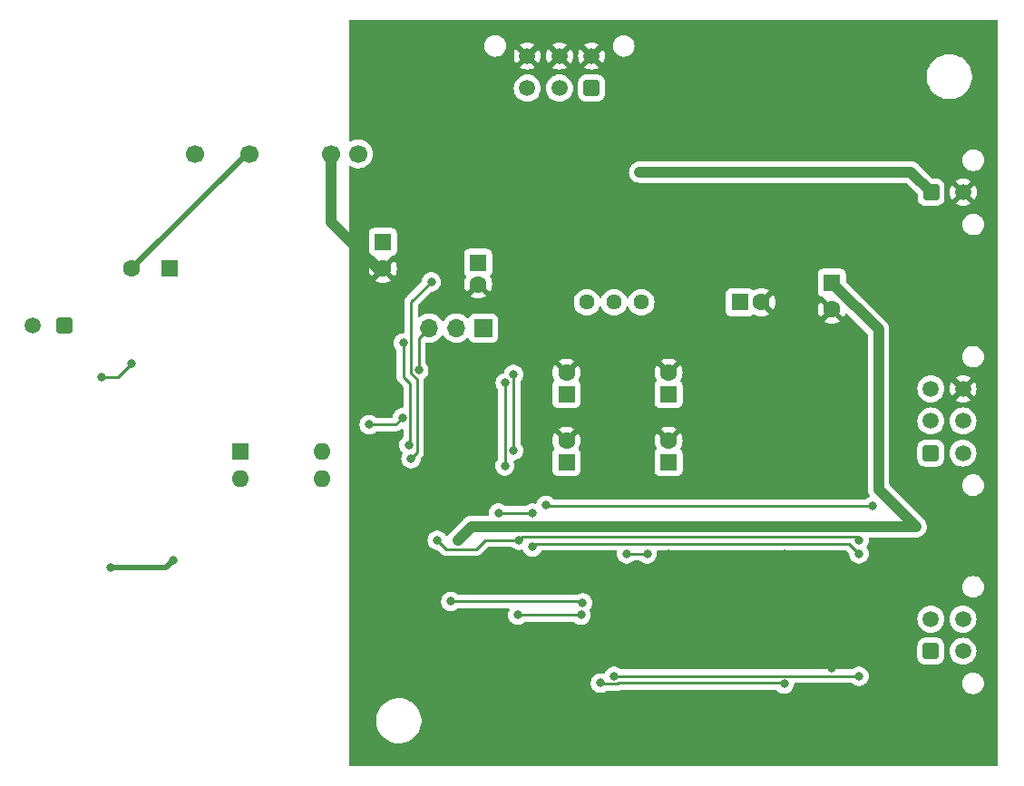
<source format=gbl>
%TF.GenerationSoftware,KiCad,Pcbnew,(6.0.5)*%
%TF.CreationDate,2022-06-14T16:57:57+01:00*%
%TF.ProjectId,hv_sense,68765f73-656e-4736-952e-6b696361645f,rev?*%
%TF.SameCoordinates,Original*%
%TF.FileFunction,Copper,L2,Bot*%
%TF.FilePolarity,Positive*%
%FSLAX46Y46*%
G04 Gerber Fmt 4.6, Leading zero omitted, Abs format (unit mm)*
G04 Created by KiCad (PCBNEW (6.0.5)) date 2022-06-14 16:57:57*
%MOMM*%
%LPD*%
G01*
G04 APERTURE LIST*
G04 Aperture macros list*
%AMRoundRect*
0 Rectangle with rounded corners*
0 $1 Rounding radius*
0 $2 $3 $4 $5 $6 $7 $8 $9 X,Y pos of 4 corners*
0 Add a 4 corners polygon primitive as box body*
4,1,4,$2,$3,$4,$5,$6,$7,$8,$9,$2,$3,0*
0 Add four circle primitives for the rounded corners*
1,1,$1+$1,$2,$3*
1,1,$1+$1,$4,$5*
1,1,$1+$1,$6,$7*
1,1,$1+$1,$8,$9*
0 Add four rect primitives between the rounded corners*
20,1,$1+$1,$2,$3,$4,$5,0*
20,1,$1+$1,$4,$5,$6,$7,0*
20,1,$1+$1,$6,$7,$8,$9,0*
20,1,$1+$1,$8,$9,$2,$3,0*%
G04 Aperture macros list end*
%TA.AperFunction,ComponentPad*%
%ADD10C,1.700000*%
%TD*%
%TA.AperFunction,ComponentPad*%
%ADD11RoundRect,0.250001X0.499999X-0.499999X0.499999X0.499999X-0.499999X0.499999X-0.499999X-0.499999X0*%
%TD*%
%TA.AperFunction,ComponentPad*%
%ADD12C,1.500000*%
%TD*%
%TA.AperFunction,ComponentPad*%
%ADD13R,1.600000X1.600000*%
%TD*%
%TA.AperFunction,ComponentPad*%
%ADD14C,1.600000*%
%TD*%
%TA.AperFunction,ComponentPad*%
%ADD15O,1.600000X1.600000*%
%TD*%
%TA.AperFunction,ComponentPad*%
%ADD16R,1.700000X1.700000*%
%TD*%
%TA.AperFunction,ComponentPad*%
%ADD17O,1.700000X1.700000*%
%TD*%
%TA.AperFunction,ComponentPad*%
%ADD18RoundRect,0.250001X0.499999X0.499999X-0.499999X0.499999X-0.499999X-0.499999X0.499999X-0.499999X0*%
%TD*%
%TA.AperFunction,ComponentPad*%
%ADD19RoundRect,0.250001X-0.499999X0.499999X-0.499999X-0.499999X0.499999X-0.499999X0.499999X0.499999X0*%
%TD*%
%TA.AperFunction,ComponentPad*%
%ADD20C,1.440000*%
%TD*%
%TA.AperFunction,ViaPad*%
%ADD21C,0.800000*%
%TD*%
%TA.AperFunction,Conductor*%
%ADD22C,0.250000*%
%TD*%
%TA.AperFunction,Conductor*%
%ADD23C,1.000000*%
%TD*%
%TA.AperFunction,Conductor*%
%ADD24C,0.500000*%
%TD*%
G04 APERTURE END LIST*
D10*
%TO.P,PS1,1,+Vin*%
%TO.N,+12V*%
X141220000Y-36300000D03*
%TO.P,PS1,2,-Vin*%
%TO.N,GND*%
X138680000Y-36300000D03*
%TO.P,PS1,5,-Vout*%
%TO.N,/HV_GND*%
X131060000Y-36300000D03*
%TO.P,PS1,7,+Vout*%
%TO.N,/HV_+12V*%
X125980000Y-36300000D03*
%TD*%
D11*
%TO.P,J6,1,Pin_1*%
%TO.N,+12V*%
X194685000Y-39900000D03*
D12*
%TO.P,J6,2,Pin_2*%
%TO.N,GND*%
X197685000Y-39900000D03*
%TD*%
D13*
%TO.P,C4,1*%
%TO.N,Net-(C4-Pad1)*%
X170180000Y-65090113D03*
D14*
%TO.P,C4,2*%
%TO.N,GND*%
X170180000Y-63090113D03*
%TD*%
D13*
%TO.P,C8,1*%
%TO.N,Net-(C8-Pad1)*%
X152400000Y-46482000D03*
D14*
%TO.P,C8,2*%
%TO.N,GND*%
X152400000Y-48482000D03*
%TD*%
D13*
%TO.P,C6,1*%
%TO.N,Net-(C6-Pad1)*%
X176844888Y-50165000D03*
D14*
%TO.P,C6,2*%
%TO.N,GND*%
X178844888Y-50165000D03*
%TD*%
D13*
%TO.P,C3,1*%
%TO.N,Net-(C3-Pad1)*%
X160655000Y-65090113D03*
D14*
%TO.P,C3,2*%
%TO.N,GND*%
X160655000Y-63090113D03*
%TD*%
D13*
%TO.P,U10,1*%
%TO.N,/HV_+12V*%
X130185000Y-64130000D03*
D15*
%TO.P,U10,2*%
%TO.N,Net-(R27-Pad2)*%
X130185000Y-66670000D03*
%TO.P,U10,3*%
%TO.N,/~{HV_DETECTED}*%
X137805000Y-66670000D03*
%TO.P,U10,4*%
%TO.N,+12V*%
X137805000Y-64130000D03*
%TD*%
D16*
%TO.P,SW1,1,A*%
%TO.N,/Implausibility and LED logic/~{TSAL_ACTIVE}*%
X152908000Y-52578000D03*
D17*
%TO.P,SW1,2,B*%
%TO.N,Net-(D5-Pad1)*%
X150368000Y-52578000D03*
%TO.P,SW1,3,C*%
%TO.N,/~{HV_DETECTED}*%
X147828000Y-52578000D03*
%TD*%
D13*
%TO.P,C7,1*%
%TO.N,/HV_+12V*%
X123572651Y-46990000D03*
D14*
%TO.P,C7,2*%
%TO.N,/HV_GND*%
X120072651Y-46990000D03*
%TD*%
D18*
%TO.P,J2,1,Pin_1*%
%TO.N,/~{LOW_AIR_MECH_ON}*%
X163000000Y-30165000D03*
D12*
%TO.P,J2,2,Pin_2*%
%TO.N,/~{HIGH_AIR_MECH_ON}*%
X160000000Y-30165000D03*
%TO.P,J2,3,Pin_3*%
%TO.N,/~{PRCHG_MECH_ON}*%
X157000000Y-30165000D03*
%TO.P,J2,4,Pin_4*%
%TO.N,GND*%
X163000000Y-27165000D03*
%TO.P,J2,5,Pin_5*%
X160000000Y-27165000D03*
%TO.P,J2,6,Pin_6*%
X157000000Y-27165000D03*
%TD*%
D13*
%TO.P,C5,1*%
%TO.N,Net-(C5-Pad1)*%
X160655000Y-58740113D03*
D14*
%TO.P,C5,2*%
%TO.N,GND*%
X160655000Y-56740113D03*
%TD*%
D11*
%TO.P,J3,1,Pin_1*%
%TO.N,unconnected-(J3-Pad1)*%
X194665000Y-82750000D03*
D12*
%TO.P,J3,2,Pin_2*%
%TO.N,/HIGH_AIR_INTENDED_ON*%
X194665000Y-79750000D03*
%TO.P,J3,3,Pin_3*%
%TO.N,/LOW_AIR_INTENDED_ON*%
X197665000Y-82750000D03*
%TO.P,J3,4,Pin_4*%
%TO.N,/PRCHG_INTENDED_ON*%
X197665000Y-79750000D03*
%TD*%
D13*
%TO.P,C2,1*%
%TO.N,Net-(C2-Pad1)*%
X170180000Y-58740113D03*
D14*
%TO.P,C2,2*%
%TO.N,GND*%
X170180000Y-56740113D03*
%TD*%
D13*
%TO.P,C17,1*%
%TO.N,+12V*%
X185420000Y-48347621D03*
D14*
%TO.P,C17,2*%
%TO.N,GND*%
X185420000Y-50847621D03*
%TD*%
D11*
%TO.P,J7,1,Pin_1*%
%TO.N,+12V*%
X194665000Y-64250000D03*
D12*
%TO.P,J7,2,Pin_2*%
%TO.N,/Implausibility and LED logic/GREEN_LED_ON*%
X194665000Y-61250000D03*
%TO.P,J7,3,Pin_3*%
%TO.N,/Implausibility and LED logic/RED_LED_ON*%
X194665000Y-58250000D03*
%TO.P,J7,4,Pin_4*%
%TO.N,/Implausibility and LED logic/GREEN_LED_ON*%
X197665000Y-64250000D03*
%TO.P,J7,5,Pin_5*%
%TO.N,/Implausibility and LED logic/RED_LED_ON*%
X197665000Y-61250000D03*
%TO.P,J7,6,Pin_6*%
%TO.N,GND*%
X197665000Y-58250000D03*
%TD*%
D13*
%TO.P,C16,1*%
%TO.N,+12V*%
X143510000Y-44537621D03*
D14*
%TO.P,C16,2*%
%TO.N,GND*%
X143510000Y-47037621D03*
%TD*%
D19*
%TO.P,J1,1,Pin_1*%
%TO.N,/HV_GND*%
X113800000Y-52300000D03*
D12*
%TO.P,J1,2,Pin_2*%
%TO.N,Net-(J1-Pad2)*%
X110800000Y-52300000D03*
%TD*%
D20*
%TO.P,RV1,1,1*%
%TO.N,/Implausibility and LED logic/RED_LED_ON*%
X167640000Y-50165000D03*
%TO.P,RV1,2,2*%
%TO.N,Net-(D5-Pad3)*%
X165100000Y-50165000D03*
%TO.P,RV1,3,3*%
X162560000Y-50165000D03*
%TD*%
D21*
%TO.N,/HV_GND*%
X123914500Y-74295000D03*
X118110000Y-74930000D03*
%TO.N,+12V*%
X150495000Y-72390000D03*
X193280000Y-71120000D03*
X161925000Y-71120000D03*
X183515000Y-71120000D03*
X167500000Y-38000000D03*
X172720000Y-71120000D03*
%TO.N,GND*%
X183013730Y-57016270D03*
X180340000Y-66675000D03*
X174625000Y-51435000D03*
X185420000Y-84365500D03*
X149770500Y-66040000D03*
X180975000Y-73660000D03*
X170180000Y-73660000D03*
X149860000Y-74930000D03*
X142240000Y-67310000D03*
X171450000Y-83185000D03*
X148590000Y-55790500D03*
X161423730Y-74796270D03*
X154940000Y-83185000D03*
%TO.N,Net-(C3-Pad1)*%
X168185500Y-73660000D03*
X166280500Y-73660000D03*
%TO.N,/VREF_2.5V*%
X117260500Y-57150000D03*
X120015000Y-55880000D03*
%TO.N,/~{HV_DETECTED}*%
X145325500Y-60960000D03*
X142240000Y-61595000D03*
X146864000Y-56515000D03*
%TO.N,/~{PRCHG_MECH_ON}*%
X145414989Y-53975000D03*
X145960500Y-63500000D03*
%TO.N,/~{LOW_AIR_MECH_ON}*%
X148044500Y-48260000D03*
X146139500Y-64770000D03*
%TO.N,/~{HIGH_AIR_MECH_ON}*%
X154900736Y-65444264D03*
X154940000Y-57695500D03*
%TO.N,/HIGH_AIR_INTENDED_ON*%
X187960000Y-85090000D03*
X165100000Y-85090000D03*
%TO.N,/LOW_AIR_INTENDED_ON*%
X157480000Y-73025000D03*
X187960000Y-73660000D03*
%TO.N,Net-(R9-Pad1)*%
X154305000Y-69850000D03*
X157480000Y-69850000D03*
%TO.N,Net-(U1-Pad1)*%
X156120500Y-79375000D03*
X162014500Y-79375000D03*
%TO.N,/PRCHG_INTENDED_ON*%
X156210000Y-72390000D03*
X148590000Y-72390000D03*
X187960000Y-72390000D03*
%TO.N,Net-(U2-Pad3)*%
X162164549Y-78255049D03*
X149860000Y-78105000D03*
%TO.N,/Implausibility and LED logic/~{TSAL_ACTIVE}*%
X158750000Y-69125500D03*
X189230000Y-69215000D03*
X155702000Y-64008000D03*
X155702000Y-56896000D03*
%TO.N,/Implausibility and LED logic/IMPLAUSIBLE*%
X180975000Y-85814500D03*
X163830000Y-85725000D03*
%TD*%
D22*
%TO.N,/PRCHG_INTENDED_ON*%
X156210000Y-72390000D02*
X156500000Y-72100000D01*
X156500000Y-72100000D02*
X187670000Y-72100000D01*
X187670000Y-72100000D02*
X187960000Y-72390000D01*
%TO.N,/LOW_AIR_INTENDED_ON*%
X157480000Y-73025000D02*
X157805000Y-72700000D01*
X157805000Y-72700000D02*
X187000000Y-72700000D01*
X187000000Y-72700000D02*
X187960000Y-73660000D01*
%TO.N,/Implausibility and LED logic/~{TSAL_ACTIVE}*%
X158750000Y-69125500D02*
X158839500Y-69215000D01*
X158839500Y-69215000D02*
X189230000Y-69215000D01*
D23*
%TO.N,GND*%
X138680000Y-36300000D02*
X138680000Y-42706643D01*
X138680000Y-42706643D02*
X143010978Y-47037621D01*
X143010978Y-47037621D02*
X143510000Y-47037621D01*
D24*
%TO.N,/HV_GND*%
X120072651Y-46990000D02*
X130762651Y-36300000D01*
X130762651Y-36300000D02*
X131060000Y-36300000D01*
X123279500Y-74930000D02*
X118110000Y-74930000D01*
X123279500Y-74930000D02*
X123914500Y-74295000D01*
D23*
%TO.N,+12V*%
X167500000Y-38000000D02*
X192785000Y-38000000D01*
X151765000Y-71120000D02*
X193280000Y-71120000D01*
X189780000Y-67620000D02*
X193280000Y-71120000D01*
X192785000Y-38000000D02*
X194685000Y-39900000D01*
X189780000Y-52707621D02*
X185420000Y-48347621D01*
X189780000Y-67620000D02*
X189780000Y-52707621D01*
X150495000Y-72390000D02*
X151765000Y-71120000D01*
D22*
%TO.N,Net-(C3-Pad1)*%
X168185500Y-73660000D02*
X166280500Y-73660000D01*
%TO.N,/VREF_2.5V*%
X117260500Y-57150000D02*
X118745000Y-57150000D01*
X118745000Y-57150000D02*
X120015000Y-55880000D01*
%TO.N,/~{HV_DETECTED}*%
X146864000Y-53542000D02*
X147828000Y-52578000D01*
X144690500Y-61595000D02*
X142240000Y-61595000D01*
X145325500Y-60960000D02*
X144690500Y-61595000D01*
X146864000Y-56515000D02*
X146864000Y-53542000D01*
%TO.N,/~{PRCHG_MECH_ON}*%
X145415000Y-53975011D02*
X145414989Y-53975000D01*
X146050000Y-58420000D02*
X146050000Y-57785000D01*
X146050000Y-63410500D02*
X146050000Y-58420000D01*
X145960500Y-63500000D02*
X146050000Y-63410500D01*
X145415000Y-57150000D02*
X145415000Y-53975011D01*
X146050000Y-57785000D02*
X145415000Y-57150000D01*
%TO.N,/~{LOW_AIR_MECH_ON}*%
X146685000Y-57360614D02*
X146139489Y-56815103D01*
X146685000Y-64224500D02*
X146685000Y-57360614D01*
X146139500Y-64770000D02*
X146685000Y-64224500D01*
X146139489Y-56815103D02*
X146139489Y-50165011D01*
X146139489Y-50165011D02*
X148044500Y-48260000D01*
%TO.N,/~{HIGH_AIR_MECH_ON}*%
X154900736Y-57734764D02*
X154940000Y-57695500D01*
X154900736Y-65444264D02*
X154900736Y-57734764D01*
%TO.N,/HIGH_AIR_INTENDED_ON*%
X165100000Y-85090000D02*
X187960000Y-85090000D01*
%TO.N,Net-(R9-Pad1)*%
X154305000Y-69850000D02*
X157480000Y-69850000D01*
%TO.N,Net-(U1-Pad1)*%
X156120500Y-79375000D02*
X162014500Y-79375000D01*
%TO.N,/PRCHG_INTENDED_ON*%
X153035000Y-72390000D02*
X156210000Y-72390000D01*
X148590000Y-72390000D02*
X149414520Y-73214520D01*
X149414520Y-73214520D02*
X152210480Y-73214520D01*
X152210480Y-73214520D02*
X153035000Y-72390000D01*
%TO.N,Net-(U2-Pad3)*%
X162014500Y-78105000D02*
X162164549Y-78255049D01*
X149860000Y-78105000D02*
X162014500Y-78105000D01*
%TO.N,/Implausibility and LED logic/~{TSAL_ACTIVE}*%
X155702000Y-64008000D02*
X155702000Y-56896000D01*
%TO.N,/Implausibility and LED logic/IMPLAUSIBLE*%
X180885500Y-85725000D02*
X180975000Y-85814500D01*
X163830000Y-85725000D02*
X163919511Y-85814511D01*
X163919511Y-85814511D02*
X165400103Y-85814511D01*
X165489614Y-85725000D02*
X180885500Y-85725000D01*
X165400103Y-85814511D02*
X165489614Y-85725000D01*
%TD*%
%TA.AperFunction,Conductor*%
%TO.N,GND*%
G36*
X200883621Y-23828502D02*
G01*
X200930114Y-23882158D01*
X200941500Y-23934500D01*
X200941500Y-93345500D01*
X200921498Y-93413621D01*
X200867842Y-93460114D01*
X200815500Y-93471500D01*
X140461000Y-93471500D01*
X140392879Y-93451498D01*
X140346386Y-93397842D01*
X140335000Y-93345500D01*
X140335000Y-89382703D01*
X142890743Y-89382703D01*
X142928268Y-89667734D01*
X143004129Y-89945036D01*
X143116923Y-90209476D01*
X143264561Y-90456161D01*
X143444313Y-90680528D01*
X143652851Y-90878423D01*
X143886317Y-91046186D01*
X143890112Y-91048195D01*
X143890113Y-91048196D01*
X143911869Y-91059715D01*
X144140392Y-91180712D01*
X144410373Y-91279511D01*
X144691264Y-91340755D01*
X144719841Y-91343004D01*
X144914282Y-91358307D01*
X144914291Y-91358307D01*
X144916739Y-91358500D01*
X145072271Y-91358500D01*
X145074407Y-91358354D01*
X145074418Y-91358354D01*
X145282548Y-91344165D01*
X145282554Y-91344164D01*
X145286825Y-91343873D01*
X145291020Y-91343004D01*
X145291022Y-91343004D01*
X145427583Y-91314724D01*
X145568342Y-91285574D01*
X145839343Y-91189607D01*
X146094812Y-91057750D01*
X146098313Y-91055289D01*
X146098317Y-91055287D01*
X146212418Y-90975095D01*
X146330023Y-90892441D01*
X146540622Y-90696740D01*
X146722713Y-90474268D01*
X146872927Y-90229142D01*
X146988483Y-89965898D01*
X147067244Y-89689406D01*
X147107751Y-89404784D01*
X147107845Y-89386951D01*
X147109235Y-89121583D01*
X147109235Y-89121576D01*
X147109257Y-89117297D01*
X147071732Y-88832266D01*
X146995871Y-88554964D01*
X146883077Y-88290524D01*
X146735439Y-88043839D01*
X146555687Y-87819472D01*
X146347149Y-87621577D01*
X146113683Y-87453814D01*
X146091843Y-87442250D01*
X146068654Y-87429972D01*
X145859608Y-87319288D01*
X145589627Y-87220489D01*
X145308736Y-87159245D01*
X145277685Y-87156801D01*
X145085718Y-87141693D01*
X145085709Y-87141693D01*
X145083261Y-87141500D01*
X144927729Y-87141500D01*
X144925593Y-87141646D01*
X144925582Y-87141646D01*
X144717452Y-87155835D01*
X144717446Y-87155836D01*
X144713175Y-87156127D01*
X144708980Y-87156996D01*
X144708978Y-87156996D01*
X144572417Y-87185276D01*
X144431658Y-87214426D01*
X144160657Y-87310393D01*
X143905188Y-87442250D01*
X143901687Y-87444711D01*
X143901683Y-87444713D01*
X143891594Y-87451804D01*
X143669977Y-87607559D01*
X143459378Y-87803260D01*
X143277287Y-88025732D01*
X143127073Y-88270858D01*
X143011517Y-88534102D01*
X142932756Y-88810594D01*
X142892249Y-89095216D01*
X142892227Y-89099505D01*
X142892226Y-89099512D01*
X142890765Y-89378417D01*
X142890743Y-89382703D01*
X140335000Y-89382703D01*
X140335000Y-85725000D01*
X162916496Y-85725000D01*
X162917186Y-85731565D01*
X162933187Y-85883803D01*
X162936458Y-85914928D01*
X162995473Y-86096556D01*
X163090960Y-86261944D01*
X163095378Y-86266851D01*
X163095379Y-86266852D01*
X163171546Y-86351444D01*
X163218747Y-86403866D01*
X163373248Y-86516118D01*
X163379276Y-86518802D01*
X163379278Y-86518803D01*
X163521642Y-86582187D01*
X163547712Y-86593794D01*
X163641113Y-86613647D01*
X163728056Y-86632128D01*
X163728061Y-86632128D01*
X163734513Y-86633500D01*
X163925487Y-86633500D01*
X163931939Y-86632128D01*
X163931944Y-86632128D01*
X164018887Y-86613647D01*
X164112288Y-86593794D01*
X164138358Y-86582187D01*
X164280722Y-86518803D01*
X164280724Y-86518802D01*
X164286752Y-86516118D01*
X164318068Y-86493366D01*
X164347372Y-86472075D01*
X164421433Y-86448011D01*
X165321336Y-86448011D01*
X165332519Y-86448538D01*
X165340012Y-86450213D01*
X165347938Y-86449964D01*
X165347939Y-86449964D01*
X165408089Y-86448073D01*
X165412048Y-86448011D01*
X165439959Y-86448011D01*
X165443894Y-86447514D01*
X165443959Y-86447506D01*
X165455796Y-86446573D01*
X165488054Y-86445559D01*
X165492073Y-86445433D01*
X165499992Y-86445184D01*
X165519446Y-86439532D01*
X165538803Y-86435524D01*
X165551033Y-86433979D01*
X165551034Y-86433979D01*
X165558900Y-86432985D01*
X165566271Y-86430066D01*
X165566273Y-86430066D01*
X165600015Y-86416707D01*
X165611245Y-86412862D01*
X165646086Y-86402740D01*
X165646087Y-86402740D01*
X165653696Y-86400529D01*
X165660515Y-86396496D01*
X165660520Y-86396494D01*
X165671131Y-86390218D01*
X165688879Y-86381523D01*
X165707720Y-86374063D01*
X165708824Y-86373261D01*
X165766317Y-86358500D01*
X180186215Y-86358500D01*
X180254336Y-86378502D01*
X180279850Y-86400190D01*
X180363747Y-86493366D01*
X180518248Y-86605618D01*
X180524276Y-86608302D01*
X180524278Y-86608303D01*
X180580872Y-86633500D01*
X180692712Y-86683294D01*
X180786112Y-86703147D01*
X180873056Y-86721628D01*
X180873061Y-86721628D01*
X180879513Y-86723000D01*
X181070487Y-86723000D01*
X181076939Y-86721628D01*
X181076944Y-86721628D01*
X181163888Y-86703147D01*
X181257288Y-86683294D01*
X181369128Y-86633500D01*
X181425722Y-86608303D01*
X181425724Y-86608302D01*
X181431752Y-86605618D01*
X181586253Y-86493366D01*
X181604627Y-86472960D01*
X181709621Y-86356352D01*
X181709622Y-86356351D01*
X181714040Y-86351444D01*
X181809527Y-86186056D01*
X181868542Y-86004428D01*
X181873338Y-85958794D01*
X181886210Y-85836329D01*
X181913223Y-85770673D01*
X181971445Y-85730043D01*
X182011520Y-85723500D01*
X187251800Y-85723500D01*
X187319921Y-85743502D01*
X187339147Y-85759843D01*
X187339420Y-85759540D01*
X187344332Y-85763963D01*
X187348747Y-85768866D01*
X187370329Y-85784546D01*
X187411557Y-85814500D01*
X187503248Y-85881118D01*
X187509276Y-85883802D01*
X187509278Y-85883803D01*
X187635248Y-85939888D01*
X187677712Y-85958794D01*
X187771112Y-85978647D01*
X187858056Y-85997128D01*
X187858061Y-85997128D01*
X187864513Y-85998500D01*
X188055487Y-85998500D01*
X188061939Y-85997128D01*
X188061944Y-85997128D01*
X188148887Y-85978647D01*
X188242288Y-85958794D01*
X188284752Y-85939888D01*
X188410722Y-85883803D01*
X188410724Y-85883802D01*
X188416752Y-85881118D01*
X188571253Y-85768866D01*
X188594610Y-85742925D01*
X197591645Y-85742925D01*
X197592204Y-85749065D01*
X197604222Y-85881118D01*
X197609570Y-85939888D01*
X197611308Y-85945794D01*
X197611309Y-85945798D01*
X197642249Y-86050924D01*
X197665410Y-86129619D01*
X197668263Y-86135077D01*
X197668265Y-86135081D01*
X197715720Y-86225853D01*
X197757040Y-86304890D01*
X197880968Y-86459025D01*
X197885692Y-86462989D01*
X197892933Y-86469065D01*
X198032474Y-86586154D01*
X198037872Y-86589121D01*
X198037877Y-86589125D01*
X198181180Y-86667905D01*
X198205787Y-86681433D01*
X198394306Y-86741235D01*
X198548227Y-86758500D01*
X198654769Y-86758500D01*
X198657825Y-86758200D01*
X198657832Y-86758200D01*
X198716340Y-86752463D01*
X198801833Y-86744080D01*
X198807734Y-86742298D01*
X198807736Y-86742298D01*
X198881053Y-86720162D01*
X198991169Y-86686916D01*
X199165796Y-86594066D01*
X199258077Y-86518803D01*
X199314287Y-86472960D01*
X199314290Y-86472957D01*
X199319062Y-86469065D01*
X199336428Y-86448073D01*
X199441201Y-86321425D01*
X199441203Y-86321421D01*
X199445130Y-86316675D01*
X199539198Y-86142701D01*
X199597682Y-85953768D01*
X199599786Y-85933749D01*
X199617711Y-85763204D01*
X199617711Y-85763202D01*
X199618355Y-85757075D01*
X199600430Y-85560112D01*
X199593061Y-85535072D01*
X199546330Y-85376294D01*
X199544590Y-85370381D01*
X199539022Y-85359729D01*
X199455813Y-85200568D01*
X199452960Y-85195110D01*
X199329032Y-85040975D01*
X199322727Y-85035684D01*
X199206029Y-84937763D01*
X199177526Y-84913846D01*
X199172128Y-84910879D01*
X199172123Y-84910875D01*
X199009608Y-84821533D01*
X199009609Y-84821533D01*
X199004213Y-84818567D01*
X198998346Y-84816706D01*
X198998344Y-84816705D01*
X198821564Y-84760627D01*
X198821563Y-84760627D01*
X198815694Y-84758765D01*
X198661773Y-84741500D01*
X198555231Y-84741500D01*
X198552175Y-84741800D01*
X198552168Y-84741800D01*
X198493660Y-84747537D01*
X198408167Y-84755920D01*
X198402266Y-84757702D01*
X198402264Y-84757702D01*
X198361979Y-84769865D01*
X198218831Y-84813084D01*
X198044204Y-84905934D01*
X198005178Y-84937763D01*
X197895713Y-85027040D01*
X197895710Y-85027043D01*
X197890938Y-85030935D01*
X197887011Y-85035682D01*
X197887009Y-85035684D01*
X197768799Y-85178575D01*
X197768797Y-85178579D01*
X197764870Y-85183325D01*
X197670802Y-85357299D01*
X197612318Y-85546232D01*
X197611674Y-85552357D01*
X197611674Y-85552358D01*
X197593687Y-85723500D01*
X197591645Y-85742925D01*
X188594610Y-85742925D01*
X188699040Y-85626944D01*
X188794527Y-85461556D01*
X188853542Y-85279928D01*
X188873504Y-85090000D01*
X188866887Y-85027040D01*
X188854232Y-84906635D01*
X188854232Y-84906633D01*
X188853542Y-84900072D01*
X188794527Y-84718444D01*
X188699040Y-84553056D01*
X188571253Y-84411134D01*
X188416752Y-84298882D01*
X188410724Y-84296198D01*
X188410722Y-84296197D01*
X188248319Y-84223891D01*
X188248318Y-84223891D01*
X188242288Y-84221206D01*
X188148888Y-84201353D01*
X188061944Y-84182872D01*
X188061939Y-84182872D01*
X188055487Y-84181500D01*
X187864513Y-84181500D01*
X187858061Y-84182872D01*
X187858056Y-84182872D01*
X187771112Y-84201353D01*
X187677712Y-84221206D01*
X187671682Y-84223891D01*
X187671681Y-84223891D01*
X187509278Y-84296197D01*
X187509276Y-84296198D01*
X187503248Y-84298882D01*
X187348747Y-84411134D01*
X187344332Y-84416037D01*
X187339420Y-84420460D01*
X187338295Y-84419211D01*
X187284986Y-84452051D01*
X187251800Y-84456500D01*
X165808200Y-84456500D01*
X165740079Y-84436498D01*
X165720853Y-84420157D01*
X165720580Y-84420460D01*
X165715668Y-84416037D01*
X165711253Y-84411134D01*
X165556752Y-84298882D01*
X165550724Y-84296198D01*
X165550722Y-84296197D01*
X165388319Y-84223891D01*
X165388318Y-84223891D01*
X165382288Y-84221206D01*
X165288888Y-84201353D01*
X165201944Y-84182872D01*
X165201939Y-84182872D01*
X165195487Y-84181500D01*
X165004513Y-84181500D01*
X164998061Y-84182872D01*
X164998056Y-84182872D01*
X164911112Y-84201353D01*
X164817712Y-84221206D01*
X164811682Y-84223891D01*
X164811681Y-84223891D01*
X164649278Y-84296197D01*
X164649276Y-84296198D01*
X164643248Y-84298882D01*
X164488747Y-84411134D01*
X164360960Y-84553056D01*
X164265473Y-84718444D01*
X164263433Y-84724724D01*
X164263432Y-84724725D01*
X164248765Y-84769865D01*
X164208691Y-84828470D01*
X164143294Y-84856107D01*
X164102735Y-84854175D01*
X163931944Y-84817872D01*
X163931939Y-84817872D01*
X163925487Y-84816500D01*
X163734513Y-84816500D01*
X163728061Y-84817872D01*
X163728056Y-84817872D01*
X163641112Y-84836353D01*
X163547712Y-84856206D01*
X163541682Y-84858891D01*
X163541681Y-84858891D01*
X163379278Y-84931197D01*
X163379276Y-84931198D01*
X163373248Y-84933882D01*
X163218747Y-85046134D01*
X163090960Y-85188056D01*
X162995473Y-85353444D01*
X162936458Y-85535072D01*
X162916496Y-85725000D01*
X140335000Y-85725000D01*
X140335000Y-83300400D01*
X193406500Y-83300400D01*
X193406837Y-83303646D01*
X193406837Y-83303650D01*
X193415399Y-83386162D01*
X193417474Y-83406165D01*
X193473450Y-83573945D01*
X193566522Y-83724348D01*
X193691697Y-83849305D01*
X193697927Y-83853145D01*
X193697928Y-83853146D01*
X193835090Y-83937694D01*
X193842262Y-83942115D01*
X193922005Y-83968564D01*
X194003611Y-83995632D01*
X194003613Y-83995632D01*
X194010139Y-83997797D01*
X194016975Y-83998497D01*
X194016978Y-83998498D01*
X194060031Y-84002909D01*
X194114600Y-84008500D01*
X195215400Y-84008500D01*
X195218646Y-84008163D01*
X195218650Y-84008163D01*
X195314307Y-83998238D01*
X195314311Y-83998237D01*
X195321165Y-83997526D01*
X195327701Y-83995345D01*
X195327703Y-83995345D01*
X195459805Y-83951272D01*
X195488945Y-83941550D01*
X195639348Y-83848478D01*
X195764305Y-83723303D01*
X195857115Y-83572738D01*
X195912797Y-83404861D01*
X195923500Y-83300400D01*
X195923500Y-82750000D01*
X196401693Y-82750000D01*
X196420885Y-82969371D01*
X196477880Y-83182076D01*
X196480205Y-83187061D01*
X196568618Y-83376666D01*
X196568621Y-83376671D01*
X196570944Y-83381653D01*
X196574100Y-83386160D01*
X196574101Y-83386162D01*
X196582406Y-83398022D01*
X196697251Y-83562038D01*
X196852962Y-83717749D01*
X196857471Y-83720906D01*
X196857473Y-83720908D01*
X196869774Y-83729521D01*
X197033346Y-83844056D01*
X197232924Y-83937120D01*
X197445629Y-83994115D01*
X197665000Y-84013307D01*
X197884371Y-83994115D01*
X198097076Y-83937120D01*
X198296654Y-83844056D01*
X198460226Y-83729521D01*
X198472527Y-83720908D01*
X198472529Y-83720906D01*
X198477038Y-83717749D01*
X198632749Y-83562038D01*
X198747595Y-83398022D01*
X198755899Y-83386162D01*
X198755900Y-83386160D01*
X198759056Y-83381653D01*
X198761379Y-83376671D01*
X198761382Y-83376666D01*
X198849795Y-83187061D01*
X198852120Y-83182076D01*
X198909115Y-82969371D01*
X198928307Y-82750000D01*
X198909115Y-82530629D01*
X198852120Y-82317924D01*
X198795429Y-82196350D01*
X198761382Y-82123334D01*
X198761379Y-82123329D01*
X198759056Y-82118347D01*
X198755899Y-82113838D01*
X198635908Y-81942473D01*
X198635906Y-81942470D01*
X198632749Y-81937962D01*
X198477038Y-81782251D01*
X198469107Y-81776697D01*
X198397759Y-81726739D01*
X198296654Y-81655944D01*
X198097076Y-81562880D01*
X197884371Y-81505885D01*
X197665000Y-81486693D01*
X197445629Y-81505885D01*
X197232924Y-81562880D01*
X197139562Y-81606415D01*
X197038334Y-81653618D01*
X197038329Y-81653621D01*
X197033347Y-81655944D01*
X197028840Y-81659100D01*
X197028838Y-81659101D01*
X196857473Y-81779092D01*
X196857470Y-81779094D01*
X196852962Y-81782251D01*
X196697251Y-81937962D01*
X196694094Y-81942470D01*
X196694092Y-81942473D01*
X196574101Y-82113838D01*
X196570944Y-82118347D01*
X196568621Y-82123329D01*
X196568618Y-82123334D01*
X196534571Y-82196350D01*
X196477880Y-82317924D01*
X196420885Y-82530629D01*
X196401693Y-82750000D01*
X195923500Y-82750000D01*
X195923500Y-82199600D01*
X195915587Y-82123334D01*
X195913238Y-82100693D01*
X195913237Y-82100689D01*
X195912526Y-82093835D01*
X195856550Y-81926055D01*
X195763478Y-81775652D01*
X195638303Y-81650695D01*
X195632072Y-81646854D01*
X195493968Y-81561725D01*
X195493966Y-81561724D01*
X195487738Y-81557885D01*
X195407995Y-81531436D01*
X195326389Y-81504368D01*
X195326387Y-81504368D01*
X195319861Y-81502203D01*
X195313025Y-81501503D01*
X195313022Y-81501502D01*
X195269969Y-81497091D01*
X195215400Y-81491500D01*
X194114600Y-81491500D01*
X194111354Y-81491837D01*
X194111350Y-81491837D01*
X194015693Y-81501762D01*
X194015689Y-81501763D01*
X194008835Y-81502474D01*
X194002299Y-81504655D01*
X194002297Y-81504655D01*
X193870195Y-81548728D01*
X193841055Y-81558450D01*
X193690652Y-81651522D01*
X193565695Y-81776697D01*
X193472885Y-81927262D01*
X193417203Y-82095139D01*
X193406500Y-82199600D01*
X193406500Y-83300400D01*
X140335000Y-83300400D01*
X140335000Y-78105000D01*
X148946496Y-78105000D01*
X148947186Y-78111565D01*
X148962957Y-78261614D01*
X148966458Y-78294928D01*
X149025473Y-78476556D01*
X149028776Y-78482278D01*
X149028777Y-78482279D01*
X149042406Y-78505885D01*
X149120960Y-78641944D01*
X149125378Y-78646851D01*
X149125379Y-78646852D01*
X149211905Y-78742949D01*
X149248747Y-78783866D01*
X149403248Y-78896118D01*
X149409276Y-78898802D01*
X149409278Y-78898803D01*
X149571681Y-78971109D01*
X149577712Y-78973794D01*
X149657742Y-78990805D01*
X149758056Y-79012128D01*
X149758061Y-79012128D01*
X149764513Y-79013500D01*
X149955487Y-79013500D01*
X149961939Y-79012128D01*
X149961944Y-79012128D01*
X150062258Y-78990805D01*
X150142288Y-78973794D01*
X150148319Y-78971109D01*
X150310722Y-78898803D01*
X150310724Y-78898802D01*
X150316752Y-78896118D01*
X150471253Y-78783866D01*
X150475668Y-78778963D01*
X150480580Y-78774540D01*
X150481705Y-78775789D01*
X150535014Y-78742949D01*
X150568200Y-78738500D01*
X155220700Y-78738500D01*
X155288821Y-78758502D01*
X155335314Y-78812158D01*
X155345418Y-78882432D01*
X155329819Y-78927500D01*
X155303091Y-78973794D01*
X155285973Y-79003444D01*
X155226958Y-79185072D01*
X155206996Y-79375000D01*
X155226958Y-79564928D01*
X155285973Y-79746556D01*
X155381460Y-79911944D01*
X155385878Y-79916851D01*
X155385879Y-79916852D01*
X155468399Y-80008500D01*
X155509247Y-80053866D01*
X155663748Y-80166118D01*
X155669776Y-80168802D01*
X155669778Y-80168803D01*
X155832181Y-80241109D01*
X155838212Y-80243794D01*
X155931613Y-80263647D01*
X156018556Y-80282128D01*
X156018561Y-80282128D01*
X156025013Y-80283500D01*
X156215987Y-80283500D01*
X156222439Y-80282128D01*
X156222444Y-80282128D01*
X156309387Y-80263647D01*
X156402788Y-80243794D01*
X156408819Y-80241109D01*
X156571222Y-80168803D01*
X156571224Y-80168802D01*
X156577252Y-80166118D01*
X156731753Y-80053866D01*
X156736168Y-80048963D01*
X156741080Y-80044540D01*
X156742205Y-80045789D01*
X156795514Y-80012949D01*
X156828700Y-80008500D01*
X161306300Y-80008500D01*
X161374421Y-80028502D01*
X161393647Y-80044843D01*
X161393920Y-80044540D01*
X161398832Y-80048963D01*
X161403247Y-80053866D01*
X161557748Y-80166118D01*
X161563776Y-80168802D01*
X161563778Y-80168803D01*
X161726181Y-80241109D01*
X161732212Y-80243794D01*
X161825613Y-80263647D01*
X161912556Y-80282128D01*
X161912561Y-80282128D01*
X161919013Y-80283500D01*
X162109987Y-80283500D01*
X162116439Y-80282128D01*
X162116444Y-80282128D01*
X162203387Y-80263647D01*
X162296788Y-80243794D01*
X162302819Y-80241109D01*
X162465222Y-80168803D01*
X162465224Y-80168802D01*
X162471252Y-80166118D01*
X162625753Y-80053866D01*
X162666601Y-80008500D01*
X162749121Y-79916852D01*
X162749122Y-79916851D01*
X162753540Y-79911944D01*
X162847039Y-79750000D01*
X193401693Y-79750000D01*
X193420885Y-79969371D01*
X193477880Y-80182076D01*
X193507299Y-80245166D01*
X193568618Y-80376666D01*
X193568621Y-80376671D01*
X193570944Y-80381653D01*
X193697251Y-80562038D01*
X193852962Y-80717749D01*
X194033346Y-80844056D01*
X194232924Y-80937120D01*
X194445629Y-80994115D01*
X194665000Y-81013307D01*
X194884371Y-80994115D01*
X195097076Y-80937120D01*
X195296654Y-80844056D01*
X195477038Y-80717749D01*
X195632749Y-80562038D01*
X195759056Y-80381653D01*
X195761379Y-80376671D01*
X195761382Y-80376666D01*
X195822701Y-80245166D01*
X195852120Y-80182076D01*
X195909115Y-79969371D01*
X195928307Y-79750000D01*
X196401693Y-79750000D01*
X196420885Y-79969371D01*
X196477880Y-80182076D01*
X196507299Y-80245166D01*
X196568618Y-80376666D01*
X196568621Y-80376671D01*
X196570944Y-80381653D01*
X196697251Y-80562038D01*
X196852962Y-80717749D01*
X197033346Y-80844056D01*
X197232924Y-80937120D01*
X197445629Y-80994115D01*
X197665000Y-81013307D01*
X197884371Y-80994115D01*
X198097076Y-80937120D01*
X198296654Y-80844056D01*
X198477038Y-80717749D01*
X198632749Y-80562038D01*
X198759056Y-80381653D01*
X198761379Y-80376671D01*
X198761382Y-80376666D01*
X198822701Y-80245166D01*
X198852120Y-80182076D01*
X198909115Y-79969371D01*
X198928307Y-79750000D01*
X198909115Y-79530629D01*
X198852120Y-79317924D01*
X198787243Y-79178794D01*
X198761382Y-79123334D01*
X198761379Y-79123329D01*
X198759056Y-79118347D01*
X198755899Y-79113838D01*
X198635908Y-78942473D01*
X198635906Y-78942470D01*
X198632749Y-78937962D01*
X198477038Y-78782251D01*
X198467810Y-78775789D01*
X198397759Y-78726739D01*
X198296654Y-78655944D01*
X198097076Y-78562880D01*
X197884371Y-78505885D01*
X197665000Y-78486693D01*
X197445629Y-78505885D01*
X197232924Y-78562880D01*
X197139562Y-78606415D01*
X197038334Y-78653618D01*
X197038329Y-78653621D01*
X197033347Y-78655944D01*
X197028840Y-78659100D01*
X197028838Y-78659101D01*
X196857473Y-78779092D01*
X196857470Y-78779094D01*
X196852962Y-78782251D01*
X196697251Y-78937962D01*
X196694094Y-78942470D01*
X196694092Y-78942473D01*
X196574101Y-79113838D01*
X196570944Y-79118347D01*
X196568621Y-79123329D01*
X196568618Y-79123334D01*
X196542757Y-79178794D01*
X196477880Y-79317924D01*
X196420885Y-79530629D01*
X196401693Y-79750000D01*
X195928307Y-79750000D01*
X195909115Y-79530629D01*
X195852120Y-79317924D01*
X195787243Y-79178794D01*
X195761382Y-79123334D01*
X195761379Y-79123329D01*
X195759056Y-79118347D01*
X195755899Y-79113838D01*
X195635908Y-78942473D01*
X195635906Y-78942470D01*
X195632749Y-78937962D01*
X195477038Y-78782251D01*
X195467810Y-78775789D01*
X195397759Y-78726739D01*
X195296654Y-78655944D01*
X195097076Y-78562880D01*
X194884371Y-78505885D01*
X194665000Y-78486693D01*
X194445629Y-78505885D01*
X194232924Y-78562880D01*
X194139562Y-78606415D01*
X194038334Y-78653618D01*
X194038329Y-78653621D01*
X194033347Y-78655944D01*
X194028840Y-78659100D01*
X194028838Y-78659101D01*
X193857473Y-78779092D01*
X193857470Y-78779094D01*
X193852962Y-78782251D01*
X193697251Y-78937962D01*
X193694094Y-78942470D01*
X193694092Y-78942473D01*
X193574101Y-79113838D01*
X193570944Y-79118347D01*
X193568621Y-79123329D01*
X193568618Y-79123334D01*
X193542757Y-79178794D01*
X193477880Y-79317924D01*
X193420885Y-79530629D01*
X193401693Y-79750000D01*
X162847039Y-79750000D01*
X162849027Y-79746556D01*
X162908042Y-79564928D01*
X162928004Y-79375000D01*
X162908042Y-79185072D01*
X162849027Y-79003444D01*
X162841730Y-78990805D01*
X162824994Y-78921810D01*
X162848216Y-78854718D01*
X162857214Y-78843498D01*
X162899170Y-78796901D01*
X162899171Y-78796900D01*
X162903589Y-78791993D01*
X162934473Y-78738500D01*
X162995772Y-78632328D01*
X162995773Y-78632327D01*
X162999076Y-78626605D01*
X163058091Y-78444977D01*
X163078053Y-78255049D01*
X163077363Y-78248484D01*
X163058781Y-78071684D01*
X163058781Y-78071682D01*
X163058091Y-78065121D01*
X162999076Y-77883493D01*
X162903589Y-77718105D01*
X162872903Y-77684024D01*
X162780224Y-77581094D01*
X162780223Y-77581093D01*
X162775802Y-77576183D01*
X162676706Y-77504185D01*
X162626643Y-77467812D01*
X162626642Y-77467811D01*
X162621301Y-77463931D01*
X162615273Y-77461247D01*
X162615271Y-77461246D01*
X162452868Y-77388940D01*
X162452867Y-77388940D01*
X162446837Y-77386255D01*
X162353437Y-77366402D01*
X162266493Y-77347921D01*
X162266488Y-77347921D01*
X162260036Y-77346549D01*
X162069062Y-77346549D01*
X162062610Y-77347921D01*
X162062605Y-77347921D01*
X161975661Y-77366402D01*
X161882261Y-77386255D01*
X161876231Y-77388940D01*
X161876230Y-77388940D01*
X161715263Y-77460607D01*
X161664014Y-77471500D01*
X150568200Y-77471500D01*
X150500079Y-77451498D01*
X150480853Y-77435157D01*
X150480580Y-77435460D01*
X150475668Y-77431037D01*
X150471253Y-77426134D01*
X150420060Y-77388940D01*
X150322094Y-77317763D01*
X150322093Y-77317762D01*
X150316752Y-77313882D01*
X150310724Y-77311198D01*
X150310722Y-77311197D01*
X150148319Y-77238891D01*
X150148318Y-77238891D01*
X150142288Y-77236206D01*
X150048887Y-77216353D01*
X149961944Y-77197872D01*
X149961939Y-77197872D01*
X149955487Y-77196500D01*
X149764513Y-77196500D01*
X149758061Y-77197872D01*
X149758056Y-77197872D01*
X149671113Y-77216353D01*
X149577712Y-77236206D01*
X149571682Y-77238891D01*
X149571681Y-77238891D01*
X149409278Y-77311197D01*
X149409276Y-77311198D01*
X149403248Y-77313882D01*
X149397907Y-77317762D01*
X149397906Y-77317763D01*
X149347843Y-77354136D01*
X149248747Y-77426134D01*
X149120960Y-77568056D01*
X149105943Y-77594066D01*
X149037163Y-77713197D01*
X149025473Y-77733444D01*
X148966458Y-77915072D01*
X148946496Y-78105000D01*
X140335000Y-78105000D01*
X140335000Y-76742925D01*
X197591645Y-76742925D01*
X197609570Y-76939888D01*
X197665410Y-77129619D01*
X197668263Y-77135077D01*
X197668265Y-77135081D01*
X197700375Y-77196500D01*
X197757040Y-77304890D01*
X197880968Y-77459025D01*
X197885692Y-77462989D01*
X197891440Y-77467812D01*
X198032474Y-77586154D01*
X198037872Y-77589121D01*
X198037877Y-77589125D01*
X198181180Y-77667905D01*
X198205787Y-77681433D01*
X198211654Y-77683294D01*
X198211656Y-77683295D01*
X198388436Y-77739373D01*
X198394306Y-77741235D01*
X198548227Y-77758500D01*
X198654769Y-77758500D01*
X198657825Y-77758200D01*
X198657832Y-77758200D01*
X198716340Y-77752463D01*
X198801833Y-77744080D01*
X198807734Y-77742298D01*
X198807736Y-77742298D01*
X198904122Y-77713197D01*
X198991169Y-77686916D01*
X199165796Y-77594066D01*
X199252062Y-77523709D01*
X199314287Y-77472960D01*
X199314290Y-77472957D01*
X199319062Y-77469065D01*
X199322991Y-77464316D01*
X199441201Y-77321425D01*
X199441203Y-77321421D01*
X199445130Y-77316675D01*
X199539198Y-77142701D01*
X199597682Y-76953768D01*
X199618355Y-76757075D01*
X199600430Y-76560112D01*
X199544590Y-76370381D01*
X199534919Y-76351881D01*
X199455813Y-76200568D01*
X199452960Y-76195110D01*
X199329032Y-76040975D01*
X199322727Y-76035684D01*
X199306334Y-76021929D01*
X199177526Y-75913846D01*
X199172128Y-75910879D01*
X199172123Y-75910875D01*
X199009608Y-75821533D01*
X199009609Y-75821533D01*
X199004213Y-75818567D01*
X198998346Y-75816706D01*
X198998344Y-75816705D01*
X198821564Y-75760627D01*
X198821563Y-75760627D01*
X198815694Y-75758765D01*
X198661773Y-75741500D01*
X198555231Y-75741500D01*
X198552175Y-75741800D01*
X198552168Y-75741800D01*
X198493660Y-75747537D01*
X198408167Y-75755920D01*
X198402266Y-75757702D01*
X198402264Y-75757702D01*
X198328947Y-75779838D01*
X198218831Y-75813084D01*
X198044204Y-75905934D01*
X197957938Y-75976291D01*
X197895713Y-76027040D01*
X197895710Y-76027043D01*
X197890938Y-76030935D01*
X197887011Y-76035682D01*
X197887009Y-76035684D01*
X197768799Y-76178575D01*
X197768797Y-76178579D01*
X197764870Y-76183325D01*
X197670802Y-76357299D01*
X197612318Y-76546232D01*
X197591645Y-76742925D01*
X140335000Y-76742925D01*
X140335000Y-72390000D01*
X147676496Y-72390000D01*
X147696458Y-72579928D01*
X147755473Y-72761556D01*
X147850960Y-72926944D01*
X147855375Y-72931847D01*
X147855379Y-72931852D01*
X147955909Y-73043502D01*
X147978747Y-73068866D01*
X148133248Y-73181118D01*
X148139276Y-73183802D01*
X148139278Y-73183803D01*
X148301681Y-73256109D01*
X148307712Y-73258794D01*
X148401113Y-73278647D01*
X148488056Y-73297128D01*
X148488061Y-73297128D01*
X148494513Y-73298500D01*
X148550406Y-73298500D01*
X148618527Y-73318502D01*
X148639501Y-73335405D01*
X148910863Y-73606767D01*
X148918407Y-73615057D01*
X148922520Y-73621538D01*
X148928297Y-73626963D01*
X148972187Y-73668178D01*
X148975029Y-73670933D01*
X148994750Y-73690654D01*
X148997945Y-73693132D01*
X149006967Y-73700838D01*
X149039199Y-73731106D01*
X149046148Y-73734926D01*
X149056952Y-73740866D01*
X149073476Y-73751719D01*
X149089479Y-73764133D01*
X149130063Y-73781696D01*
X149140693Y-73786903D01*
X149179460Y-73808215D01*
X149187137Y-73810186D01*
X149187142Y-73810188D01*
X149199078Y-73813252D01*
X149217786Y-73819657D01*
X149236375Y-73827701D01*
X149244200Y-73828940D01*
X149244202Y-73828941D01*
X149280039Y-73834617D01*
X149291660Y-73837024D01*
X149323479Y-73845193D01*
X149334490Y-73848020D01*
X149354751Y-73848020D01*
X149374460Y-73849571D01*
X149394463Y-73852739D01*
X149402355Y-73851993D01*
X149407582Y-73851499D01*
X149438474Y-73848579D01*
X149450331Y-73848020D01*
X152131713Y-73848020D01*
X152142896Y-73848547D01*
X152150389Y-73850222D01*
X152158315Y-73849973D01*
X152158316Y-73849973D01*
X152218466Y-73848082D01*
X152222425Y-73848020D01*
X152250336Y-73848020D01*
X152254271Y-73847523D01*
X152254336Y-73847515D01*
X152266173Y-73846582D01*
X152298431Y-73845568D01*
X152302450Y-73845442D01*
X152310369Y-73845193D01*
X152329823Y-73839541D01*
X152349180Y-73835533D01*
X152361410Y-73833988D01*
X152361411Y-73833988D01*
X152369277Y-73832994D01*
X152376648Y-73830075D01*
X152376650Y-73830075D01*
X152410392Y-73816716D01*
X152421622Y-73812871D01*
X152456463Y-73802749D01*
X152456464Y-73802749D01*
X152464073Y-73800538D01*
X152470892Y-73796505D01*
X152470897Y-73796503D01*
X152481508Y-73790227D01*
X152499256Y-73781532D01*
X152518097Y-73774072D01*
X152538467Y-73759273D01*
X152553867Y-73748084D01*
X152563787Y-73741568D01*
X152595015Y-73723100D01*
X152595018Y-73723098D01*
X152601842Y-73719062D01*
X152616163Y-73704741D01*
X152631197Y-73691900D01*
X152632912Y-73690654D01*
X152647587Y-73679992D01*
X152675778Y-73645915D01*
X152683768Y-73637136D01*
X153260499Y-73060405D01*
X153322811Y-73026379D01*
X153349594Y-73023500D01*
X155501800Y-73023500D01*
X155569921Y-73043502D01*
X155589147Y-73059843D01*
X155589420Y-73059540D01*
X155594332Y-73063963D01*
X155598747Y-73068866D01*
X155620329Y-73084546D01*
X155654415Y-73109311D01*
X155753248Y-73181118D01*
X155759276Y-73183802D01*
X155759278Y-73183803D01*
X155921681Y-73256109D01*
X155927712Y-73258794D01*
X156021113Y-73278647D01*
X156108056Y-73297128D01*
X156108061Y-73297128D01*
X156114513Y-73298500D01*
X156305487Y-73298500D01*
X156311939Y-73297128D01*
X156311944Y-73297128D01*
X156482735Y-73260825D01*
X156553526Y-73266227D01*
X156610159Y-73309044D01*
X156628765Y-73345135D01*
X156645473Y-73396556D01*
X156740960Y-73561944D01*
X156745378Y-73566851D01*
X156745379Y-73566852D01*
X156862357Y-73696769D01*
X156868747Y-73703866D01*
X157023248Y-73816118D01*
X157029276Y-73818802D01*
X157029278Y-73818803D01*
X157191681Y-73891109D01*
X157197712Y-73893794D01*
X157291112Y-73913647D01*
X157378056Y-73932128D01*
X157378061Y-73932128D01*
X157384513Y-73933500D01*
X157575487Y-73933500D01*
X157581939Y-73932128D01*
X157581944Y-73932128D01*
X157668888Y-73913647D01*
X157762288Y-73893794D01*
X157768319Y-73891109D01*
X157930722Y-73818803D01*
X157930724Y-73818802D01*
X157936752Y-73816118D01*
X158091253Y-73703866D01*
X158097643Y-73696769D01*
X158214621Y-73566852D01*
X158214622Y-73566851D01*
X158219040Y-73561944D01*
X158314527Y-73396556D01*
X158317176Y-73398085D01*
X158354650Y-73354086D01*
X158423671Y-73333500D01*
X165261375Y-73333500D01*
X165329496Y-73353502D01*
X165375989Y-73407158D01*
X165386685Y-73472670D01*
X165366996Y-73660000D01*
X165367686Y-73666565D01*
X165385576Y-73836776D01*
X165386958Y-73849928D01*
X165445973Y-74031556D01*
X165541460Y-74196944D01*
X165669247Y-74338866D01*
X165823748Y-74451118D01*
X165829776Y-74453802D01*
X165829778Y-74453803D01*
X165992181Y-74526109D01*
X165998212Y-74528794D01*
X166091613Y-74548647D01*
X166178556Y-74567128D01*
X166178561Y-74567128D01*
X166185013Y-74568500D01*
X166375987Y-74568500D01*
X166382439Y-74567128D01*
X166382444Y-74567128D01*
X166469387Y-74548647D01*
X166562788Y-74528794D01*
X166568819Y-74526109D01*
X166731222Y-74453803D01*
X166731224Y-74453802D01*
X166737252Y-74451118D01*
X166891753Y-74338866D01*
X166896168Y-74333963D01*
X166901080Y-74329540D01*
X166902205Y-74330789D01*
X166955514Y-74297949D01*
X166988700Y-74293500D01*
X167477300Y-74293500D01*
X167545421Y-74313502D01*
X167564647Y-74329843D01*
X167564920Y-74329540D01*
X167569832Y-74333963D01*
X167574247Y-74338866D01*
X167728748Y-74451118D01*
X167734776Y-74453802D01*
X167734778Y-74453803D01*
X167897181Y-74526109D01*
X167903212Y-74528794D01*
X167996613Y-74548647D01*
X168083556Y-74567128D01*
X168083561Y-74567128D01*
X168090013Y-74568500D01*
X168280987Y-74568500D01*
X168287439Y-74567128D01*
X168287444Y-74567128D01*
X168374387Y-74548647D01*
X168467788Y-74528794D01*
X168473819Y-74526109D01*
X168636222Y-74453803D01*
X168636224Y-74453802D01*
X168642252Y-74451118D01*
X168796753Y-74338866D01*
X168924540Y-74196944D01*
X169020027Y-74031556D01*
X169079042Y-73849928D01*
X169080425Y-73836776D01*
X169098314Y-73666565D01*
X169099004Y-73660000D01*
X169079315Y-73472670D01*
X169092087Y-73402832D01*
X169140589Y-73350985D01*
X169204625Y-73333500D01*
X186685406Y-73333500D01*
X186753527Y-73353502D01*
X186774501Y-73370405D01*
X187012878Y-73608782D01*
X187046904Y-73671094D01*
X187049092Y-73684703D01*
X187054371Y-73734926D01*
X187065076Y-73836776D01*
X187066458Y-73849928D01*
X187125473Y-74031556D01*
X187220960Y-74196944D01*
X187348747Y-74338866D01*
X187503248Y-74451118D01*
X187509276Y-74453802D01*
X187509278Y-74453803D01*
X187671681Y-74526109D01*
X187677712Y-74528794D01*
X187771113Y-74548647D01*
X187858056Y-74567128D01*
X187858061Y-74567128D01*
X187864513Y-74568500D01*
X188055487Y-74568500D01*
X188061939Y-74567128D01*
X188061944Y-74567128D01*
X188148887Y-74548647D01*
X188242288Y-74528794D01*
X188248319Y-74526109D01*
X188410722Y-74453803D01*
X188410724Y-74453802D01*
X188416752Y-74451118D01*
X188571253Y-74338866D01*
X188699040Y-74196944D01*
X188794527Y-74031556D01*
X188853542Y-73849928D01*
X188854925Y-73836776D01*
X188872814Y-73666565D01*
X188873504Y-73660000D01*
X188853542Y-73470072D01*
X188794527Y-73288444D01*
X188699040Y-73123056D01*
X188686662Y-73109309D01*
X188655946Y-73045303D01*
X188664710Y-72974850D01*
X188686661Y-72940693D01*
X188699040Y-72926944D01*
X188794527Y-72761556D01*
X188853542Y-72579928D01*
X188873504Y-72390000D01*
X188860647Y-72267670D01*
X188873419Y-72197832D01*
X188921921Y-72145985D01*
X188985957Y-72128500D01*
X193222104Y-72128500D01*
X193234837Y-72129145D01*
X193270334Y-72132751D01*
X193270339Y-72132751D01*
X193276462Y-72133373D01*
X193326585Y-72128635D01*
X193328469Y-72128500D01*
X193329769Y-72128500D01*
X193332826Y-72128200D01*
X193332832Y-72128200D01*
X193354859Y-72126040D01*
X193376723Y-72123896D01*
X193376920Y-72123877D01*
X193397624Y-72121920D01*
X193467474Y-72115318D01*
X193467478Y-72115317D01*
X193473362Y-72114761D01*
X193475065Y-72114253D01*
X193476833Y-72114080D01*
X193569723Y-72086035D01*
X193657269Y-72059937D01*
X193657274Y-72059935D01*
X193662896Y-72058259D01*
X193664471Y-72057429D01*
X193666169Y-72056916D01*
X193751836Y-72011366D01*
X193752103Y-72011225D01*
X193772325Y-72000563D01*
X193837846Y-71966018D01*
X193839225Y-71964901D01*
X193840796Y-71964066D01*
X193916177Y-71902587D01*
X193916370Y-71902431D01*
X193986979Y-71845253D01*
X193986984Y-71845248D01*
X193991547Y-71841553D01*
X193992683Y-71840190D01*
X193994062Y-71839065D01*
X194056095Y-71764080D01*
X194118146Y-71689604D01*
X194118995Y-71688047D01*
X194120130Y-71686675D01*
X194122932Y-71681493D01*
X194122936Y-71681487D01*
X194166309Y-71601269D01*
X194166520Y-71600881D01*
X194209996Y-71521142D01*
X194209999Y-71521135D01*
X194212821Y-71515959D01*
X194213351Y-71514267D01*
X194214198Y-71512701D01*
X194223857Y-71481500D01*
X194242937Y-71419860D01*
X194243068Y-71419441D01*
X194270196Y-71332875D01*
X194270197Y-71332869D01*
X194271964Y-71327231D01*
X194272155Y-71325469D01*
X194272682Y-71323768D01*
X194282850Y-71227027D01*
X194293324Y-71130611D01*
X194293169Y-71128842D01*
X194293355Y-71127075D01*
X194284556Y-71030387D01*
X194276087Y-70933587D01*
X194275591Y-70931879D01*
X194275430Y-70930112D01*
X194247972Y-70836818D01*
X194243736Y-70822238D01*
X194222557Y-70749337D01*
X194222555Y-70749332D01*
X194220908Y-70743663D01*
X194220093Y-70742092D01*
X194219590Y-70740381D01*
X194174505Y-70654141D01*
X194129892Y-70568074D01*
X194128784Y-70566686D01*
X194127960Y-70565110D01*
X194067127Y-70489449D01*
X194066898Y-70489162D01*
X194035456Y-70449776D01*
X194035451Y-70449771D01*
X194033261Y-70447027D01*
X194032349Y-70446115D01*
X194031144Y-70444694D01*
X194007900Y-70415785D01*
X194007896Y-70415781D01*
X194004032Y-70410975D01*
X193965840Y-70378928D01*
X193957736Y-70371502D01*
X190829159Y-67242925D01*
X197591645Y-67242925D01*
X197609570Y-67439888D01*
X197665410Y-67629619D01*
X197668263Y-67635077D01*
X197668265Y-67635081D01*
X197709086Y-67713163D01*
X197757040Y-67804890D01*
X197880968Y-67959025D01*
X197885692Y-67962989D01*
X197892933Y-67969065D01*
X198032474Y-68086154D01*
X198037872Y-68089121D01*
X198037877Y-68089125D01*
X198178538Y-68166453D01*
X198205787Y-68181433D01*
X198211654Y-68183294D01*
X198211656Y-68183295D01*
X198322233Y-68218372D01*
X198394306Y-68241235D01*
X198548227Y-68258500D01*
X198654769Y-68258500D01*
X198657825Y-68258200D01*
X198657832Y-68258200D01*
X198716340Y-68252463D01*
X198801833Y-68244080D01*
X198807734Y-68242298D01*
X198807736Y-68242298D01*
X198891526Y-68217000D01*
X198991169Y-68186916D01*
X199165796Y-68094066D01*
X199252062Y-68023709D01*
X199314287Y-67972960D01*
X199314290Y-67972957D01*
X199319062Y-67969065D01*
X199440123Y-67822728D01*
X199441201Y-67821425D01*
X199441203Y-67821421D01*
X199445130Y-67816675D01*
X199539198Y-67642701D01*
X199597682Y-67453768D01*
X199618355Y-67257075D01*
X199600430Y-67060112D01*
X199544590Y-66870381D01*
X199534919Y-66851881D01*
X199455813Y-66700568D01*
X199452960Y-66695110D01*
X199329032Y-66540975D01*
X199322727Y-66535684D01*
X199306334Y-66521929D01*
X199177526Y-66413846D01*
X199172128Y-66410879D01*
X199172123Y-66410875D01*
X199009608Y-66321533D01*
X199009609Y-66321533D01*
X199004213Y-66318567D01*
X198998346Y-66316706D01*
X198998344Y-66316705D01*
X198821564Y-66260627D01*
X198821563Y-66260627D01*
X198815694Y-66258765D01*
X198661773Y-66241500D01*
X198555231Y-66241500D01*
X198552175Y-66241800D01*
X198552168Y-66241800D01*
X198493660Y-66247537D01*
X198408167Y-66255920D01*
X198402266Y-66257702D01*
X198402264Y-66257702D01*
X198328947Y-66279838D01*
X198218831Y-66313084D01*
X198044204Y-66405934D01*
X197957938Y-66476291D01*
X197895713Y-66527040D01*
X197895710Y-66527043D01*
X197890938Y-66530935D01*
X197887011Y-66535682D01*
X197887009Y-66535684D01*
X197768799Y-66678575D01*
X197768797Y-66678579D01*
X197764870Y-66683325D01*
X197670802Y-66857299D01*
X197612318Y-67046232D01*
X197591645Y-67242925D01*
X190829159Y-67242925D01*
X190825405Y-67239171D01*
X190791379Y-67176859D01*
X190788500Y-67150076D01*
X190788500Y-64800400D01*
X193406500Y-64800400D01*
X193406837Y-64803646D01*
X193406837Y-64803650D01*
X193415399Y-64886162D01*
X193417474Y-64906165D01*
X193419655Y-64912701D01*
X193419655Y-64912703D01*
X193435411Y-64959928D01*
X193473450Y-65073945D01*
X193566522Y-65224348D01*
X193691697Y-65349305D01*
X193697927Y-65353145D01*
X193697928Y-65353146D01*
X193835090Y-65437694D01*
X193842262Y-65442115D01*
X193862616Y-65448866D01*
X194003611Y-65495632D01*
X194003613Y-65495632D01*
X194010139Y-65497797D01*
X194016975Y-65498497D01*
X194016978Y-65498498D01*
X194060031Y-65502909D01*
X194114600Y-65508500D01*
X195215400Y-65508500D01*
X195218646Y-65508163D01*
X195218650Y-65508163D01*
X195314307Y-65498238D01*
X195314311Y-65498237D01*
X195321165Y-65497526D01*
X195327701Y-65495345D01*
X195327703Y-65495345D01*
X195467016Y-65448866D01*
X195488945Y-65441550D01*
X195639348Y-65348478D01*
X195764305Y-65223303D01*
X195852530Y-65080176D01*
X195853275Y-65078968D01*
X195853276Y-65078966D01*
X195857115Y-65072738D01*
X195912797Y-64904861D01*
X195923500Y-64800400D01*
X195923500Y-64250000D01*
X196401693Y-64250000D01*
X196420885Y-64469371D01*
X196477880Y-64682076D01*
X196500611Y-64730823D01*
X196568618Y-64876666D01*
X196568621Y-64876671D01*
X196570944Y-64881653D01*
X196574100Y-64886160D01*
X196574101Y-64886162D01*
X196663579Y-65013949D01*
X196697251Y-65062038D01*
X196852962Y-65217749D01*
X196857471Y-65220906D01*
X196857473Y-65220908D01*
X196869774Y-65229521D01*
X197033346Y-65344056D01*
X197232924Y-65437120D01*
X197445629Y-65494115D01*
X197665000Y-65513307D01*
X197884371Y-65494115D01*
X198097076Y-65437120D01*
X198296654Y-65344056D01*
X198460226Y-65229521D01*
X198472527Y-65220908D01*
X198472529Y-65220906D01*
X198477038Y-65217749D01*
X198632749Y-65062038D01*
X198666422Y-65013949D01*
X198755899Y-64886162D01*
X198755900Y-64886160D01*
X198759056Y-64881653D01*
X198761379Y-64876671D01*
X198761382Y-64876666D01*
X198829389Y-64730823D01*
X198852120Y-64682076D01*
X198909115Y-64469371D01*
X198928307Y-64250000D01*
X198909115Y-64030629D01*
X198852120Y-63817924D01*
X198792435Y-63689928D01*
X198761382Y-63623334D01*
X198761379Y-63623329D01*
X198759056Y-63618347D01*
X198755899Y-63613838D01*
X198635908Y-63442473D01*
X198635906Y-63442470D01*
X198632749Y-63437962D01*
X198477038Y-63282251D01*
X198469107Y-63276697D01*
X198397759Y-63226739D01*
X198296654Y-63155944D01*
X198097076Y-63062880D01*
X197884371Y-63005885D01*
X197665000Y-62986693D01*
X197445629Y-63005885D01*
X197232924Y-63062880D01*
X197139562Y-63106415D01*
X197038334Y-63153618D01*
X197038329Y-63153621D01*
X197033347Y-63155944D01*
X197028840Y-63159100D01*
X197028838Y-63159101D01*
X196857473Y-63279092D01*
X196857470Y-63279094D01*
X196852962Y-63282251D01*
X196697251Y-63437962D01*
X196694094Y-63442470D01*
X196694092Y-63442473D01*
X196574101Y-63613838D01*
X196570944Y-63618347D01*
X196568621Y-63623329D01*
X196568618Y-63623334D01*
X196537565Y-63689928D01*
X196477880Y-63817924D01*
X196420885Y-64030629D01*
X196401693Y-64250000D01*
X195923500Y-64250000D01*
X195923500Y-63699600D01*
X195923148Y-63696206D01*
X195913238Y-63600693D01*
X195913237Y-63600689D01*
X195912526Y-63593835D01*
X195892522Y-63533874D01*
X195862027Y-63442473D01*
X195856550Y-63426055D01*
X195763478Y-63275652D01*
X195638303Y-63150695D01*
X195632072Y-63146854D01*
X195493968Y-63061725D01*
X195493966Y-63061724D01*
X195487738Y-63057885D01*
X195407995Y-63031436D01*
X195326389Y-63004368D01*
X195326387Y-63004368D01*
X195319861Y-63002203D01*
X195313025Y-63001503D01*
X195313022Y-63001502D01*
X195269969Y-62997091D01*
X195215400Y-62991500D01*
X194114600Y-62991500D01*
X194111354Y-62991837D01*
X194111350Y-62991837D01*
X194015693Y-63001762D01*
X194015689Y-63001763D01*
X194008835Y-63002474D01*
X194002299Y-63004655D01*
X194002297Y-63004655D01*
X193870195Y-63048728D01*
X193841055Y-63058450D01*
X193690652Y-63151522D01*
X193565695Y-63276697D01*
X193561855Y-63282927D01*
X193561854Y-63282928D01*
X193493232Y-63394254D01*
X193472885Y-63427262D01*
X193417203Y-63595139D01*
X193406500Y-63699600D01*
X193406500Y-64800400D01*
X190788500Y-64800400D01*
X190788500Y-61250000D01*
X193401693Y-61250000D01*
X193420885Y-61469371D01*
X193477880Y-61682076D01*
X193480205Y-61687061D01*
X193568618Y-61876666D01*
X193568621Y-61876671D01*
X193570944Y-61881653D01*
X193574100Y-61886160D01*
X193574101Y-61886162D01*
X193649320Y-61993585D01*
X193697251Y-62062038D01*
X193852962Y-62217749D01*
X193857471Y-62220906D01*
X193857473Y-62220908D01*
X193919786Y-62264540D01*
X194033346Y-62344056D01*
X194232924Y-62437120D01*
X194445629Y-62494115D01*
X194665000Y-62513307D01*
X194884371Y-62494115D01*
X195097076Y-62437120D01*
X195296654Y-62344056D01*
X195410214Y-62264540D01*
X195472527Y-62220908D01*
X195472529Y-62220906D01*
X195477038Y-62217749D01*
X195632749Y-62062038D01*
X195680681Y-61993585D01*
X195755899Y-61886162D01*
X195755900Y-61886160D01*
X195759056Y-61881653D01*
X195761379Y-61876671D01*
X195761382Y-61876666D01*
X195849795Y-61687061D01*
X195852120Y-61682076D01*
X195909115Y-61469371D01*
X195928307Y-61250000D01*
X196401693Y-61250000D01*
X196420885Y-61469371D01*
X196477880Y-61682076D01*
X196480205Y-61687061D01*
X196568618Y-61876666D01*
X196568621Y-61876671D01*
X196570944Y-61881653D01*
X196574100Y-61886160D01*
X196574101Y-61886162D01*
X196649320Y-61993585D01*
X196697251Y-62062038D01*
X196852962Y-62217749D01*
X196857471Y-62220906D01*
X196857473Y-62220908D01*
X196919786Y-62264540D01*
X197033346Y-62344056D01*
X197232924Y-62437120D01*
X197445629Y-62494115D01*
X197665000Y-62513307D01*
X197884371Y-62494115D01*
X198097076Y-62437120D01*
X198296654Y-62344056D01*
X198410214Y-62264540D01*
X198472527Y-62220908D01*
X198472529Y-62220906D01*
X198477038Y-62217749D01*
X198632749Y-62062038D01*
X198680681Y-61993585D01*
X198755899Y-61886162D01*
X198755900Y-61886160D01*
X198759056Y-61881653D01*
X198761379Y-61876671D01*
X198761382Y-61876666D01*
X198849795Y-61687061D01*
X198852120Y-61682076D01*
X198909115Y-61469371D01*
X198928307Y-61250000D01*
X198909115Y-61030629D01*
X198852120Y-60817924D01*
X198790836Y-60686500D01*
X198761382Y-60623334D01*
X198761379Y-60623329D01*
X198759056Y-60618347D01*
X198755899Y-60613838D01*
X198635908Y-60442473D01*
X198635906Y-60442470D01*
X198632749Y-60437962D01*
X198477038Y-60282251D01*
X198469898Y-60277251D01*
X198397759Y-60226739D01*
X198296654Y-60155944D01*
X198097076Y-60062880D01*
X197884371Y-60005885D01*
X197665000Y-59986693D01*
X197445629Y-60005885D01*
X197232924Y-60062880D01*
X197139562Y-60106415D01*
X197038334Y-60153618D01*
X197038329Y-60153621D01*
X197033347Y-60155944D01*
X197028840Y-60159100D01*
X197028838Y-60159101D01*
X196857473Y-60279092D01*
X196857470Y-60279094D01*
X196852962Y-60282251D01*
X196697251Y-60437962D01*
X196694094Y-60442470D01*
X196694092Y-60442473D01*
X196574101Y-60613838D01*
X196570944Y-60618347D01*
X196568621Y-60623329D01*
X196568618Y-60623334D01*
X196539164Y-60686500D01*
X196477880Y-60817924D01*
X196420885Y-61030629D01*
X196401693Y-61250000D01*
X195928307Y-61250000D01*
X195909115Y-61030629D01*
X195852120Y-60817924D01*
X195790836Y-60686500D01*
X195761382Y-60623334D01*
X195761379Y-60623329D01*
X195759056Y-60618347D01*
X195755899Y-60613838D01*
X195635908Y-60442473D01*
X195635906Y-60442470D01*
X195632749Y-60437962D01*
X195477038Y-60282251D01*
X195469898Y-60277251D01*
X195397759Y-60226739D01*
X195296654Y-60155944D01*
X195097076Y-60062880D01*
X194884371Y-60005885D01*
X194665000Y-59986693D01*
X194445629Y-60005885D01*
X194232924Y-60062880D01*
X194139562Y-60106415D01*
X194038334Y-60153618D01*
X194038329Y-60153621D01*
X194033347Y-60155944D01*
X194028840Y-60159100D01*
X194028838Y-60159101D01*
X193857473Y-60279092D01*
X193857470Y-60279094D01*
X193852962Y-60282251D01*
X193697251Y-60437962D01*
X193694094Y-60442470D01*
X193694092Y-60442473D01*
X193574101Y-60613838D01*
X193570944Y-60618347D01*
X193568621Y-60623329D01*
X193568618Y-60623334D01*
X193539164Y-60686500D01*
X193477880Y-60817924D01*
X193420885Y-61030629D01*
X193401693Y-61250000D01*
X190788500Y-61250000D01*
X190788500Y-58250000D01*
X193401693Y-58250000D01*
X193420885Y-58469371D01*
X193477880Y-58682076D01*
X193480205Y-58687061D01*
X193568618Y-58876666D01*
X193568621Y-58876671D01*
X193570944Y-58881653D01*
X193574100Y-58886160D01*
X193574101Y-58886162D01*
X193602801Y-58927149D01*
X193697251Y-59062038D01*
X193852962Y-59217749D01*
X194033346Y-59344056D01*
X194232924Y-59437120D01*
X194445629Y-59494115D01*
X194665000Y-59513307D01*
X194884371Y-59494115D01*
X195097076Y-59437120D01*
X195296654Y-59344056D01*
X195359342Y-59300161D01*
X196979393Y-59300161D01*
X196988687Y-59312175D01*
X197029088Y-59340464D01*
X197038584Y-59345947D01*
X197228113Y-59434326D01*
X197238405Y-59438072D01*
X197440401Y-59492196D01*
X197451196Y-59494099D01*
X197659525Y-59512326D01*
X197670475Y-59512326D01*
X197878804Y-59494099D01*
X197889599Y-59492196D01*
X198091595Y-59438072D01*
X198101887Y-59434326D01*
X198291416Y-59345947D01*
X198300912Y-59340464D01*
X198342148Y-59311590D01*
X198350523Y-59301112D01*
X198343457Y-59287668D01*
X197677811Y-58622021D01*
X197663868Y-58614408D01*
X197662034Y-58614539D01*
X197655420Y-58618790D01*
X196985820Y-59288391D01*
X196979393Y-59300161D01*
X195359342Y-59300161D01*
X195477038Y-59217749D01*
X195632749Y-59062038D01*
X195727200Y-58927149D01*
X195755899Y-58886162D01*
X195755900Y-58886160D01*
X195759056Y-58881653D01*
X195761379Y-58876671D01*
X195761382Y-58876666D01*
X195849795Y-58687061D01*
X195852120Y-58682076D01*
X195909115Y-58469371D01*
X195927828Y-58255475D01*
X196402674Y-58255475D01*
X196420901Y-58463804D01*
X196422804Y-58474599D01*
X196476928Y-58676595D01*
X196480674Y-58686887D01*
X196569054Y-58876417D01*
X196574534Y-58885907D01*
X196603411Y-58927149D01*
X196613887Y-58935523D01*
X196627334Y-58928455D01*
X197292979Y-58262811D01*
X197299356Y-58251132D01*
X198029408Y-58251132D01*
X198029539Y-58252966D01*
X198033790Y-58259580D01*
X198703391Y-58929180D01*
X198715161Y-58935607D01*
X198727176Y-58926311D01*
X198755466Y-58885907D01*
X198760946Y-58876417D01*
X198849326Y-58686887D01*
X198853072Y-58676595D01*
X198907196Y-58474599D01*
X198909099Y-58463804D01*
X198927326Y-58255475D01*
X198927326Y-58244525D01*
X198909099Y-58036196D01*
X198907196Y-58025401D01*
X198853072Y-57823405D01*
X198849326Y-57813113D01*
X198760946Y-57623583D01*
X198755466Y-57614093D01*
X198726589Y-57572851D01*
X198716113Y-57564477D01*
X198702666Y-57571545D01*
X198037021Y-58237189D01*
X198029408Y-58251132D01*
X197299356Y-58251132D01*
X197300592Y-58248868D01*
X197300461Y-58247034D01*
X197296210Y-58240420D01*
X196626609Y-57570820D01*
X196614839Y-57564393D01*
X196602824Y-57573689D01*
X196574534Y-57614093D01*
X196569054Y-57623583D01*
X196480674Y-57813113D01*
X196476928Y-57823405D01*
X196422804Y-58025401D01*
X196420901Y-58036196D01*
X196402674Y-58244525D01*
X196402674Y-58255475D01*
X195927828Y-58255475D01*
X195928307Y-58250000D01*
X195909115Y-58030629D01*
X195852120Y-57817924D01*
X195795033Y-57695500D01*
X195761382Y-57623334D01*
X195761379Y-57623329D01*
X195759056Y-57618347D01*
X195745176Y-57598524D01*
X195635908Y-57442473D01*
X195635906Y-57442470D01*
X195632749Y-57437962D01*
X195477038Y-57282251D01*
X195456052Y-57267556D01*
X195359229Y-57199760D01*
X195357982Y-57198887D01*
X196979477Y-57198887D01*
X196986545Y-57212334D01*
X197652189Y-57877979D01*
X197666132Y-57885592D01*
X197667966Y-57885461D01*
X197674580Y-57881210D01*
X198344180Y-57211609D01*
X198350607Y-57199839D01*
X198341313Y-57187825D01*
X198300912Y-57159536D01*
X198291416Y-57154053D01*
X198101887Y-57065674D01*
X198091595Y-57061928D01*
X197889599Y-57007804D01*
X197878804Y-57005901D01*
X197670475Y-56987674D01*
X197659525Y-56987674D01*
X197451196Y-57005901D01*
X197440401Y-57007804D01*
X197238405Y-57061928D01*
X197228113Y-57065674D01*
X197038583Y-57154054D01*
X197029093Y-57159534D01*
X196987851Y-57188411D01*
X196979477Y-57198887D01*
X195357982Y-57198887D01*
X195296654Y-57155944D01*
X195097076Y-57062880D01*
X194884371Y-57005885D01*
X194665000Y-56986693D01*
X194445629Y-57005885D01*
X194232924Y-57062880D01*
X194139562Y-57106415D01*
X194038334Y-57153618D01*
X194038329Y-57153621D01*
X194033347Y-57155944D01*
X194028840Y-57159100D01*
X194028838Y-57159101D01*
X193857473Y-57279092D01*
X193857470Y-57279094D01*
X193852962Y-57282251D01*
X193697251Y-57437962D01*
X193694094Y-57442470D01*
X193694092Y-57442473D01*
X193584824Y-57598524D01*
X193570944Y-57618347D01*
X193568621Y-57623329D01*
X193568618Y-57623334D01*
X193534967Y-57695500D01*
X193477880Y-57817924D01*
X193420885Y-58030629D01*
X193401693Y-58250000D01*
X190788500Y-58250000D01*
X190788500Y-55242925D01*
X197591645Y-55242925D01*
X197609570Y-55439888D01*
X197665410Y-55629619D01*
X197668263Y-55635077D01*
X197668265Y-55635081D01*
X197715720Y-55725853D01*
X197757040Y-55804890D01*
X197880968Y-55959025D01*
X197885692Y-55962989D01*
X197892933Y-55969065D01*
X198032474Y-56086154D01*
X198037872Y-56089121D01*
X198037877Y-56089125D01*
X198148117Y-56149729D01*
X198205787Y-56181433D01*
X198211654Y-56183294D01*
X198211656Y-56183295D01*
X198388436Y-56239373D01*
X198394306Y-56241235D01*
X198548227Y-56258500D01*
X198654769Y-56258500D01*
X198657825Y-56258200D01*
X198657832Y-56258200D01*
X198716340Y-56252463D01*
X198801833Y-56244080D01*
X198807734Y-56242298D01*
X198807736Y-56242298D01*
X198903943Y-56213251D01*
X198991169Y-56186916D01*
X199165796Y-56094066D01*
X199258319Y-56018606D01*
X199314287Y-55972960D01*
X199314290Y-55972957D01*
X199319062Y-55969065D01*
X199431808Y-55832779D01*
X199441201Y-55821425D01*
X199441203Y-55821421D01*
X199445130Y-55816675D01*
X199539198Y-55642701D01*
X199597682Y-55453768D01*
X199618355Y-55257075D01*
X199600430Y-55060112D01*
X199544590Y-54870381D01*
X199534919Y-54851881D01*
X199455813Y-54700568D01*
X199452960Y-54695110D01*
X199329032Y-54540975D01*
X199322727Y-54535684D01*
X199287616Y-54506223D01*
X199177526Y-54413846D01*
X199172128Y-54410879D01*
X199172123Y-54410875D01*
X199009608Y-54321533D01*
X199009609Y-54321533D01*
X199004213Y-54318567D01*
X198998346Y-54316706D01*
X198998344Y-54316705D01*
X198821564Y-54260627D01*
X198821563Y-54260627D01*
X198815694Y-54258765D01*
X198661773Y-54241500D01*
X198555231Y-54241500D01*
X198552175Y-54241800D01*
X198552168Y-54241800D01*
X198493660Y-54247537D01*
X198408167Y-54255920D01*
X198402266Y-54257702D01*
X198402264Y-54257702D01*
X198328947Y-54279838D01*
X198218831Y-54313084D01*
X198044204Y-54405934D01*
X197957938Y-54476291D01*
X197895713Y-54527040D01*
X197895710Y-54527043D01*
X197890938Y-54530935D01*
X197887011Y-54535682D01*
X197887009Y-54535684D01*
X197768799Y-54678575D01*
X197768797Y-54678579D01*
X197764870Y-54683325D01*
X197670802Y-54857299D01*
X197612318Y-55046232D01*
X197591645Y-55242925D01*
X190788500Y-55242925D01*
X190788500Y-52769463D01*
X190789237Y-52755856D01*
X190792659Y-52724358D01*
X190792659Y-52724353D01*
X190793324Y-52718232D01*
X190788950Y-52668230D01*
X190788621Y-52663405D01*
X190788500Y-52660934D01*
X190788500Y-52657852D01*
X190784309Y-52615110D01*
X190784187Y-52613795D01*
X190776623Y-52527340D01*
X190776087Y-52521208D01*
X190774600Y-52516089D01*
X190774080Y-52510788D01*
X190747209Y-52421787D01*
X190746874Y-52420654D01*
X190722630Y-52337207D01*
X190722628Y-52337203D01*
X190720909Y-52331285D01*
X190718456Y-52326553D01*
X190716916Y-52321452D01*
X190673269Y-52239361D01*
X190672657Y-52238195D01*
X190632729Y-52161168D01*
X190629892Y-52155695D01*
X190626569Y-52151532D01*
X190624066Y-52146825D01*
X190565245Y-52074703D01*
X190564554Y-52073847D01*
X190533262Y-52034648D01*
X190530758Y-52032144D01*
X190530116Y-52031426D01*
X190526415Y-52027093D01*
X190499065Y-51993559D01*
X190463737Y-51964333D01*
X190454958Y-51956344D01*
X188613767Y-50115153D01*
X186765405Y-48266792D01*
X186731379Y-48204480D01*
X186728500Y-48177697D01*
X186728500Y-47499487D01*
X186721745Y-47437305D01*
X186670615Y-47300916D01*
X186583261Y-47184360D01*
X186466705Y-47097006D01*
X186330316Y-47045876D01*
X186268134Y-47039121D01*
X184571866Y-47039121D01*
X184509684Y-47045876D01*
X184373295Y-47097006D01*
X184256739Y-47184360D01*
X184169385Y-47300916D01*
X184118255Y-47437305D01*
X184111500Y-47499487D01*
X184111500Y-49195755D01*
X184118255Y-49257937D01*
X184169385Y-49394326D01*
X184256739Y-49510882D01*
X184373295Y-49598236D01*
X184509684Y-49649366D01*
X184553252Y-49654099D01*
X184568486Y-49655754D01*
X184568489Y-49655754D01*
X184571866Y-49656121D01*
X184575185Y-49656121D01*
X184642110Y-49679774D01*
X184677804Y-49725777D01*
X184679734Y-49724762D01*
X184685442Y-49735621D01*
X184685632Y-49735866D01*
X184685653Y-49736024D01*
X184705644Y-49774055D01*
X186494287Y-51562698D01*
X186506062Y-51569128D01*
X186518077Y-51559832D01*
X186553931Y-51508627D01*
X186559414Y-51499132D01*
X186651490Y-51301674D01*
X186655236Y-51291381D01*
X186658408Y-51279545D01*
X186695362Y-51218924D01*
X186759223Y-51187904D01*
X186829717Y-51196335D01*
X186869209Y-51223065D01*
X188734595Y-53088450D01*
X188768620Y-53150762D01*
X188771500Y-53177545D01*
X188771500Y-67558157D01*
X188770763Y-67571764D01*
X188766676Y-67609388D01*
X188767213Y-67615523D01*
X188771050Y-67659388D01*
X188771379Y-67664214D01*
X188771500Y-67666686D01*
X188771500Y-67669769D01*
X188771801Y-67672837D01*
X188775690Y-67712506D01*
X188775812Y-67713819D01*
X188783913Y-67806413D01*
X188785400Y-67811532D01*
X188785920Y-67816833D01*
X188812791Y-67905834D01*
X188813126Y-67906967D01*
X188831168Y-67969065D01*
X188839091Y-67996336D01*
X188841544Y-68001068D01*
X188843084Y-68006169D01*
X188845978Y-68011612D01*
X188886731Y-68088260D01*
X188887343Y-68089426D01*
X188891248Y-68096959D01*
X188930108Y-68171926D01*
X188933431Y-68176089D01*
X188935934Y-68180796D01*
X188939833Y-68185577D01*
X188941474Y-68188046D01*
X188962516Y-68255853D01*
X188943560Y-68324272D01*
X188887780Y-68372889D01*
X188779278Y-68421197D01*
X188779276Y-68421198D01*
X188773248Y-68423882D01*
X188767907Y-68427762D01*
X188767906Y-68427763D01*
X188735173Y-68451545D01*
X188618747Y-68536134D01*
X188614332Y-68541037D01*
X188609420Y-68545460D01*
X188608295Y-68544211D01*
X188554986Y-68577051D01*
X188521800Y-68581500D01*
X159538785Y-68581500D01*
X159470664Y-68561498D01*
X159445149Y-68539810D01*
X159438347Y-68532255D01*
X159361253Y-68446634D01*
X159206752Y-68334382D01*
X159200724Y-68331698D01*
X159200722Y-68331697D01*
X159038319Y-68259391D01*
X159038318Y-68259391D01*
X159032288Y-68256706D01*
X158938887Y-68236853D01*
X158851944Y-68218372D01*
X158851939Y-68218372D01*
X158845487Y-68217000D01*
X158654513Y-68217000D01*
X158648061Y-68218372D01*
X158648056Y-68218372D01*
X158561113Y-68236853D01*
X158467712Y-68256706D01*
X158461682Y-68259391D01*
X158461681Y-68259391D01*
X158299278Y-68331697D01*
X158299276Y-68331698D01*
X158293248Y-68334382D01*
X158138747Y-68446634D01*
X158134326Y-68451544D01*
X158134325Y-68451545D01*
X158061654Y-68532255D01*
X158010960Y-68588556D01*
X157915473Y-68753944D01*
X157913432Y-68760226D01*
X157871563Y-68889084D01*
X157831489Y-68947689D01*
X157766092Y-68975326D01*
X157725533Y-68973393D01*
X157581953Y-68942873D01*
X157581940Y-68942872D01*
X157575487Y-68941500D01*
X157384513Y-68941500D01*
X157378061Y-68942872D01*
X157378056Y-68942872D01*
X157291112Y-68961353D01*
X157197712Y-68981206D01*
X157191682Y-68983891D01*
X157191681Y-68983891D01*
X157029278Y-69056197D01*
X157029276Y-69056198D01*
X157023248Y-69058882D01*
X156868747Y-69171134D01*
X156864332Y-69176037D01*
X156859420Y-69180460D01*
X156858295Y-69179211D01*
X156804986Y-69212051D01*
X156771800Y-69216500D01*
X155013200Y-69216500D01*
X154945079Y-69196498D01*
X154925853Y-69180157D01*
X154925580Y-69180460D01*
X154920668Y-69176037D01*
X154916253Y-69171134D01*
X154761752Y-69058882D01*
X154755724Y-69056198D01*
X154755722Y-69056197D01*
X154593319Y-68983891D01*
X154593318Y-68983891D01*
X154587288Y-68981206D01*
X154493888Y-68961353D01*
X154406944Y-68942872D01*
X154406939Y-68942872D01*
X154400487Y-68941500D01*
X154209513Y-68941500D01*
X154203061Y-68942872D01*
X154203056Y-68942872D01*
X154116112Y-68961353D01*
X154022712Y-68981206D01*
X154016682Y-68983891D01*
X154016681Y-68983891D01*
X153854278Y-69056197D01*
X153854276Y-69056198D01*
X153848248Y-69058882D01*
X153693747Y-69171134D01*
X153565960Y-69313056D01*
X153470473Y-69478444D01*
X153411458Y-69660072D01*
X153391496Y-69850000D01*
X153392186Y-69856565D01*
X153404353Y-69972330D01*
X153391581Y-70042168D01*
X153343079Y-70094015D01*
X153279043Y-70111500D01*
X151826842Y-70111500D01*
X151813235Y-70110763D01*
X151781737Y-70107341D01*
X151781732Y-70107341D01*
X151775611Y-70106676D01*
X151757611Y-70108251D01*
X151725609Y-70111050D01*
X151720784Y-70111379D01*
X151718313Y-70111500D01*
X151715231Y-70111500D01*
X151692763Y-70113703D01*
X151672489Y-70115691D01*
X151671174Y-70115813D01*
X151638913Y-70118636D01*
X151578587Y-70123913D01*
X151573468Y-70125400D01*
X151568167Y-70125920D01*
X151479194Y-70152782D01*
X151478054Y-70153120D01*
X151388663Y-70179091D01*
X151383929Y-70181545D01*
X151378831Y-70183084D01*
X151373387Y-70185978D01*
X151373386Y-70185979D01*
X151296831Y-70226684D01*
X151295663Y-70227298D01*
X151213074Y-70270108D01*
X151208911Y-70273431D01*
X151204204Y-70275934D01*
X151132082Y-70334755D01*
X151131226Y-70335446D01*
X151092027Y-70366738D01*
X151089523Y-70369242D01*
X151088805Y-70369884D01*
X151084472Y-70373585D01*
X151050938Y-70400935D01*
X151047011Y-70405682D01*
X151047009Y-70405684D01*
X151021713Y-70436262D01*
X151013723Y-70445042D01*
X149746691Y-71712075D01*
X149652897Y-71826261D01*
X149644698Y-71841553D01*
X149596479Y-71931481D01*
X149546661Y-71982064D01*
X149477404Y-71997684D01*
X149410697Y-71973381D01*
X149376316Y-71934940D01*
X149332341Y-71858774D01*
X149329040Y-71853056D01*
X149317456Y-71840190D01*
X149205675Y-71716045D01*
X149205674Y-71716044D01*
X149201253Y-71711134D01*
X149046752Y-71598882D01*
X149040724Y-71596198D01*
X149040722Y-71596197D01*
X148878319Y-71523891D01*
X148878318Y-71523891D01*
X148872288Y-71521206D01*
X148778887Y-71501353D01*
X148691944Y-71482872D01*
X148691939Y-71482872D01*
X148685487Y-71481500D01*
X148494513Y-71481500D01*
X148488061Y-71482872D01*
X148488056Y-71482872D01*
X148401113Y-71501353D01*
X148307712Y-71521206D01*
X148301682Y-71523891D01*
X148301681Y-71523891D01*
X148139278Y-71596197D01*
X148139276Y-71596198D01*
X148133248Y-71598882D01*
X147978747Y-71711134D01*
X147974326Y-71716044D01*
X147974325Y-71716045D01*
X147862545Y-71840190D01*
X147850960Y-71853056D01*
X147805681Y-71931481D01*
X147759523Y-72011430D01*
X147755473Y-72018444D01*
X147696458Y-72200072D01*
X147676496Y-72390000D01*
X140335000Y-72390000D01*
X140335000Y-61595000D01*
X141326496Y-61595000D01*
X141346458Y-61784928D01*
X141405473Y-61966556D01*
X141500960Y-62131944D01*
X141505378Y-62136851D01*
X141505379Y-62136852D01*
X141587452Y-62228003D01*
X141628747Y-62273866D01*
X141721010Y-62340899D01*
X141771940Y-62377902D01*
X141783248Y-62386118D01*
X141789276Y-62388802D01*
X141789278Y-62388803D01*
X141951681Y-62461109D01*
X141957712Y-62463794D01*
X142051113Y-62483647D01*
X142138056Y-62502128D01*
X142138061Y-62502128D01*
X142144513Y-62503500D01*
X142335487Y-62503500D01*
X142341939Y-62502128D01*
X142341944Y-62502128D01*
X142428887Y-62483647D01*
X142522288Y-62463794D01*
X142528319Y-62461109D01*
X142690722Y-62388803D01*
X142690724Y-62388802D01*
X142696752Y-62386118D01*
X142708061Y-62377902D01*
X142829671Y-62289546D01*
X142851253Y-62273866D01*
X142855668Y-62268963D01*
X142860580Y-62264540D01*
X142861705Y-62265789D01*
X142915014Y-62232949D01*
X142948200Y-62228500D01*
X144611733Y-62228500D01*
X144622916Y-62229027D01*
X144630409Y-62230702D01*
X144638335Y-62230453D01*
X144638336Y-62230453D01*
X144698486Y-62228562D01*
X144702445Y-62228500D01*
X144730356Y-62228500D01*
X144734291Y-62228003D01*
X144734356Y-62227995D01*
X144746193Y-62227062D01*
X144778451Y-62226048D01*
X144782470Y-62225922D01*
X144790389Y-62225673D01*
X144809843Y-62220021D01*
X144829200Y-62216013D01*
X144841430Y-62214468D01*
X144841431Y-62214468D01*
X144849297Y-62213474D01*
X144856668Y-62210555D01*
X144856670Y-62210555D01*
X144890412Y-62197196D01*
X144901642Y-62193351D01*
X144936483Y-62183229D01*
X144936484Y-62183229D01*
X144944093Y-62181018D01*
X144950912Y-62176985D01*
X144950917Y-62176983D01*
X144961528Y-62170707D01*
X144979276Y-62162012D01*
X144998117Y-62154552D01*
X145033887Y-62128564D01*
X145043807Y-62122048D01*
X145075035Y-62103580D01*
X145075038Y-62103578D01*
X145081862Y-62099542D01*
X145096183Y-62085221D01*
X145111217Y-62072380D01*
X145115740Y-62069094D01*
X145127607Y-62060472D01*
X145155798Y-62026395D01*
X145163788Y-62017616D01*
X145201405Y-61979999D01*
X145263717Y-61945973D01*
X145334532Y-61951038D01*
X145391368Y-61993585D01*
X145416179Y-62060105D01*
X145416500Y-62069094D01*
X145416500Y-62708072D01*
X145396498Y-62776193D01*
X145364562Y-62810007D01*
X145349247Y-62821134D01*
X145221460Y-62963056D01*
X145125973Y-63128444D01*
X145066958Y-63310072D01*
X145066268Y-63316633D01*
X145066268Y-63316635D01*
X145058580Y-63389787D01*
X145046996Y-63500000D01*
X145047686Y-63506565D01*
X145059435Y-63618347D01*
X145066958Y-63689928D01*
X145125973Y-63871556D01*
X145129276Y-63877278D01*
X145129277Y-63877279D01*
X145149888Y-63912978D01*
X145221460Y-64036944D01*
X145225878Y-64041851D01*
X145225879Y-64041852D01*
X145338259Y-64166663D01*
X145368977Y-64230670D01*
X145360212Y-64301124D01*
X145353742Y-64313973D01*
X145315878Y-64379556D01*
X145304973Y-64398444D01*
X145245958Y-64580072D01*
X145245268Y-64586633D01*
X145245268Y-64586635D01*
X145230114Y-64730823D01*
X145225996Y-64770000D01*
X145226686Y-64776565D01*
X145244880Y-64949668D01*
X145245958Y-64959928D01*
X145304973Y-65141556D01*
X145400460Y-65306944D01*
X145528247Y-65448866D01*
X145682748Y-65561118D01*
X145688776Y-65563802D01*
X145688778Y-65563803D01*
X145851181Y-65636109D01*
X145857212Y-65638794D01*
X145950612Y-65658647D01*
X146037556Y-65677128D01*
X146037561Y-65677128D01*
X146044013Y-65678500D01*
X146234987Y-65678500D01*
X146241439Y-65677128D01*
X146241444Y-65677128D01*
X146328388Y-65658647D01*
X146421788Y-65638794D01*
X146427819Y-65636109D01*
X146590222Y-65563803D01*
X146590224Y-65563802D01*
X146596252Y-65561118D01*
X146750753Y-65448866D01*
X146754897Y-65444264D01*
X153987232Y-65444264D01*
X154007194Y-65634192D01*
X154066209Y-65815820D01*
X154161696Y-65981208D01*
X154166114Y-65986115D01*
X154166115Y-65986116D01*
X154185665Y-66007828D01*
X154289483Y-66123130D01*
X154443984Y-66235382D01*
X154450012Y-66238066D01*
X154450014Y-66238067D01*
X154496503Y-66258765D01*
X154618448Y-66313058D01*
X154711848Y-66332911D01*
X154798792Y-66351392D01*
X154798797Y-66351392D01*
X154805249Y-66352764D01*
X154996223Y-66352764D01*
X155002675Y-66351392D01*
X155002680Y-66351392D01*
X155089624Y-66332911D01*
X155183024Y-66313058D01*
X155304969Y-66258765D01*
X155351458Y-66238067D01*
X155351460Y-66238066D01*
X155357488Y-66235382D01*
X155511989Y-66123130D01*
X155615807Y-66007828D01*
X155635357Y-65986116D01*
X155635358Y-65986115D01*
X155639776Y-65981208D01*
X155735263Y-65815820D01*
X155794278Y-65634192D01*
X155814240Y-65444264D01*
X155794278Y-65254336D01*
X155735263Y-65072708D01*
X155738008Y-65071816D01*
X155730280Y-65013949D01*
X155760419Y-64949668D01*
X155820527Y-64911885D01*
X155828614Y-64909884D01*
X155884419Y-64898022D01*
X155984288Y-64876794D01*
X155990319Y-64874109D01*
X156152722Y-64801803D01*
X156152724Y-64801802D01*
X156158752Y-64799118D01*
X156189794Y-64776565D01*
X156237726Y-64741740D01*
X156313253Y-64686866D01*
X156391629Y-64599821D01*
X156436621Y-64549852D01*
X156436622Y-64549851D01*
X156441040Y-64544944D01*
X156507211Y-64430333D01*
X156533223Y-64385279D01*
X156533224Y-64385278D01*
X156536527Y-64379556D01*
X156595542Y-64197928D01*
X156597546Y-64178866D01*
X156614814Y-64014565D01*
X156615504Y-64008000D01*
X156605742Y-63915120D01*
X156596232Y-63824635D01*
X156596232Y-63824633D01*
X156595542Y-63818072D01*
X156536527Y-63636444D01*
X156523476Y-63613838D01*
X156457751Y-63500000D01*
X156441040Y-63471056D01*
X156367863Y-63389785D01*
X156337147Y-63325779D01*
X156335500Y-63305476D01*
X156335500Y-63095588D01*
X159342483Y-63095588D01*
X159361472Y-63312632D01*
X159363375Y-63323425D01*
X159419764Y-63533874D01*
X159423510Y-63544166D01*
X159515586Y-63741624D01*
X159521071Y-63751124D01*
X159521701Y-63752023D01*
X159521856Y-63752483D01*
X159523818Y-63755881D01*
X159523135Y-63756275D01*
X159544388Y-63819297D01*
X159527102Y-63888157D01*
X159504066Y-63913916D01*
X159505270Y-63915120D01*
X159498919Y-63921471D01*
X159491739Y-63926852D01*
X159486358Y-63934032D01*
X159486355Y-63934035D01*
X159438708Y-63997611D01*
X159404385Y-64043408D01*
X159353255Y-64179797D01*
X159346500Y-64241979D01*
X159346500Y-65938247D01*
X159353255Y-66000429D01*
X159404385Y-66136818D01*
X159491739Y-66253374D01*
X159608295Y-66340728D01*
X159744684Y-66391858D01*
X159806866Y-66398613D01*
X161503134Y-66398613D01*
X161565316Y-66391858D01*
X161701705Y-66340728D01*
X161818261Y-66253374D01*
X161905615Y-66136818D01*
X161956745Y-66000429D01*
X161963500Y-65938247D01*
X161963500Y-64241979D01*
X161956745Y-64179797D01*
X161905615Y-64043408D01*
X161871292Y-63997611D01*
X161823645Y-63934035D01*
X161823642Y-63934032D01*
X161818261Y-63926852D01*
X161811081Y-63921471D01*
X161804730Y-63915120D01*
X161806872Y-63912978D01*
X161773436Y-63868267D01*
X161768406Y-63797449D01*
X161786523Y-63756078D01*
X161786182Y-63755881D01*
X161787952Y-63752815D01*
X161788299Y-63752023D01*
X161788929Y-63751124D01*
X161794414Y-63741624D01*
X161886490Y-63544166D01*
X161890236Y-63533874D01*
X161946625Y-63323425D01*
X161948528Y-63312632D01*
X161967517Y-63095588D01*
X168867483Y-63095588D01*
X168886472Y-63312632D01*
X168888375Y-63323425D01*
X168944764Y-63533874D01*
X168948510Y-63544166D01*
X169040586Y-63741624D01*
X169046071Y-63751124D01*
X169046701Y-63752023D01*
X169046856Y-63752483D01*
X169048818Y-63755881D01*
X169048135Y-63756275D01*
X169069388Y-63819297D01*
X169052102Y-63888157D01*
X169029066Y-63913916D01*
X169030270Y-63915120D01*
X169023919Y-63921471D01*
X169016739Y-63926852D01*
X169011358Y-63934032D01*
X169011355Y-63934035D01*
X168963708Y-63997611D01*
X168929385Y-64043408D01*
X168878255Y-64179797D01*
X168871500Y-64241979D01*
X168871500Y-65938247D01*
X168878255Y-66000429D01*
X168929385Y-66136818D01*
X169016739Y-66253374D01*
X169133295Y-66340728D01*
X169269684Y-66391858D01*
X169331866Y-66398613D01*
X171028134Y-66398613D01*
X171090316Y-66391858D01*
X171226705Y-66340728D01*
X171343261Y-66253374D01*
X171430615Y-66136818D01*
X171481745Y-66000429D01*
X171488500Y-65938247D01*
X171488500Y-64241979D01*
X171481745Y-64179797D01*
X171430615Y-64043408D01*
X171396292Y-63997611D01*
X171348645Y-63934035D01*
X171348642Y-63934032D01*
X171343261Y-63926852D01*
X171336081Y-63921471D01*
X171329730Y-63915120D01*
X171331872Y-63912978D01*
X171298436Y-63868267D01*
X171293406Y-63797449D01*
X171311523Y-63756078D01*
X171311182Y-63755881D01*
X171312952Y-63752815D01*
X171313299Y-63752023D01*
X171313929Y-63751124D01*
X171319414Y-63741624D01*
X171411490Y-63544166D01*
X171415236Y-63533874D01*
X171471625Y-63323425D01*
X171473528Y-63312632D01*
X171492517Y-63095588D01*
X171492517Y-63084638D01*
X171473528Y-62867594D01*
X171471625Y-62856801D01*
X171415236Y-62646352D01*
X171411490Y-62636060D01*
X171319414Y-62438602D01*
X171313931Y-62429107D01*
X171277491Y-62377065D01*
X171267012Y-62368689D01*
X171253566Y-62375757D01*
X170269095Y-63360228D01*
X170206783Y-63394254D01*
X170135968Y-63389189D01*
X170090905Y-63360228D01*
X169105713Y-62375036D01*
X169093938Y-62368606D01*
X169081923Y-62377902D01*
X169046069Y-62429107D01*
X169040586Y-62438602D01*
X168948510Y-62636060D01*
X168944764Y-62646352D01*
X168888375Y-62856801D01*
X168886472Y-62867594D01*
X168867483Y-63084638D01*
X168867483Y-63095588D01*
X161967517Y-63095588D01*
X161967517Y-63084638D01*
X161948528Y-62867594D01*
X161946625Y-62856801D01*
X161890236Y-62646352D01*
X161886490Y-62636060D01*
X161794414Y-62438602D01*
X161788931Y-62429107D01*
X161752491Y-62377065D01*
X161742012Y-62368689D01*
X161728566Y-62375757D01*
X160744095Y-63360228D01*
X160681783Y-63394254D01*
X160610968Y-63389189D01*
X160565905Y-63360228D01*
X159580713Y-62375036D01*
X159568938Y-62368606D01*
X159556923Y-62377902D01*
X159521069Y-62429107D01*
X159515586Y-62438602D01*
X159423510Y-62636060D01*
X159419764Y-62646352D01*
X159363375Y-62856801D01*
X159361472Y-62867594D01*
X159342483Y-63084638D01*
X159342483Y-63095588D01*
X156335500Y-63095588D01*
X156335500Y-62003101D01*
X159933576Y-62003101D01*
X159940644Y-62016547D01*
X160642188Y-62718091D01*
X160656132Y-62725705D01*
X160657965Y-62725574D01*
X160664580Y-62721323D01*
X161370077Y-62015826D01*
X161376507Y-62004051D01*
X161375772Y-62003101D01*
X169458576Y-62003101D01*
X169465644Y-62016547D01*
X170167188Y-62718091D01*
X170181132Y-62725705D01*
X170182965Y-62725574D01*
X170189580Y-62721323D01*
X170895077Y-62015826D01*
X170901507Y-62004051D01*
X170892211Y-61992036D01*
X170841006Y-61956182D01*
X170831511Y-61950699D01*
X170634053Y-61858623D01*
X170623761Y-61854877D01*
X170413312Y-61798488D01*
X170402519Y-61796585D01*
X170185475Y-61777596D01*
X170174525Y-61777596D01*
X169957481Y-61796585D01*
X169946688Y-61798488D01*
X169736239Y-61854877D01*
X169725947Y-61858623D01*
X169528489Y-61950699D01*
X169518994Y-61956182D01*
X169466952Y-61992622D01*
X169458576Y-62003101D01*
X161375772Y-62003101D01*
X161367211Y-61992036D01*
X161316006Y-61956182D01*
X161306511Y-61950699D01*
X161109053Y-61858623D01*
X161098761Y-61854877D01*
X160888312Y-61798488D01*
X160877519Y-61796585D01*
X160660475Y-61777596D01*
X160649525Y-61777596D01*
X160432481Y-61796585D01*
X160421688Y-61798488D01*
X160211239Y-61854877D01*
X160200947Y-61858623D01*
X160003489Y-61950699D01*
X159993994Y-61956182D01*
X159941952Y-61992622D01*
X159933576Y-62003101D01*
X156335500Y-62003101D01*
X156335500Y-57598524D01*
X156355502Y-57530403D01*
X156367858Y-57514221D01*
X156441040Y-57432944D01*
X156505811Y-57320758D01*
X156533223Y-57273279D01*
X156533224Y-57273278D01*
X156536527Y-57267556D01*
X156595542Y-57085928D01*
X156597087Y-57071233D01*
X156614814Y-56902565D01*
X156615504Y-56896000D01*
X156608221Y-56826706D01*
X156599695Y-56745588D01*
X159342483Y-56745588D01*
X159361472Y-56962632D01*
X159363375Y-56973425D01*
X159419764Y-57183874D01*
X159423510Y-57194166D01*
X159515586Y-57391624D01*
X159521071Y-57401124D01*
X159521701Y-57402023D01*
X159521856Y-57402483D01*
X159523818Y-57405881D01*
X159523135Y-57406275D01*
X159544388Y-57469297D01*
X159527102Y-57538157D01*
X159504066Y-57563916D01*
X159505270Y-57565120D01*
X159498919Y-57571471D01*
X159491739Y-57576852D01*
X159486358Y-57584032D01*
X159486355Y-57584035D01*
X159456716Y-57623583D01*
X159404385Y-57693408D01*
X159353255Y-57829797D01*
X159346500Y-57891979D01*
X159346500Y-59588247D01*
X159353255Y-59650429D01*
X159404385Y-59786818D01*
X159491739Y-59903374D01*
X159608295Y-59990728D01*
X159744684Y-60041858D01*
X159806866Y-60048613D01*
X161503134Y-60048613D01*
X161565316Y-60041858D01*
X161701705Y-59990728D01*
X161818261Y-59903374D01*
X161905615Y-59786818D01*
X161956745Y-59650429D01*
X161963500Y-59588247D01*
X161963500Y-57891979D01*
X161956745Y-57829797D01*
X161905615Y-57693408D01*
X161853284Y-57623583D01*
X161823645Y-57584035D01*
X161823642Y-57584032D01*
X161818261Y-57576852D01*
X161811081Y-57571471D01*
X161804730Y-57565120D01*
X161806872Y-57562978D01*
X161773436Y-57518267D01*
X161768406Y-57447449D01*
X161786523Y-57406078D01*
X161786182Y-57405881D01*
X161787952Y-57402815D01*
X161788299Y-57402023D01*
X161788929Y-57401124D01*
X161794414Y-57391624D01*
X161886490Y-57194166D01*
X161890236Y-57183874D01*
X161946625Y-56973425D01*
X161948528Y-56962632D01*
X161967517Y-56745588D01*
X168867483Y-56745588D01*
X168886472Y-56962632D01*
X168888375Y-56973425D01*
X168944764Y-57183874D01*
X168948510Y-57194166D01*
X169040586Y-57391624D01*
X169046071Y-57401124D01*
X169046701Y-57402023D01*
X169046856Y-57402483D01*
X169048818Y-57405881D01*
X169048135Y-57406275D01*
X169069388Y-57469297D01*
X169052102Y-57538157D01*
X169029066Y-57563916D01*
X169030270Y-57565120D01*
X169023919Y-57571471D01*
X169016739Y-57576852D01*
X169011358Y-57584032D01*
X169011355Y-57584035D01*
X168981716Y-57623583D01*
X168929385Y-57693408D01*
X168878255Y-57829797D01*
X168871500Y-57891979D01*
X168871500Y-59588247D01*
X168878255Y-59650429D01*
X168929385Y-59786818D01*
X169016739Y-59903374D01*
X169133295Y-59990728D01*
X169269684Y-60041858D01*
X169331866Y-60048613D01*
X171028134Y-60048613D01*
X171090316Y-60041858D01*
X171226705Y-59990728D01*
X171343261Y-59903374D01*
X171430615Y-59786818D01*
X171481745Y-59650429D01*
X171488500Y-59588247D01*
X171488500Y-57891979D01*
X171481745Y-57829797D01*
X171430615Y-57693408D01*
X171378284Y-57623583D01*
X171348645Y-57584035D01*
X171348642Y-57584032D01*
X171343261Y-57576852D01*
X171336081Y-57571471D01*
X171329730Y-57565120D01*
X171331872Y-57562978D01*
X171298436Y-57518267D01*
X171293406Y-57447449D01*
X171311523Y-57406078D01*
X171311182Y-57405881D01*
X171312952Y-57402815D01*
X171313299Y-57402023D01*
X171313929Y-57401124D01*
X171319414Y-57391624D01*
X171411490Y-57194166D01*
X171415236Y-57183874D01*
X171471625Y-56973425D01*
X171473528Y-56962632D01*
X171492517Y-56745588D01*
X171492517Y-56734638D01*
X171473528Y-56517594D01*
X171471625Y-56506801D01*
X171415236Y-56296352D01*
X171411490Y-56286060D01*
X171319414Y-56088602D01*
X171313931Y-56079107D01*
X171277491Y-56027065D01*
X171267012Y-56018689D01*
X171253566Y-56025757D01*
X170269095Y-57010228D01*
X170206783Y-57044254D01*
X170135968Y-57039189D01*
X170090905Y-57010228D01*
X169105713Y-56025036D01*
X169093938Y-56018606D01*
X169081923Y-56027902D01*
X169046069Y-56079107D01*
X169040586Y-56088602D01*
X168948510Y-56286060D01*
X168944764Y-56296352D01*
X168888375Y-56506801D01*
X168886472Y-56517594D01*
X168867483Y-56734638D01*
X168867483Y-56745588D01*
X161967517Y-56745588D01*
X161967517Y-56734638D01*
X161948528Y-56517594D01*
X161946625Y-56506801D01*
X161890236Y-56296352D01*
X161886490Y-56286060D01*
X161794414Y-56088602D01*
X161788931Y-56079107D01*
X161752491Y-56027065D01*
X161742012Y-56018689D01*
X161728566Y-56025757D01*
X160744095Y-57010228D01*
X160681783Y-57044254D01*
X160610968Y-57039189D01*
X160565905Y-57010228D01*
X159580713Y-56025036D01*
X159568938Y-56018606D01*
X159556923Y-56027902D01*
X159521069Y-56079107D01*
X159515586Y-56088602D01*
X159423510Y-56286060D01*
X159419764Y-56296352D01*
X159363375Y-56506801D01*
X159361472Y-56517594D01*
X159342483Y-56734638D01*
X159342483Y-56745588D01*
X156599695Y-56745588D01*
X156596232Y-56712635D01*
X156596232Y-56712633D01*
X156595542Y-56706072D01*
X156536527Y-56524444D01*
X156531075Y-56515000D01*
X156450652Y-56375705D01*
X156441040Y-56359056D01*
X156338057Y-56244681D01*
X156317675Y-56222045D01*
X156317674Y-56222044D01*
X156313253Y-56217134D01*
X156158752Y-56104882D01*
X156152724Y-56102198D01*
X156152722Y-56102197D01*
X155990319Y-56029891D01*
X155990318Y-56029891D01*
X155984288Y-56027206D01*
X155890887Y-56007353D01*
X155803944Y-55988872D01*
X155803939Y-55988872D01*
X155797487Y-55987500D01*
X155606513Y-55987500D01*
X155600061Y-55988872D01*
X155600056Y-55988872D01*
X155513113Y-56007353D01*
X155419712Y-56027206D01*
X155413682Y-56029891D01*
X155413681Y-56029891D01*
X155251278Y-56102197D01*
X155251276Y-56102198D01*
X155245248Y-56104882D01*
X155090747Y-56217134D01*
X155086326Y-56222044D01*
X155086325Y-56222045D01*
X155065944Y-56244681D01*
X154962960Y-56359056D01*
X154953348Y-56375705D01*
X154872926Y-56515000D01*
X154867473Y-56524444D01*
X154808458Y-56706072D01*
X154807768Y-56712635D01*
X154806487Y-56718663D01*
X154772758Y-56781136D01*
X154709439Y-56815710D01*
X154664176Y-56825331D01*
X154664167Y-56825334D01*
X154657712Y-56826706D01*
X154651682Y-56829391D01*
X154651681Y-56829391D01*
X154489278Y-56901697D01*
X154489276Y-56901698D01*
X154483248Y-56904382D01*
X154328747Y-57016634D01*
X154324326Y-57021544D01*
X154324325Y-57021545D01*
X154285014Y-57065205D01*
X154200960Y-57158556D01*
X154180574Y-57193866D01*
X154113031Y-57310854D01*
X154105473Y-57323944D01*
X154046458Y-57505572D01*
X154045768Y-57512133D01*
X154045768Y-57512135D01*
X154036688Y-57598524D01*
X154026496Y-57695500D01*
X154046458Y-57885428D01*
X154105473Y-58067056D01*
X154108776Y-58072778D01*
X154108777Y-58072779D01*
X154124259Y-58099594D01*
X154200960Y-58232444D01*
X154234873Y-58270108D01*
X154265589Y-58334114D01*
X154267236Y-58354417D01*
X154267236Y-64741740D01*
X154247234Y-64809861D01*
X154234878Y-64826043D01*
X154161696Y-64907320D01*
X154135112Y-64953365D01*
X154070203Y-65065791D01*
X154066209Y-65072708D01*
X154007194Y-65254336D01*
X153987232Y-65444264D01*
X146754897Y-65444264D01*
X146878540Y-65306944D01*
X146974027Y-65141556D01*
X147033042Y-64959928D01*
X147034121Y-64949668D01*
X147050221Y-64796479D01*
X147077234Y-64730823D01*
X147090211Y-64717647D01*
X147092018Y-64716500D01*
X147138659Y-64666832D01*
X147141413Y-64663991D01*
X147161134Y-64644270D01*
X147163612Y-64641075D01*
X147171318Y-64632053D01*
X147196158Y-64605601D01*
X147201586Y-64599821D01*
X147211346Y-64582068D01*
X147222199Y-64565545D01*
X147229753Y-64555806D01*
X147234613Y-64549541D01*
X147252176Y-64508957D01*
X147257383Y-64498327D01*
X147278695Y-64459560D01*
X147280666Y-64451883D01*
X147280668Y-64451878D01*
X147283732Y-64439942D01*
X147290138Y-64421230D01*
X147295034Y-64409917D01*
X147298181Y-64402645D01*
X147302834Y-64373271D01*
X147305097Y-64358981D01*
X147307504Y-64347360D01*
X147316528Y-64312211D01*
X147316528Y-64312210D01*
X147318500Y-64304530D01*
X147318500Y-64284269D01*
X147320051Y-64264558D01*
X147321979Y-64252385D01*
X147323219Y-64244557D01*
X147319059Y-64200546D01*
X147318500Y-64188689D01*
X147318500Y-57439381D01*
X147319027Y-57428198D01*
X147320702Y-57420705D01*
X147320379Y-57410417D01*
X147319278Y-57375392D01*
X147337131Y-57306676D01*
X147371155Y-57269498D01*
X147458966Y-57205699D01*
X147475253Y-57193866D01*
X147507046Y-57158556D01*
X147598621Y-57056852D01*
X147598622Y-57056851D01*
X147603040Y-57051944D01*
X147661314Y-56951010D01*
X147695223Y-56892279D01*
X147695224Y-56892278D01*
X147698527Y-56886556D01*
X147757542Y-56704928D01*
X147777504Y-56515000D01*
X147762403Y-56371323D01*
X147758232Y-56331635D01*
X147758232Y-56331633D01*
X147757542Y-56325072D01*
X147698527Y-56143444D01*
X147603040Y-55978056D01*
X147529863Y-55896785D01*
X147499147Y-55832779D01*
X147497500Y-55812476D01*
X147497500Y-55653101D01*
X159933576Y-55653101D01*
X159940644Y-55666547D01*
X160642188Y-56368091D01*
X160656132Y-56375705D01*
X160657965Y-56375574D01*
X160664580Y-56371323D01*
X161370077Y-55665826D01*
X161376507Y-55654051D01*
X161375772Y-55653101D01*
X169458576Y-55653101D01*
X169465644Y-55666547D01*
X170167188Y-56368091D01*
X170181132Y-56375705D01*
X170182965Y-56375574D01*
X170189580Y-56371323D01*
X170895077Y-55665826D01*
X170901507Y-55654051D01*
X170892211Y-55642036D01*
X170841006Y-55606182D01*
X170831511Y-55600699D01*
X170634053Y-55508623D01*
X170623761Y-55504877D01*
X170413312Y-55448488D01*
X170402519Y-55446585D01*
X170185475Y-55427596D01*
X170174525Y-55427596D01*
X169957481Y-55446585D01*
X169946688Y-55448488D01*
X169736239Y-55504877D01*
X169725947Y-55508623D01*
X169528489Y-55600699D01*
X169518994Y-55606182D01*
X169466952Y-55642622D01*
X169458576Y-55653101D01*
X161375772Y-55653101D01*
X161367211Y-55642036D01*
X161316006Y-55606182D01*
X161306511Y-55600699D01*
X161109053Y-55508623D01*
X161098761Y-55504877D01*
X160888312Y-55448488D01*
X160877519Y-55446585D01*
X160660475Y-55427596D01*
X160649525Y-55427596D01*
X160432481Y-55446585D01*
X160421688Y-55448488D01*
X160211239Y-55504877D01*
X160200947Y-55508623D01*
X160003489Y-55600699D01*
X159993994Y-55606182D01*
X159941952Y-55642622D01*
X159933576Y-55653101D01*
X147497500Y-55653101D01*
X147497500Y-54051381D01*
X147517502Y-53983260D01*
X147571158Y-53936767D01*
X147641432Y-53926663D01*
X147648617Y-53927910D01*
X147661527Y-53930536D01*
X147661533Y-53930537D01*
X147666597Y-53931567D01*
X147791062Y-53936131D01*
X147884673Y-53939564D01*
X147884677Y-53939564D01*
X147889837Y-53939753D01*
X147894957Y-53939097D01*
X147894959Y-53939097D01*
X148106288Y-53912025D01*
X148106289Y-53912025D01*
X148111416Y-53911368D01*
X148116366Y-53909883D01*
X148320429Y-53848661D01*
X148320434Y-53848659D01*
X148325384Y-53847174D01*
X148525994Y-53748896D01*
X148707860Y-53619173D01*
X148866096Y-53461489D01*
X148878826Y-53443774D01*
X148996453Y-53280077D01*
X148997776Y-53281028D01*
X149044645Y-53237857D01*
X149114580Y-53225625D01*
X149180026Y-53253144D01*
X149207875Y-53284994D01*
X149267987Y-53383088D01*
X149414250Y-53551938D01*
X149586126Y-53694632D01*
X149779000Y-53807338D01*
X149987692Y-53887030D01*
X149992760Y-53888061D01*
X149992763Y-53888062D01*
X150100017Y-53909883D01*
X150206597Y-53931567D01*
X150211772Y-53931757D01*
X150211774Y-53931757D01*
X150424673Y-53939564D01*
X150424677Y-53939564D01*
X150429837Y-53939753D01*
X150434957Y-53939097D01*
X150434959Y-53939097D01*
X150646288Y-53912025D01*
X150646289Y-53912025D01*
X150651416Y-53911368D01*
X150656366Y-53909883D01*
X150860429Y-53848661D01*
X150860434Y-53848659D01*
X150865384Y-53847174D01*
X151065994Y-53748896D01*
X151247860Y-53619173D01*
X151356091Y-53511319D01*
X151418462Y-53477404D01*
X151489268Y-53482592D01*
X151546030Y-53525238D01*
X151563012Y-53556341D01*
X151585201Y-53615529D01*
X151607385Y-53674705D01*
X151694739Y-53791261D01*
X151811295Y-53878615D01*
X151947684Y-53929745D01*
X152009866Y-53936500D01*
X153806134Y-53936500D01*
X153868316Y-53929745D01*
X154004705Y-53878615D01*
X154121261Y-53791261D01*
X154208615Y-53674705D01*
X154259745Y-53538316D01*
X154266500Y-53476134D01*
X154266500Y-51933683D01*
X184698493Y-51933683D01*
X184707789Y-51945698D01*
X184758994Y-51981552D01*
X184768489Y-51987035D01*
X184965947Y-52079111D01*
X184976239Y-52082857D01*
X185186688Y-52139246D01*
X185197481Y-52141149D01*
X185414525Y-52160138D01*
X185425475Y-52160138D01*
X185642519Y-52141149D01*
X185653312Y-52139246D01*
X185863761Y-52082857D01*
X185874053Y-52079111D01*
X186071511Y-51987035D01*
X186081006Y-51981552D01*
X186133048Y-51945112D01*
X186141424Y-51934633D01*
X186134356Y-51921187D01*
X185432812Y-51219643D01*
X185418868Y-51212029D01*
X185417035Y-51212160D01*
X185410420Y-51216411D01*
X184704923Y-51921908D01*
X184698493Y-51933683D01*
X154266500Y-51933683D01*
X154266500Y-51679866D01*
X154259745Y-51617684D01*
X154208615Y-51481295D01*
X154121261Y-51364739D01*
X154004705Y-51277385D01*
X153868316Y-51226255D01*
X153806134Y-51219500D01*
X152009866Y-51219500D01*
X151947684Y-51226255D01*
X151811295Y-51277385D01*
X151694739Y-51364739D01*
X151607385Y-51481295D01*
X151604233Y-51489703D01*
X151562919Y-51599907D01*
X151520277Y-51656671D01*
X151453716Y-51681371D01*
X151384367Y-51666163D01*
X151351743Y-51640476D01*
X151301151Y-51584875D01*
X151301142Y-51584866D01*
X151297670Y-51581051D01*
X151293619Y-51577852D01*
X151293615Y-51577848D01*
X151126414Y-51445800D01*
X151126410Y-51445798D01*
X151122359Y-51442598D01*
X150926789Y-51334638D01*
X150921920Y-51332914D01*
X150921916Y-51332912D01*
X150721087Y-51261795D01*
X150721083Y-51261794D01*
X150716212Y-51260069D01*
X150711119Y-51259162D01*
X150711116Y-51259161D01*
X150501373Y-51221800D01*
X150501367Y-51221799D01*
X150496284Y-51220894D01*
X150422452Y-51219992D01*
X150278081Y-51218228D01*
X150278079Y-51218228D01*
X150272911Y-51218165D01*
X150052091Y-51251955D01*
X149839756Y-51321357D01*
X149641607Y-51424507D01*
X149637474Y-51427610D01*
X149637471Y-51427612D01*
X149481470Y-51544741D01*
X149462965Y-51558635D01*
X149423525Y-51599907D01*
X149312989Y-51715576D01*
X149308629Y-51720138D01*
X149201201Y-51877621D01*
X149146293Y-51922621D01*
X149075768Y-51930792D01*
X149012021Y-51899538D01*
X148991324Y-51875054D01*
X148910822Y-51750617D01*
X148910820Y-51750614D01*
X148908014Y-51746277D01*
X148757670Y-51581051D01*
X148753619Y-51577852D01*
X148753615Y-51577848D01*
X148586414Y-51445800D01*
X148586410Y-51445798D01*
X148582359Y-51442598D01*
X148386789Y-51334638D01*
X148381920Y-51332914D01*
X148381916Y-51332912D01*
X148181087Y-51261795D01*
X148181083Y-51261794D01*
X148176212Y-51260069D01*
X148171119Y-51259162D01*
X148171116Y-51259161D01*
X147961373Y-51221800D01*
X147961367Y-51221799D01*
X147956284Y-51220894D01*
X147882452Y-51219992D01*
X147738081Y-51218228D01*
X147738079Y-51218228D01*
X147732911Y-51218165D01*
X147512091Y-51251955D01*
X147299756Y-51321357D01*
X147101607Y-51424507D01*
X147097474Y-51427610D01*
X147097471Y-51427612D01*
X146974642Y-51519835D01*
X146908157Y-51544741D01*
X146838762Y-51529749D01*
X146788488Y-51479618D01*
X146772989Y-51419075D01*
X146772989Y-50479605D01*
X146792991Y-50411484D01*
X146809894Y-50390510D01*
X147035404Y-50165000D01*
X161326807Y-50165000D01*
X161345542Y-50379142D01*
X161346966Y-50384455D01*
X161346966Y-50384457D01*
X161388924Y-50541043D01*
X161401178Y-50586777D01*
X161403500Y-50591757D01*
X161403501Y-50591759D01*
X161416229Y-50619053D01*
X161492024Y-50781596D01*
X161615319Y-50957681D01*
X161767319Y-51109681D01*
X161943403Y-51232976D01*
X161948381Y-51235297D01*
X161948384Y-51235299D01*
X162133241Y-51321499D01*
X162138223Y-51323822D01*
X162143531Y-51325244D01*
X162143533Y-51325245D01*
X162340543Y-51378034D01*
X162340545Y-51378034D01*
X162345858Y-51379458D01*
X162560000Y-51398193D01*
X162774142Y-51379458D01*
X162779455Y-51378034D01*
X162779457Y-51378034D01*
X162976467Y-51325245D01*
X162976469Y-51325244D01*
X162981777Y-51323822D01*
X162986759Y-51321499D01*
X163171616Y-51235299D01*
X163171619Y-51235297D01*
X163176597Y-51232976D01*
X163352681Y-51109681D01*
X163504681Y-50957681D01*
X163627976Y-50781596D01*
X163715805Y-50593247D01*
X163762723Y-50539962D01*
X163831000Y-50520501D01*
X163898960Y-50541043D01*
X163944195Y-50593247D01*
X164032024Y-50781596D01*
X164155319Y-50957681D01*
X164307319Y-51109681D01*
X164483403Y-51232976D01*
X164488381Y-51235297D01*
X164488384Y-51235299D01*
X164673241Y-51321499D01*
X164678223Y-51323822D01*
X164683531Y-51325244D01*
X164683533Y-51325245D01*
X164880543Y-51378034D01*
X164880545Y-51378034D01*
X164885858Y-51379458D01*
X165100000Y-51398193D01*
X165314142Y-51379458D01*
X165319455Y-51378034D01*
X165319457Y-51378034D01*
X165516467Y-51325245D01*
X165516469Y-51325244D01*
X165521777Y-51323822D01*
X165526759Y-51321499D01*
X165711616Y-51235299D01*
X165711619Y-51235297D01*
X165716597Y-51232976D01*
X165892681Y-51109681D01*
X166044681Y-50957681D01*
X166167976Y-50781596D01*
X166255805Y-50593247D01*
X166302723Y-50539962D01*
X166371000Y-50520501D01*
X166438960Y-50541043D01*
X166484195Y-50593247D01*
X166572024Y-50781596D01*
X166695319Y-50957681D01*
X166847319Y-51109681D01*
X167023403Y-51232976D01*
X167028381Y-51235297D01*
X167028384Y-51235299D01*
X167213241Y-51321499D01*
X167218223Y-51323822D01*
X167223531Y-51325244D01*
X167223533Y-51325245D01*
X167420543Y-51378034D01*
X167420545Y-51378034D01*
X167425858Y-51379458D01*
X167640000Y-51398193D01*
X167854142Y-51379458D01*
X167859455Y-51378034D01*
X167859457Y-51378034D01*
X168056467Y-51325245D01*
X168056469Y-51325244D01*
X168061777Y-51323822D01*
X168066759Y-51321499D01*
X168251616Y-51235299D01*
X168251619Y-51235297D01*
X168256597Y-51232976D01*
X168432681Y-51109681D01*
X168529228Y-51013134D01*
X175536388Y-51013134D01*
X175543143Y-51075316D01*
X175594273Y-51211705D01*
X175681627Y-51328261D01*
X175798183Y-51415615D01*
X175934572Y-51466745D01*
X175996754Y-51473500D01*
X177693022Y-51473500D01*
X177755204Y-51466745D01*
X177891593Y-51415615D01*
X177941737Y-51378034D01*
X178000966Y-51333645D01*
X178000969Y-51333642D01*
X178008149Y-51328261D01*
X178013530Y-51321081D01*
X178019881Y-51314730D01*
X178022023Y-51316872D01*
X178066734Y-51283436D01*
X178137552Y-51278406D01*
X178178923Y-51296523D01*
X178179120Y-51296182D01*
X178182186Y-51297952D01*
X178182978Y-51298299D01*
X178183877Y-51298929D01*
X178193377Y-51304414D01*
X178390835Y-51396490D01*
X178401127Y-51400236D01*
X178611576Y-51456625D01*
X178622369Y-51458528D01*
X178839413Y-51477517D01*
X178850363Y-51477517D01*
X179067407Y-51458528D01*
X179078200Y-51456625D01*
X179288649Y-51400236D01*
X179298941Y-51396490D01*
X179496399Y-51304414D01*
X179505894Y-51298931D01*
X179557936Y-51262491D01*
X179566312Y-51252012D01*
X179559244Y-51238566D01*
X178574773Y-50254095D01*
X178540747Y-50191783D01*
X178542582Y-50166132D01*
X179209296Y-50166132D01*
X179209427Y-50167965D01*
X179213678Y-50174580D01*
X179919175Y-50880077D01*
X179930950Y-50886507D01*
X179942965Y-50877211D01*
X179959850Y-50853096D01*
X184107483Y-50853096D01*
X184126472Y-51070140D01*
X184128375Y-51080933D01*
X184184764Y-51291382D01*
X184188510Y-51301674D01*
X184280586Y-51499132D01*
X184286069Y-51508627D01*
X184322509Y-51560669D01*
X184332988Y-51569045D01*
X184346434Y-51561977D01*
X185047978Y-50860433D01*
X185055592Y-50846489D01*
X185055461Y-50844656D01*
X185051210Y-50838041D01*
X184345713Y-50132544D01*
X184333938Y-50126114D01*
X184321923Y-50135410D01*
X184286069Y-50186615D01*
X184280586Y-50196110D01*
X184188510Y-50393568D01*
X184184764Y-50403860D01*
X184128375Y-50614309D01*
X184126472Y-50625102D01*
X184107483Y-50842146D01*
X184107483Y-50853096D01*
X179959850Y-50853096D01*
X179978819Y-50826006D01*
X179984302Y-50816511D01*
X180076378Y-50619053D01*
X180080124Y-50608761D01*
X180136513Y-50398312D01*
X180138416Y-50387519D01*
X180157405Y-50170475D01*
X180157405Y-50159525D01*
X180138416Y-49942481D01*
X180136513Y-49931688D01*
X180080124Y-49721239D01*
X180076378Y-49710947D01*
X179984302Y-49513489D01*
X179978819Y-49503994D01*
X179942379Y-49451952D01*
X179931900Y-49443576D01*
X179918454Y-49450644D01*
X179216910Y-50152188D01*
X179209296Y-50166132D01*
X178542582Y-50166132D01*
X178545812Y-50120968D01*
X178574773Y-50075905D01*
X179559965Y-49090713D01*
X179566395Y-49078938D01*
X179557099Y-49066923D01*
X179505894Y-49031069D01*
X179496399Y-49025586D01*
X179298941Y-48933510D01*
X179288649Y-48929764D01*
X179078200Y-48873375D01*
X179067407Y-48871472D01*
X178850363Y-48852483D01*
X178839413Y-48852483D01*
X178622369Y-48871472D01*
X178611576Y-48873375D01*
X178401127Y-48929764D01*
X178390835Y-48933510D01*
X178193377Y-49025586D01*
X178183877Y-49031071D01*
X178182978Y-49031701D01*
X178182518Y-49031856D01*
X178179120Y-49033818D01*
X178178726Y-49033135D01*
X178115704Y-49054388D01*
X178046844Y-49037102D01*
X178021085Y-49014066D01*
X178019881Y-49015270D01*
X178013530Y-49008919D01*
X178008149Y-49001739D01*
X178000969Y-48996358D01*
X178000966Y-48996355D01*
X177924258Y-48938866D01*
X177891593Y-48914385D01*
X177755204Y-48863255D01*
X177693022Y-48856500D01*
X175996754Y-48856500D01*
X175934572Y-48863255D01*
X175798183Y-48914385D01*
X175681627Y-49001739D01*
X175594273Y-49118295D01*
X175543143Y-49254684D01*
X175536388Y-49316866D01*
X175536388Y-51013134D01*
X168529228Y-51013134D01*
X168584681Y-50957681D01*
X168707976Y-50781596D01*
X168783772Y-50619053D01*
X168796499Y-50591759D01*
X168796500Y-50591757D01*
X168798822Y-50586777D01*
X168811077Y-50541043D01*
X168853034Y-50384457D01*
X168853034Y-50384455D01*
X168854458Y-50379142D01*
X168873193Y-50165000D01*
X168854458Y-49950858D01*
X168853034Y-49945543D01*
X168800245Y-49748533D01*
X168800244Y-49748531D01*
X168798822Y-49743223D01*
X168795465Y-49736024D01*
X168710299Y-49553385D01*
X168710297Y-49553382D01*
X168707976Y-49548404D01*
X168584681Y-49372319D01*
X168432681Y-49220319D01*
X168256597Y-49097024D01*
X168251619Y-49094703D01*
X168251616Y-49094701D01*
X168066759Y-49008501D01*
X168066758Y-49008500D01*
X168061777Y-49006178D01*
X168056469Y-49004756D01*
X168056467Y-49004755D01*
X167859457Y-48951966D01*
X167859455Y-48951966D01*
X167854142Y-48950542D01*
X167640000Y-48931807D01*
X167425858Y-48950542D01*
X167420545Y-48951966D01*
X167420543Y-48951966D01*
X167223533Y-49004755D01*
X167223531Y-49004756D01*
X167218223Y-49006178D01*
X167213243Y-49008500D01*
X167213241Y-49008501D01*
X167028385Y-49094701D01*
X167028382Y-49094703D01*
X167023404Y-49097024D01*
X166847319Y-49220319D01*
X166695319Y-49372319D01*
X166572024Y-49548404D01*
X166569703Y-49553382D01*
X166569701Y-49553385D01*
X166484195Y-49736753D01*
X166437277Y-49790038D01*
X166369000Y-49809499D01*
X166301040Y-49788957D01*
X166255805Y-49736753D01*
X166170299Y-49553385D01*
X166170297Y-49553382D01*
X166167976Y-49548404D01*
X166044681Y-49372319D01*
X165892681Y-49220319D01*
X165716597Y-49097024D01*
X165711619Y-49094703D01*
X165711616Y-49094701D01*
X165526759Y-49008501D01*
X165526758Y-49008500D01*
X165521777Y-49006178D01*
X165516469Y-49004756D01*
X165516467Y-49004755D01*
X165319457Y-48951966D01*
X165319455Y-48951966D01*
X165314142Y-48950542D01*
X165100000Y-48931807D01*
X164885858Y-48950542D01*
X164880545Y-48951966D01*
X164880543Y-48951966D01*
X164683533Y-49004755D01*
X164683531Y-49004756D01*
X164678223Y-49006178D01*
X164673243Y-49008500D01*
X164673241Y-49008501D01*
X164488385Y-49094701D01*
X164488382Y-49094703D01*
X164483404Y-49097024D01*
X164307319Y-49220319D01*
X164155319Y-49372319D01*
X164032024Y-49548404D01*
X164029703Y-49553382D01*
X164029701Y-49553385D01*
X163944195Y-49736753D01*
X163897277Y-49790038D01*
X163829000Y-49809499D01*
X163761040Y-49788957D01*
X163715805Y-49736753D01*
X163630299Y-49553385D01*
X163630297Y-49553382D01*
X163627976Y-49548404D01*
X163504681Y-49372319D01*
X163352681Y-49220319D01*
X163176597Y-49097024D01*
X163171619Y-49094703D01*
X163171616Y-49094701D01*
X162986759Y-49008501D01*
X162986758Y-49008500D01*
X162981777Y-49006178D01*
X162976469Y-49004756D01*
X162976467Y-49004755D01*
X162779457Y-48951966D01*
X162779455Y-48951966D01*
X162774142Y-48950542D01*
X162560000Y-48931807D01*
X162345858Y-48950542D01*
X162340545Y-48951966D01*
X162340543Y-48951966D01*
X162143533Y-49004755D01*
X162143531Y-49004756D01*
X162138223Y-49006178D01*
X162133243Y-49008500D01*
X162133241Y-49008501D01*
X161948385Y-49094701D01*
X161948382Y-49094703D01*
X161943404Y-49097024D01*
X161767319Y-49220319D01*
X161615319Y-49372319D01*
X161492024Y-49548404D01*
X161489703Y-49553382D01*
X161489701Y-49553385D01*
X161404535Y-49736024D01*
X161401178Y-49743223D01*
X161399756Y-49748531D01*
X161399755Y-49748533D01*
X161346966Y-49945543D01*
X161345542Y-49950858D01*
X161326807Y-50165000D01*
X147035404Y-50165000D01*
X147632342Y-49568062D01*
X151678493Y-49568062D01*
X151687789Y-49580077D01*
X151738994Y-49615931D01*
X151748489Y-49621414D01*
X151945947Y-49713490D01*
X151956239Y-49717236D01*
X152166688Y-49773625D01*
X152177481Y-49775528D01*
X152394525Y-49794517D01*
X152405475Y-49794517D01*
X152622519Y-49775528D01*
X152633312Y-49773625D01*
X152843761Y-49717236D01*
X152854053Y-49713490D01*
X153051511Y-49621414D01*
X153061006Y-49615931D01*
X153113048Y-49579491D01*
X153121424Y-49569012D01*
X153114356Y-49555566D01*
X152412812Y-48854022D01*
X152398868Y-48846408D01*
X152397035Y-48846539D01*
X152390420Y-48850790D01*
X151684923Y-49556287D01*
X151678493Y-49568062D01*
X147632342Y-49568062D01*
X147994999Y-49205405D01*
X148057311Y-49171379D01*
X148084094Y-49168500D01*
X148139987Y-49168500D01*
X148146439Y-49167128D01*
X148146444Y-49167128D01*
X148233388Y-49148647D01*
X148326788Y-49128794D01*
X148332819Y-49126109D01*
X148495222Y-49053803D01*
X148495224Y-49053802D01*
X148501252Y-49051118D01*
X148526004Y-49033135D01*
X148639682Y-48950542D01*
X148655753Y-48938866D01*
X148662109Y-48931807D01*
X148779121Y-48801852D01*
X148779122Y-48801851D01*
X148783540Y-48796944D01*
X148879027Y-48631556D01*
X148925842Y-48487475D01*
X151087483Y-48487475D01*
X151106472Y-48704519D01*
X151108375Y-48715312D01*
X151164764Y-48925761D01*
X151168510Y-48936053D01*
X151260586Y-49133511D01*
X151266069Y-49143006D01*
X151302509Y-49195048D01*
X151312988Y-49203424D01*
X151326434Y-49196356D01*
X152310905Y-48211885D01*
X152373217Y-48177859D01*
X152444032Y-48182924D01*
X152489095Y-48211885D01*
X153474287Y-49197077D01*
X153486062Y-49203507D01*
X153498077Y-49194211D01*
X153533931Y-49143006D01*
X153539414Y-49133511D01*
X153631490Y-48936053D01*
X153635236Y-48925761D01*
X153691625Y-48715312D01*
X153693528Y-48704519D01*
X153712517Y-48487475D01*
X153712517Y-48476525D01*
X153693528Y-48259481D01*
X153691625Y-48248688D01*
X153635236Y-48038239D01*
X153631490Y-48027947D01*
X153539414Y-47830489D01*
X153533929Y-47820989D01*
X153533299Y-47820090D01*
X153533144Y-47819630D01*
X153531182Y-47816232D01*
X153531865Y-47815838D01*
X153510612Y-47752816D01*
X153527898Y-47683956D01*
X153550934Y-47658197D01*
X153549730Y-47656993D01*
X153556081Y-47650642D01*
X153563261Y-47645261D01*
X153568642Y-47638081D01*
X153568645Y-47638078D01*
X153645229Y-47535891D01*
X153650615Y-47528705D01*
X153701745Y-47392316D01*
X153708500Y-47330134D01*
X153708500Y-45633866D01*
X153701745Y-45571684D01*
X153650615Y-45435295D01*
X153563261Y-45318739D01*
X153446705Y-45231385D01*
X153310316Y-45180255D01*
X153248134Y-45173500D01*
X151551866Y-45173500D01*
X151489684Y-45180255D01*
X151353295Y-45231385D01*
X151236739Y-45318739D01*
X151149385Y-45435295D01*
X151098255Y-45571684D01*
X151091500Y-45633866D01*
X151091500Y-47330134D01*
X151098255Y-47392316D01*
X151149385Y-47528705D01*
X151154771Y-47535891D01*
X151231355Y-47638078D01*
X151231358Y-47638081D01*
X151236739Y-47645261D01*
X151243919Y-47650642D01*
X151250270Y-47656993D01*
X151248128Y-47659135D01*
X151281564Y-47703846D01*
X151286594Y-47774664D01*
X151268477Y-47816035D01*
X151268818Y-47816232D01*
X151267048Y-47819298D01*
X151266701Y-47820090D01*
X151266071Y-47820989D01*
X151260586Y-47830489D01*
X151168510Y-48027947D01*
X151164764Y-48038239D01*
X151108375Y-48248688D01*
X151106472Y-48259481D01*
X151087483Y-48476525D01*
X151087483Y-48487475D01*
X148925842Y-48487475D01*
X148938042Y-48449928D01*
X148958004Y-48260000D01*
X148948708Y-48171552D01*
X148938732Y-48076635D01*
X148938732Y-48076633D01*
X148938042Y-48070072D01*
X148879027Y-47888444D01*
X148783540Y-47723056D01*
X148655753Y-47581134D01*
X148543376Y-47499487D01*
X148506594Y-47472763D01*
X148506593Y-47472762D01*
X148501252Y-47468882D01*
X148495224Y-47466198D01*
X148495222Y-47466197D01*
X148332819Y-47393891D01*
X148332818Y-47393891D01*
X148326788Y-47391206D01*
X148233387Y-47371353D01*
X148146444Y-47352872D01*
X148146439Y-47352872D01*
X148139987Y-47351500D01*
X147949013Y-47351500D01*
X147942561Y-47352872D01*
X147942556Y-47352872D01*
X147855613Y-47371353D01*
X147762212Y-47391206D01*
X147756182Y-47393891D01*
X147756181Y-47393891D01*
X147593778Y-47466197D01*
X147593776Y-47466198D01*
X147587748Y-47468882D01*
X147582407Y-47472762D01*
X147582406Y-47472763D01*
X147545624Y-47499487D01*
X147433247Y-47581134D01*
X147305460Y-47723056D01*
X147209973Y-47888444D01*
X147150958Y-48070072D01*
X147150268Y-48076633D01*
X147150268Y-48076635D01*
X147133593Y-48235292D01*
X147106580Y-48300949D01*
X147097378Y-48311217D01*
X145747236Y-49661359D01*
X145738950Y-49668899D01*
X145732471Y-49673011D01*
X145727046Y-49678788D01*
X145685846Y-49722662D01*
X145683091Y-49725504D01*
X145663354Y-49745241D01*
X145660874Y-49748438D01*
X145653171Y-49757458D01*
X145622903Y-49789690D01*
X145619084Y-49796636D01*
X145619082Y-49796639D01*
X145613141Y-49807445D01*
X145602290Y-49823964D01*
X145589875Y-49839970D01*
X145586730Y-49847239D01*
X145586727Y-49847243D01*
X145572315Y-49880548D01*
X145567098Y-49891198D01*
X145545794Y-49929951D01*
X145543823Y-49937626D01*
X145543823Y-49937627D01*
X145540756Y-49949573D01*
X145534352Y-49968277D01*
X145526308Y-49986866D01*
X145525069Y-49994689D01*
X145525066Y-49994699D01*
X145519390Y-50030535D01*
X145516984Y-50042155D01*
X145505989Y-50084981D01*
X145505989Y-50105235D01*
X145504438Y-50124945D01*
X145501269Y-50144954D01*
X145502015Y-50152846D01*
X145505430Y-50188972D01*
X145505989Y-50200830D01*
X145505989Y-52940500D01*
X145485987Y-53008621D01*
X145432331Y-53055114D01*
X145379989Y-53066500D01*
X145319502Y-53066500D01*
X145313050Y-53067872D01*
X145313045Y-53067872D01*
X145226101Y-53086353D01*
X145132701Y-53106206D01*
X145126671Y-53108891D01*
X145126670Y-53108891D01*
X144964267Y-53181197D01*
X144964265Y-53181198D01*
X144958237Y-53183882D01*
X144952896Y-53187762D01*
X144952895Y-53187763D01*
X144902832Y-53224136D01*
X144803736Y-53296134D01*
X144675949Y-53438056D01*
X144580462Y-53603444D01*
X144521447Y-53785072D01*
X144520757Y-53791633D01*
X144520757Y-53791635D01*
X144505209Y-53939564D01*
X144501485Y-53975000D01*
X144521447Y-54164928D01*
X144580462Y-54346556D01*
X144675949Y-54511944D01*
X144680367Y-54516851D01*
X144680368Y-54516852D01*
X144749136Y-54593226D01*
X144779853Y-54657234D01*
X144781500Y-54677537D01*
X144781500Y-57071233D01*
X144780973Y-57082416D01*
X144779298Y-57089909D01*
X144779547Y-57097835D01*
X144779547Y-57097836D01*
X144781438Y-57157986D01*
X144781500Y-57161945D01*
X144781500Y-57189856D01*
X144781997Y-57193790D01*
X144781997Y-57193791D01*
X144782005Y-57193856D01*
X144782938Y-57205693D01*
X144784327Y-57249889D01*
X144787634Y-57261271D01*
X144789978Y-57269339D01*
X144793987Y-57288700D01*
X144796526Y-57308797D01*
X144799445Y-57316168D01*
X144799445Y-57316170D01*
X144812804Y-57349912D01*
X144816649Y-57361142D01*
X144828982Y-57403593D01*
X144833015Y-57410412D01*
X144833017Y-57410417D01*
X144839293Y-57421028D01*
X144847988Y-57438776D01*
X144855448Y-57457617D01*
X144860110Y-57464033D01*
X144860110Y-57464034D01*
X144881436Y-57493387D01*
X144887952Y-57503307D01*
X144903977Y-57530403D01*
X144910458Y-57541362D01*
X144924779Y-57555683D01*
X144937619Y-57570716D01*
X144949528Y-57587107D01*
X144955634Y-57592158D01*
X144983605Y-57615298D01*
X144992384Y-57623288D01*
X145379595Y-58010499D01*
X145413621Y-58072811D01*
X145416500Y-58099594D01*
X145416500Y-59925500D01*
X145396498Y-59993621D01*
X145342842Y-60040114D01*
X145290500Y-60051500D01*
X145230013Y-60051500D01*
X145223561Y-60052872D01*
X145223556Y-60052872D01*
X145165536Y-60065205D01*
X145043212Y-60091206D01*
X145037182Y-60093891D01*
X145037181Y-60093891D01*
X144874778Y-60166197D01*
X144874776Y-60166198D01*
X144868748Y-60168882D01*
X144714247Y-60281134D01*
X144586460Y-60423056D01*
X144490973Y-60588444D01*
X144431958Y-60770072D01*
X144431269Y-60776631D01*
X144431268Y-60776634D01*
X144423697Y-60848671D01*
X144396684Y-60914327D01*
X144338462Y-60954957D01*
X144298387Y-60961500D01*
X142948200Y-60961500D01*
X142880079Y-60941498D01*
X142860853Y-60925157D01*
X142860580Y-60925460D01*
X142855668Y-60921037D01*
X142851253Y-60916134D01*
X142696752Y-60803882D01*
X142690724Y-60801198D01*
X142690722Y-60801197D01*
X142528319Y-60728891D01*
X142528318Y-60728891D01*
X142522288Y-60726206D01*
X142428887Y-60706353D01*
X142341944Y-60687872D01*
X142341939Y-60687872D01*
X142335487Y-60686500D01*
X142144513Y-60686500D01*
X142138061Y-60687872D01*
X142138056Y-60687872D01*
X142051113Y-60706353D01*
X141957712Y-60726206D01*
X141951682Y-60728891D01*
X141951681Y-60728891D01*
X141789278Y-60801197D01*
X141789276Y-60801198D01*
X141783248Y-60803882D01*
X141628747Y-60916134D01*
X141500960Y-61058056D01*
X141405473Y-61223444D01*
X141346458Y-61405072D01*
X141345768Y-61411633D01*
X141345768Y-61411635D01*
X141339700Y-61469371D01*
X141326496Y-61595000D01*
X140335000Y-61595000D01*
X140335000Y-48123683D01*
X142788493Y-48123683D01*
X142797789Y-48135698D01*
X142848994Y-48171552D01*
X142858489Y-48177035D01*
X143055947Y-48269111D01*
X143066239Y-48272857D01*
X143276688Y-48329246D01*
X143287481Y-48331149D01*
X143504525Y-48350138D01*
X143515475Y-48350138D01*
X143732519Y-48331149D01*
X143743312Y-48329246D01*
X143953761Y-48272857D01*
X143964053Y-48269111D01*
X144161511Y-48177035D01*
X144171006Y-48171552D01*
X144223048Y-48135112D01*
X144231424Y-48124633D01*
X144224356Y-48111187D01*
X143522812Y-47409643D01*
X143508868Y-47402029D01*
X143507035Y-47402160D01*
X143500420Y-47406411D01*
X142794923Y-48111908D01*
X142788493Y-48123683D01*
X140335000Y-48123683D01*
X140335000Y-47043096D01*
X142197483Y-47043096D01*
X142216472Y-47260140D01*
X142218375Y-47270933D01*
X142274764Y-47481382D01*
X142278510Y-47491674D01*
X142370586Y-47689132D01*
X142376069Y-47698627D01*
X142412509Y-47750669D01*
X142422988Y-47759045D01*
X142436434Y-47751977D01*
X143137978Y-47050433D01*
X143144356Y-47038753D01*
X143874408Y-47038753D01*
X143874539Y-47040586D01*
X143878790Y-47047201D01*
X144584287Y-47752698D01*
X144596062Y-47759128D01*
X144608077Y-47749832D01*
X144643931Y-47698627D01*
X144649414Y-47689132D01*
X144741490Y-47491674D01*
X144745236Y-47481382D01*
X144801625Y-47270933D01*
X144803528Y-47260140D01*
X144822517Y-47043096D01*
X144822517Y-47032146D01*
X144803528Y-46815102D01*
X144801625Y-46804309D01*
X144745236Y-46593860D01*
X144741490Y-46583568D01*
X144649414Y-46386110D01*
X144643931Y-46376615D01*
X144607491Y-46324573D01*
X144597012Y-46316197D01*
X144583566Y-46323265D01*
X143882022Y-47024809D01*
X143874408Y-47038753D01*
X143144356Y-47038753D01*
X143145592Y-47036489D01*
X143145461Y-47034656D01*
X143141210Y-47028041D01*
X142435713Y-46322544D01*
X142423938Y-46316114D01*
X142411923Y-46325410D01*
X142376069Y-46376615D01*
X142370586Y-46386110D01*
X142278510Y-46583568D01*
X142274764Y-46593860D01*
X142218375Y-46804309D01*
X142216472Y-46815102D01*
X142197483Y-47032146D01*
X142197483Y-47043096D01*
X140335000Y-47043096D01*
X140335000Y-45385755D01*
X142201500Y-45385755D01*
X142208255Y-45447937D01*
X142259385Y-45584326D01*
X142346739Y-45700882D01*
X142463295Y-45788236D01*
X142599684Y-45839366D01*
X142643252Y-45844099D01*
X142658486Y-45845754D01*
X142658489Y-45845754D01*
X142661866Y-45846121D01*
X142665185Y-45846121D01*
X142732110Y-45869774D01*
X142767804Y-45915777D01*
X142769734Y-45914762D01*
X142775442Y-45925621D01*
X142775632Y-45925866D01*
X142775653Y-45926024D01*
X142795644Y-45964055D01*
X143497188Y-46665599D01*
X143511132Y-46673213D01*
X143512965Y-46673082D01*
X143519580Y-46668831D01*
X144225077Y-45963334D01*
X144247871Y-45921592D01*
X144250047Y-45911592D01*
X144300253Y-45861394D01*
X144353814Y-45846170D01*
X144354719Y-45846121D01*
X144358134Y-45846121D01*
X144361530Y-45845752D01*
X144361532Y-45845752D01*
X144373879Y-45844411D01*
X144420316Y-45839366D01*
X144556705Y-45788236D01*
X144673261Y-45700882D01*
X144760615Y-45584326D01*
X144811745Y-45447937D01*
X144818500Y-45385755D01*
X144818500Y-43689487D01*
X144811745Y-43627305D01*
X144760615Y-43490916D01*
X144673261Y-43374360D01*
X144556705Y-43287006D01*
X144420316Y-43235876D01*
X144358134Y-43229121D01*
X142661866Y-43229121D01*
X142599684Y-43235876D01*
X142463295Y-43287006D01*
X142346739Y-43374360D01*
X142259385Y-43490916D01*
X142208255Y-43627305D01*
X142201500Y-43689487D01*
X142201500Y-45385755D01*
X140335000Y-45385755D01*
X140335000Y-42892925D01*
X197611645Y-42892925D01*
X197629570Y-43089888D01*
X197685410Y-43279619D01*
X197688263Y-43285077D01*
X197688265Y-43285081D01*
X197732127Y-43368979D01*
X197777040Y-43454890D01*
X197900968Y-43609025D01*
X197905692Y-43612989D01*
X197912933Y-43619065D01*
X198052474Y-43736154D01*
X198057872Y-43739121D01*
X198057877Y-43739125D01*
X198201180Y-43817905D01*
X198225787Y-43831433D01*
X198231654Y-43833294D01*
X198231656Y-43833295D01*
X198408436Y-43889373D01*
X198414306Y-43891235D01*
X198568227Y-43908500D01*
X198674769Y-43908500D01*
X198677825Y-43908200D01*
X198677832Y-43908200D01*
X198736340Y-43902463D01*
X198821833Y-43894080D01*
X198827734Y-43892298D01*
X198827736Y-43892298D01*
X198901053Y-43870162D01*
X199011169Y-43836916D01*
X199185796Y-43744066D01*
X199272062Y-43673709D01*
X199334287Y-43622960D01*
X199334290Y-43622957D01*
X199339062Y-43619065D01*
X199351344Y-43604219D01*
X199461201Y-43471425D01*
X199461203Y-43471421D01*
X199465130Y-43466675D01*
X199559198Y-43292701D01*
X199617682Y-43103768D01*
X199638355Y-42907075D01*
X199620430Y-42710112D01*
X199564590Y-42520381D01*
X199554919Y-42501881D01*
X199475813Y-42350568D01*
X199472960Y-42345110D01*
X199349032Y-42190975D01*
X199342727Y-42185684D01*
X199326334Y-42171929D01*
X199197526Y-42063846D01*
X199192128Y-42060879D01*
X199192123Y-42060875D01*
X199029608Y-41971533D01*
X199029609Y-41971533D01*
X199024213Y-41968567D01*
X199018346Y-41966706D01*
X199018344Y-41966705D01*
X198841564Y-41910627D01*
X198841563Y-41910627D01*
X198835694Y-41908765D01*
X198681773Y-41891500D01*
X198575231Y-41891500D01*
X198572175Y-41891800D01*
X198572168Y-41891800D01*
X198513660Y-41897537D01*
X198428167Y-41905920D01*
X198422266Y-41907702D01*
X198422264Y-41907702D01*
X198348947Y-41929838D01*
X198238831Y-41963084D01*
X198064204Y-42055934D01*
X197977938Y-42126291D01*
X197915713Y-42177040D01*
X197915710Y-42177043D01*
X197910938Y-42180935D01*
X197907011Y-42185682D01*
X197907009Y-42185684D01*
X197788799Y-42328575D01*
X197788797Y-42328579D01*
X197784870Y-42333325D01*
X197690802Y-42507299D01*
X197632318Y-42696232D01*
X197611645Y-42892925D01*
X140335000Y-42892925D01*
X140335000Y-37992925D01*
X166486645Y-37992925D01*
X166504570Y-38189888D01*
X166560410Y-38379619D01*
X166652040Y-38554890D01*
X166775968Y-38709025D01*
X166927474Y-38836154D01*
X166932872Y-38839121D01*
X166932877Y-38839125D01*
X167076180Y-38917905D01*
X167100787Y-38931433D01*
X167106654Y-38933294D01*
X167106656Y-38933295D01*
X167283436Y-38989373D01*
X167289306Y-38991235D01*
X167443227Y-39008500D01*
X192315075Y-39008500D01*
X192383196Y-39028502D01*
X192404170Y-39045405D01*
X193389595Y-40030829D01*
X193423620Y-40093141D01*
X193426500Y-40119924D01*
X193426500Y-40450400D01*
X193437474Y-40556165D01*
X193439655Y-40562701D01*
X193439655Y-40562703D01*
X193483728Y-40694805D01*
X193493450Y-40723945D01*
X193586522Y-40874348D01*
X193711697Y-40999305D01*
X193717927Y-41003145D01*
X193717928Y-41003146D01*
X193855090Y-41087694D01*
X193862262Y-41092115D01*
X193942005Y-41118564D01*
X194023611Y-41145632D01*
X194023613Y-41145632D01*
X194030139Y-41147797D01*
X194036975Y-41148497D01*
X194036978Y-41148498D01*
X194080031Y-41152909D01*
X194134600Y-41158500D01*
X195235400Y-41158500D01*
X195238646Y-41158163D01*
X195238650Y-41158163D01*
X195334307Y-41148238D01*
X195334311Y-41148237D01*
X195341165Y-41147526D01*
X195347701Y-41145345D01*
X195347703Y-41145345D01*
X195479805Y-41101272D01*
X195508945Y-41091550D01*
X195659348Y-40998478D01*
X195707581Y-40950161D01*
X196999393Y-40950161D01*
X197008687Y-40962175D01*
X197049088Y-40990464D01*
X197058584Y-40995947D01*
X197248113Y-41084326D01*
X197258405Y-41088072D01*
X197460401Y-41142196D01*
X197471196Y-41144099D01*
X197679525Y-41162326D01*
X197690475Y-41162326D01*
X197898804Y-41144099D01*
X197909599Y-41142196D01*
X198111595Y-41088072D01*
X198121887Y-41084326D01*
X198311416Y-40995947D01*
X198320912Y-40990464D01*
X198362148Y-40961590D01*
X198370523Y-40951112D01*
X198363457Y-40937668D01*
X197697811Y-40272021D01*
X197683868Y-40264408D01*
X197682034Y-40264539D01*
X197675420Y-40268790D01*
X197005820Y-40938391D01*
X196999393Y-40950161D01*
X195707581Y-40950161D01*
X195784305Y-40873303D01*
X195877115Y-40722738D01*
X195924971Y-40578455D01*
X195930632Y-40561389D01*
X195930632Y-40561387D01*
X195932797Y-40554861D01*
X195943500Y-40450400D01*
X195943500Y-39905475D01*
X196422674Y-39905475D01*
X196440901Y-40113804D01*
X196442804Y-40124599D01*
X196496928Y-40326595D01*
X196500674Y-40336887D01*
X196589054Y-40526417D01*
X196594534Y-40535907D01*
X196623411Y-40577149D01*
X196633887Y-40585523D01*
X196647334Y-40578455D01*
X197312979Y-39912811D01*
X197319356Y-39901132D01*
X198049408Y-39901132D01*
X198049539Y-39902966D01*
X198053790Y-39909580D01*
X198723391Y-40579180D01*
X198735161Y-40585607D01*
X198747176Y-40576311D01*
X198775466Y-40535907D01*
X198780946Y-40526417D01*
X198869326Y-40336887D01*
X198873072Y-40326595D01*
X198927196Y-40124599D01*
X198929099Y-40113804D01*
X198947326Y-39905475D01*
X198947326Y-39894525D01*
X198929099Y-39686196D01*
X198927196Y-39675401D01*
X198873072Y-39473405D01*
X198869326Y-39463113D01*
X198780946Y-39273583D01*
X198775466Y-39264093D01*
X198746589Y-39222851D01*
X198736113Y-39214477D01*
X198722666Y-39221545D01*
X198057021Y-39887189D01*
X198049408Y-39901132D01*
X197319356Y-39901132D01*
X197320592Y-39898868D01*
X197320461Y-39897034D01*
X197316210Y-39890420D01*
X196646609Y-39220820D01*
X196634839Y-39214393D01*
X196622824Y-39223689D01*
X196594534Y-39264093D01*
X196589054Y-39273583D01*
X196500674Y-39463113D01*
X196496928Y-39473405D01*
X196442804Y-39675401D01*
X196440901Y-39686196D01*
X196422674Y-39894525D01*
X196422674Y-39905475D01*
X195943500Y-39905475D01*
X195943500Y-39349600D01*
X195932526Y-39243835D01*
X195925090Y-39221545D01*
X195878868Y-39083003D01*
X195876550Y-39076055D01*
X195783478Y-38925652D01*
X195706579Y-38848887D01*
X196999477Y-38848887D01*
X197006545Y-38862334D01*
X197672189Y-39527979D01*
X197686132Y-39535592D01*
X197687966Y-39535461D01*
X197694580Y-39531210D01*
X198364180Y-38861609D01*
X198370607Y-38849839D01*
X198361313Y-38837825D01*
X198320912Y-38809536D01*
X198311416Y-38804053D01*
X198121887Y-38715674D01*
X198111595Y-38711928D01*
X197909599Y-38657804D01*
X197898804Y-38655901D01*
X197690475Y-38637674D01*
X197679525Y-38637674D01*
X197471196Y-38655901D01*
X197460401Y-38657804D01*
X197258405Y-38711928D01*
X197248113Y-38715674D01*
X197058583Y-38804054D01*
X197049093Y-38809534D01*
X197007851Y-38838411D01*
X196999477Y-38848887D01*
X195706579Y-38848887D01*
X195658303Y-38800695D01*
X195520374Y-38715674D01*
X195513968Y-38711725D01*
X195513966Y-38711724D01*
X195507738Y-38707885D01*
X195356748Y-38657804D01*
X195346389Y-38654368D01*
X195346387Y-38654368D01*
X195339861Y-38652203D01*
X195333025Y-38651503D01*
X195333022Y-38651502D01*
X195289969Y-38647091D01*
X195235400Y-38641500D01*
X194904924Y-38641500D01*
X194836803Y-38621498D01*
X194815829Y-38604595D01*
X193541855Y-37330621D01*
X193532753Y-37320478D01*
X193512897Y-37295782D01*
X193509032Y-37290975D01*
X193470578Y-37258708D01*
X193466931Y-37255528D01*
X193465119Y-37253885D01*
X193462925Y-37251691D01*
X193429651Y-37224358D01*
X193428853Y-37223696D01*
X193357526Y-37163846D01*
X193352856Y-37161278D01*
X193348739Y-37157897D01*
X193266914Y-37114023D01*
X193265755Y-37113394D01*
X193189619Y-37071538D01*
X193189611Y-37071535D01*
X193184213Y-37068567D01*
X193179131Y-37066955D01*
X193174437Y-37064438D01*
X193085469Y-37037238D01*
X193084441Y-37036918D01*
X192995694Y-37008765D01*
X192990398Y-37008171D01*
X192985302Y-37006613D01*
X192892743Y-36997210D01*
X192891607Y-36997089D01*
X192857992Y-36993319D01*
X192845270Y-36991892D01*
X192845266Y-36991892D01*
X192841773Y-36991500D01*
X192838246Y-36991500D01*
X192837261Y-36991445D01*
X192831581Y-36990998D01*
X192802175Y-36988011D01*
X192794663Y-36987248D01*
X192794661Y-36987248D01*
X192788538Y-36986626D01*
X192746259Y-36990623D01*
X192742891Y-36990941D01*
X192731033Y-36991500D01*
X167450231Y-36991500D01*
X167447175Y-36991800D01*
X167447168Y-36991800D01*
X167391915Y-36997218D01*
X167303167Y-37005920D01*
X167297266Y-37007702D01*
X167297264Y-37007702D01*
X167223947Y-37029838D01*
X167113831Y-37063084D01*
X166939204Y-37155934D01*
X166856174Y-37223652D01*
X166790713Y-37277040D01*
X166790710Y-37277043D01*
X166785938Y-37280935D01*
X166782011Y-37285682D01*
X166782009Y-37285684D01*
X166663799Y-37428575D01*
X166663797Y-37428579D01*
X166659870Y-37433325D01*
X166565802Y-37607299D01*
X166507318Y-37796232D01*
X166506674Y-37802357D01*
X166506674Y-37802358D01*
X166495560Y-37908107D01*
X166486645Y-37992925D01*
X140335000Y-37992925D01*
X140335000Y-37575934D01*
X140355002Y-37507813D01*
X140408658Y-37461320D01*
X140478932Y-37451216D01*
X140524570Y-37467146D01*
X140626538Y-37526731D01*
X140626542Y-37526733D01*
X140631000Y-37529338D01*
X140839692Y-37609030D01*
X140844760Y-37610061D01*
X140844763Y-37610062D01*
X140952017Y-37631883D01*
X141058597Y-37653567D01*
X141063772Y-37653757D01*
X141063774Y-37653757D01*
X141276673Y-37661564D01*
X141276677Y-37661564D01*
X141281837Y-37661753D01*
X141286957Y-37661097D01*
X141286959Y-37661097D01*
X141498288Y-37634025D01*
X141498289Y-37634025D01*
X141503416Y-37633368D01*
X141508366Y-37631883D01*
X141712429Y-37570661D01*
X141712434Y-37570659D01*
X141717384Y-37569174D01*
X141917994Y-37470896D01*
X142099860Y-37341173D01*
X142120628Y-37320478D01*
X142254435Y-37187137D01*
X142258096Y-37183489D01*
X142271942Y-37164221D01*
X142385435Y-37006277D01*
X142388453Y-37002077D01*
X142390855Y-36997218D01*
X142442399Y-36892925D01*
X197611645Y-36892925D01*
X197612204Y-36899065D01*
X197627672Y-37069029D01*
X197629570Y-37089888D01*
X197631308Y-37095794D01*
X197631309Y-37095798D01*
X197649586Y-37157897D01*
X197685410Y-37279619D01*
X197688263Y-37285077D01*
X197688265Y-37285081D01*
X197712073Y-37330621D01*
X197777040Y-37454890D01*
X197900968Y-37609025D01*
X197905692Y-37612989D01*
X197912933Y-37619065D01*
X198052474Y-37736154D01*
X198057872Y-37739121D01*
X198057877Y-37739125D01*
X198151051Y-37790347D01*
X198225787Y-37831433D01*
X198231654Y-37833294D01*
X198231656Y-37833295D01*
X198408436Y-37889373D01*
X198414306Y-37891235D01*
X198568227Y-37908500D01*
X198674769Y-37908500D01*
X198677825Y-37908200D01*
X198677832Y-37908200D01*
X198736340Y-37902463D01*
X198821833Y-37894080D01*
X198827734Y-37892298D01*
X198827736Y-37892298D01*
X198901053Y-37870162D01*
X199011169Y-37836916D01*
X199185796Y-37744066D01*
X199272062Y-37673709D01*
X199334287Y-37622960D01*
X199334290Y-37622957D01*
X199339062Y-37619065D01*
X199374743Y-37575934D01*
X199461201Y-37471425D01*
X199461203Y-37471421D01*
X199465130Y-37466675D01*
X199559198Y-37292701D01*
X199617682Y-37103768D01*
X199619786Y-37083749D01*
X199637711Y-36913204D01*
X199637711Y-36913202D01*
X199638355Y-36907075D01*
X199620430Y-36710112D01*
X199564590Y-36520381D01*
X199554919Y-36501881D01*
X199485924Y-36369908D01*
X199472960Y-36345110D01*
X199349032Y-36190975D01*
X199342727Y-36185684D01*
X199219783Y-36082522D01*
X199197526Y-36063846D01*
X199192128Y-36060879D01*
X199192123Y-36060875D01*
X199029608Y-35971533D01*
X199029609Y-35971533D01*
X199024213Y-35968567D01*
X199018346Y-35966706D01*
X199018344Y-35966705D01*
X198841564Y-35910627D01*
X198841563Y-35910627D01*
X198835694Y-35908765D01*
X198681773Y-35891500D01*
X198575231Y-35891500D01*
X198572175Y-35891800D01*
X198572168Y-35891800D01*
X198513660Y-35897537D01*
X198428167Y-35905920D01*
X198422266Y-35907702D01*
X198422264Y-35907702D01*
X198348947Y-35929838D01*
X198238831Y-35963084D01*
X198064204Y-36055934D01*
X197977938Y-36126291D01*
X197915713Y-36177040D01*
X197915710Y-36177043D01*
X197910938Y-36180935D01*
X197907011Y-36185682D01*
X197907009Y-36185684D01*
X197788799Y-36328575D01*
X197788797Y-36328579D01*
X197784870Y-36333325D01*
X197690802Y-36507299D01*
X197632318Y-36696232D01*
X197611645Y-36892925D01*
X142442399Y-36892925D01*
X142485136Y-36806453D01*
X142485137Y-36806451D01*
X142487430Y-36801811D01*
X142552370Y-36588069D01*
X142581529Y-36366590D01*
X142581611Y-36363240D01*
X142583074Y-36303365D01*
X142583074Y-36303361D01*
X142583156Y-36300000D01*
X142564852Y-36077361D01*
X142510431Y-35860702D01*
X142421354Y-35655840D01*
X142300014Y-35468277D01*
X142149670Y-35303051D01*
X142145619Y-35299852D01*
X142145615Y-35299848D01*
X141978414Y-35167800D01*
X141978410Y-35167798D01*
X141974359Y-35164598D01*
X141942314Y-35146908D01*
X141894988Y-35120783D01*
X141778789Y-35056638D01*
X141773920Y-35054914D01*
X141773916Y-35054912D01*
X141573087Y-34983795D01*
X141573083Y-34983794D01*
X141568212Y-34982069D01*
X141563119Y-34981162D01*
X141563116Y-34981161D01*
X141353373Y-34943800D01*
X141353367Y-34943799D01*
X141348284Y-34942894D01*
X141274452Y-34941992D01*
X141130081Y-34940228D01*
X141130079Y-34940228D01*
X141124911Y-34940165D01*
X140904091Y-34973955D01*
X140691756Y-35043357D01*
X140519178Y-35133196D01*
X140449521Y-35146908D01*
X140383506Y-35120783D01*
X140342094Y-35063115D01*
X140335000Y-35021432D01*
X140335000Y-30165000D01*
X155736693Y-30165000D01*
X155755885Y-30384371D01*
X155812880Y-30597076D01*
X155815205Y-30602061D01*
X155903618Y-30791666D01*
X155903621Y-30791671D01*
X155905944Y-30796653D01*
X155909100Y-30801160D01*
X155909101Y-30801162D01*
X155975638Y-30896186D01*
X156032251Y-30977038D01*
X156187962Y-31132749D01*
X156192471Y-31135906D01*
X156192473Y-31135908D01*
X156204774Y-31144521D01*
X156368346Y-31259056D01*
X156567924Y-31352120D01*
X156780629Y-31409115D01*
X157000000Y-31428307D01*
X157219371Y-31409115D01*
X157432076Y-31352120D01*
X157631654Y-31259056D01*
X157795226Y-31144521D01*
X157807527Y-31135908D01*
X157807529Y-31135906D01*
X157812038Y-31132749D01*
X157967749Y-30977038D01*
X158024363Y-30896186D01*
X158090899Y-30801162D01*
X158090900Y-30801160D01*
X158094056Y-30796653D01*
X158096379Y-30791671D01*
X158096382Y-30791666D01*
X158184795Y-30602061D01*
X158187120Y-30597076D01*
X158244115Y-30384371D01*
X158263307Y-30165000D01*
X158736693Y-30165000D01*
X158755885Y-30384371D01*
X158812880Y-30597076D01*
X158815205Y-30602061D01*
X158903618Y-30791666D01*
X158903621Y-30791671D01*
X158905944Y-30796653D01*
X158909100Y-30801160D01*
X158909101Y-30801162D01*
X158975638Y-30896186D01*
X159032251Y-30977038D01*
X159187962Y-31132749D01*
X159192471Y-31135906D01*
X159192473Y-31135908D01*
X159204774Y-31144521D01*
X159368346Y-31259056D01*
X159567924Y-31352120D01*
X159780629Y-31409115D01*
X160000000Y-31428307D01*
X160219371Y-31409115D01*
X160432076Y-31352120D01*
X160631654Y-31259056D01*
X160795226Y-31144521D01*
X160807527Y-31135908D01*
X160807529Y-31135906D01*
X160812038Y-31132749D01*
X160967749Y-30977038D01*
X161024363Y-30896186D01*
X161090899Y-30801162D01*
X161090900Y-30801160D01*
X161094056Y-30796653D01*
X161096379Y-30791671D01*
X161096382Y-30791666D01*
X161131945Y-30715400D01*
X161741500Y-30715400D01*
X161741837Y-30718646D01*
X161741837Y-30718650D01*
X161750399Y-30801162D01*
X161752474Y-30821165D01*
X161808450Y-30988945D01*
X161901522Y-31139348D01*
X162026697Y-31264305D01*
X162032927Y-31268145D01*
X162032928Y-31268146D01*
X162170090Y-31352694D01*
X162177262Y-31357115D01*
X162257005Y-31383564D01*
X162338611Y-31410632D01*
X162338613Y-31410632D01*
X162345139Y-31412797D01*
X162351975Y-31413497D01*
X162351978Y-31413498D01*
X162395031Y-31417909D01*
X162449600Y-31423500D01*
X163550400Y-31423500D01*
X163553646Y-31423163D01*
X163553650Y-31423163D01*
X163649307Y-31413238D01*
X163649311Y-31413237D01*
X163656165Y-31412526D01*
X163662701Y-31410345D01*
X163662703Y-31410345D01*
X163794805Y-31366272D01*
X163823945Y-31356550D01*
X163974348Y-31263478D01*
X164099305Y-31138303D01*
X164104161Y-31130425D01*
X164188275Y-30993968D01*
X164188276Y-30993966D01*
X164192115Y-30987738D01*
X164247797Y-30819861D01*
X164258500Y-30715400D01*
X164258500Y-29614600D01*
X164258163Y-29611350D01*
X164248238Y-29515693D01*
X164248237Y-29515689D01*
X164247526Y-29508835D01*
X164191550Y-29341055D01*
X164124500Y-29232703D01*
X194290743Y-29232703D01*
X194291302Y-29236947D01*
X194291302Y-29236951D01*
X194306062Y-29349065D01*
X194328268Y-29517734D01*
X194329401Y-29521874D01*
X194329401Y-29521876D01*
X194334197Y-29539406D01*
X194404129Y-29795036D01*
X194516923Y-30059476D01*
X194664561Y-30306161D01*
X194844313Y-30530528D01*
X194914440Y-30597076D01*
X195042498Y-30718598D01*
X195052851Y-30728423D01*
X195286317Y-30896186D01*
X195290112Y-30898195D01*
X195290113Y-30898196D01*
X195311869Y-30909715D01*
X195540392Y-31030712D01*
X195810373Y-31129511D01*
X196091264Y-31190755D01*
X196119841Y-31193004D01*
X196314282Y-31208307D01*
X196314291Y-31208307D01*
X196316739Y-31208500D01*
X196472271Y-31208500D01*
X196474407Y-31208354D01*
X196474418Y-31208354D01*
X196682548Y-31194165D01*
X196682554Y-31194164D01*
X196686825Y-31193873D01*
X196691020Y-31193004D01*
X196691022Y-31193004D01*
X196925138Y-31144521D01*
X196968342Y-31135574D01*
X197239343Y-31039607D01*
X197360569Y-30977038D01*
X197491005Y-30909715D01*
X197491006Y-30909715D01*
X197494812Y-30907750D01*
X197498313Y-30905289D01*
X197498317Y-30905287D01*
X197659983Y-30791666D01*
X197730023Y-30742441D01*
X197886454Y-30597076D01*
X197937479Y-30549661D01*
X197937481Y-30549658D01*
X197940622Y-30546740D01*
X198122713Y-30324268D01*
X198272927Y-30079142D01*
X198388483Y-29815898D01*
X198467244Y-29539406D01*
X198507751Y-29254784D01*
X198507845Y-29236951D01*
X198509235Y-28971583D01*
X198509235Y-28971576D01*
X198509257Y-28967297D01*
X198471732Y-28682266D01*
X198395871Y-28404964D01*
X198334442Y-28260947D01*
X198284763Y-28144476D01*
X198284761Y-28144472D01*
X198283077Y-28140524D01*
X198135439Y-27893839D01*
X197955687Y-27669472D01*
X197747149Y-27471577D01*
X197513683Y-27303814D01*
X197491843Y-27292250D01*
X197380883Y-27233500D01*
X197259608Y-27169288D01*
X196989627Y-27070489D01*
X196708736Y-27009245D01*
X196677685Y-27006801D01*
X196485718Y-26991693D01*
X196485709Y-26991693D01*
X196483261Y-26991500D01*
X196327729Y-26991500D01*
X196325593Y-26991646D01*
X196325582Y-26991646D01*
X196117452Y-27005835D01*
X196117446Y-27005836D01*
X196113175Y-27006127D01*
X196108980Y-27006996D01*
X196108978Y-27006996D01*
X195972417Y-27035276D01*
X195831658Y-27064426D01*
X195560657Y-27160393D01*
X195305188Y-27292250D01*
X195301687Y-27294711D01*
X195301683Y-27294713D01*
X195291594Y-27301804D01*
X195069977Y-27457559D01*
X194859378Y-27653260D01*
X194677287Y-27875732D01*
X194527073Y-28120858D01*
X194525347Y-28124791D01*
X194525346Y-28124792D01*
X194485677Y-28215161D01*
X194411517Y-28384102D01*
X194332756Y-28660594D01*
X194329672Y-28682266D01*
X194296299Y-28916762D01*
X194292249Y-28945216D01*
X194292227Y-28949505D01*
X194292226Y-28949512D01*
X194290925Y-29197928D01*
X194290743Y-29232703D01*
X164124500Y-29232703D01*
X164098478Y-29190652D01*
X163973303Y-29065695D01*
X163967072Y-29061854D01*
X163828968Y-28976725D01*
X163828966Y-28976724D01*
X163822738Y-28972885D01*
X163726499Y-28940964D01*
X163661389Y-28919368D01*
X163661387Y-28919368D01*
X163654861Y-28917203D01*
X163648025Y-28916503D01*
X163648022Y-28916502D01*
X163604969Y-28912091D01*
X163550400Y-28906500D01*
X162449600Y-28906500D01*
X162446354Y-28906837D01*
X162446350Y-28906837D01*
X162350693Y-28916762D01*
X162350689Y-28916763D01*
X162343835Y-28917474D01*
X162337299Y-28919655D01*
X162337297Y-28919655D01*
X162207230Y-28963049D01*
X162176055Y-28973450D01*
X162025652Y-29066522D01*
X161900695Y-29191697D01*
X161896855Y-29197927D01*
X161896854Y-29197928D01*
X161864456Y-29250488D01*
X161807885Y-29342262D01*
X161752203Y-29510139D01*
X161741500Y-29614600D01*
X161741500Y-30715400D01*
X161131945Y-30715400D01*
X161184795Y-30602061D01*
X161187120Y-30597076D01*
X161244115Y-30384371D01*
X161263307Y-30165000D01*
X161244115Y-29945629D01*
X161187120Y-29732924D01*
X161130429Y-29611350D01*
X161096382Y-29538334D01*
X161096379Y-29538329D01*
X161094056Y-29533347D01*
X161083124Y-29517734D01*
X160970908Y-29357473D01*
X160970906Y-29357470D01*
X160967749Y-29352962D01*
X160812038Y-29197251D01*
X160804107Y-29191697D01*
X160732759Y-29141739D01*
X160631654Y-29070944D01*
X160432076Y-28977880D01*
X160219371Y-28920885D01*
X160000000Y-28901693D01*
X159780629Y-28920885D01*
X159567924Y-28977880D01*
X159474562Y-29021415D01*
X159373334Y-29068618D01*
X159373329Y-29068621D01*
X159368347Y-29070944D01*
X159363840Y-29074100D01*
X159363838Y-29074101D01*
X159192473Y-29194092D01*
X159192470Y-29194094D01*
X159187962Y-29197251D01*
X159032251Y-29352962D01*
X159029094Y-29357470D01*
X159029092Y-29357473D01*
X158916876Y-29517734D01*
X158905944Y-29533347D01*
X158903621Y-29538329D01*
X158903618Y-29538334D01*
X158869571Y-29611350D01*
X158812880Y-29732924D01*
X158755885Y-29945629D01*
X158736693Y-30165000D01*
X158263307Y-30165000D01*
X158244115Y-29945629D01*
X158187120Y-29732924D01*
X158130429Y-29611350D01*
X158096382Y-29538334D01*
X158096379Y-29538329D01*
X158094056Y-29533347D01*
X158083124Y-29517734D01*
X157970908Y-29357473D01*
X157970906Y-29357470D01*
X157967749Y-29352962D01*
X157812038Y-29197251D01*
X157804107Y-29191697D01*
X157732759Y-29141739D01*
X157631654Y-29070944D01*
X157432076Y-28977880D01*
X157219371Y-28920885D01*
X157000000Y-28901693D01*
X156780629Y-28920885D01*
X156567924Y-28977880D01*
X156474562Y-29021415D01*
X156373334Y-29068618D01*
X156373329Y-29068621D01*
X156368347Y-29070944D01*
X156363840Y-29074100D01*
X156363838Y-29074101D01*
X156192473Y-29194092D01*
X156192470Y-29194094D01*
X156187962Y-29197251D01*
X156032251Y-29352962D01*
X156029094Y-29357470D01*
X156029092Y-29357473D01*
X155916876Y-29517734D01*
X155905944Y-29533347D01*
X155903621Y-29538329D01*
X155903618Y-29538334D01*
X155869571Y-29611350D01*
X155812880Y-29732924D01*
X155755885Y-29945629D01*
X155736693Y-30165000D01*
X140335000Y-30165000D01*
X140335000Y-28215161D01*
X156314393Y-28215161D01*
X156323687Y-28227175D01*
X156364088Y-28255464D01*
X156373584Y-28260947D01*
X156563113Y-28349326D01*
X156573405Y-28353072D01*
X156775401Y-28407196D01*
X156786196Y-28409099D01*
X156994525Y-28427326D01*
X157005475Y-28427326D01*
X157213804Y-28409099D01*
X157224599Y-28407196D01*
X157426595Y-28353072D01*
X157436887Y-28349326D01*
X157626416Y-28260947D01*
X157635912Y-28255464D01*
X157677148Y-28226590D01*
X157685523Y-28216112D01*
X157685023Y-28215161D01*
X159314393Y-28215161D01*
X159323687Y-28227175D01*
X159364088Y-28255464D01*
X159373584Y-28260947D01*
X159563113Y-28349326D01*
X159573405Y-28353072D01*
X159775401Y-28407196D01*
X159786196Y-28409099D01*
X159994525Y-28427326D01*
X160005475Y-28427326D01*
X160213804Y-28409099D01*
X160224599Y-28407196D01*
X160426595Y-28353072D01*
X160436887Y-28349326D01*
X160626416Y-28260947D01*
X160635912Y-28255464D01*
X160677148Y-28226590D01*
X160685523Y-28216112D01*
X160685023Y-28215161D01*
X162314393Y-28215161D01*
X162323687Y-28227175D01*
X162364088Y-28255464D01*
X162373584Y-28260947D01*
X162563113Y-28349326D01*
X162573405Y-28353072D01*
X162775401Y-28407196D01*
X162786196Y-28409099D01*
X162994525Y-28427326D01*
X163005475Y-28427326D01*
X163213804Y-28409099D01*
X163224599Y-28407196D01*
X163426595Y-28353072D01*
X163436887Y-28349326D01*
X163626416Y-28260947D01*
X163635912Y-28255464D01*
X163677148Y-28226590D01*
X163685523Y-28216112D01*
X163678457Y-28202668D01*
X163012811Y-27537021D01*
X162998868Y-27529408D01*
X162997034Y-27529539D01*
X162990420Y-27533790D01*
X162320820Y-28203391D01*
X162314393Y-28215161D01*
X160685023Y-28215161D01*
X160678457Y-28202668D01*
X160012811Y-27537021D01*
X159998868Y-27529408D01*
X159997034Y-27529539D01*
X159990420Y-27533790D01*
X159320820Y-28203391D01*
X159314393Y-28215161D01*
X157685023Y-28215161D01*
X157678457Y-28202668D01*
X157012811Y-27537021D01*
X156998868Y-27529408D01*
X156997034Y-27529539D01*
X156990420Y-27533790D01*
X156320820Y-28203391D01*
X156314393Y-28215161D01*
X140335000Y-28215161D01*
X140335000Y-26217925D01*
X152986645Y-26217925D01*
X153004570Y-26414888D01*
X153006308Y-26420794D01*
X153006309Y-26420798D01*
X153023579Y-26479477D01*
X153060410Y-26604619D01*
X153063263Y-26610077D01*
X153063265Y-26610081D01*
X153110720Y-26700853D01*
X153152040Y-26779890D01*
X153275968Y-26934025D01*
X153280692Y-26937989D01*
X153283567Y-26940401D01*
X153427474Y-27061154D01*
X153432872Y-27064121D01*
X153432877Y-27064125D01*
X153576180Y-27142905D01*
X153600787Y-27156433D01*
X153606654Y-27158294D01*
X153606656Y-27158295D01*
X153783436Y-27214373D01*
X153789306Y-27216235D01*
X153943227Y-27233500D01*
X154049769Y-27233500D01*
X154052825Y-27233200D01*
X154052832Y-27233200D01*
X154111340Y-27227463D01*
X154196833Y-27219080D01*
X154202734Y-27217298D01*
X154202736Y-27217298D01*
X154333522Y-27177811D01*
X154357820Y-27170475D01*
X155737674Y-27170475D01*
X155755901Y-27378804D01*
X155757804Y-27389599D01*
X155811928Y-27591595D01*
X155815674Y-27601887D01*
X155904054Y-27791417D01*
X155909534Y-27800907D01*
X155938411Y-27842149D01*
X155948887Y-27850523D01*
X155962334Y-27843455D01*
X156627979Y-27177811D01*
X156634356Y-27166132D01*
X157364408Y-27166132D01*
X157364539Y-27167966D01*
X157368790Y-27174580D01*
X158038391Y-27844180D01*
X158050161Y-27850607D01*
X158062176Y-27841311D01*
X158090466Y-27800907D01*
X158095946Y-27791417D01*
X158184326Y-27601887D01*
X158188072Y-27591595D01*
X158242196Y-27389599D01*
X158244099Y-27378804D01*
X158262326Y-27170475D01*
X158737674Y-27170475D01*
X158755901Y-27378804D01*
X158757804Y-27389599D01*
X158811928Y-27591595D01*
X158815674Y-27601887D01*
X158904054Y-27791417D01*
X158909534Y-27800907D01*
X158938411Y-27842149D01*
X158948887Y-27850523D01*
X158962334Y-27843455D01*
X159627979Y-27177811D01*
X159634356Y-27166132D01*
X160364408Y-27166132D01*
X160364539Y-27167966D01*
X160368790Y-27174580D01*
X161038391Y-27844180D01*
X161050161Y-27850607D01*
X161062176Y-27841311D01*
X161090466Y-27800907D01*
X161095946Y-27791417D01*
X161184326Y-27601887D01*
X161188072Y-27591595D01*
X161242196Y-27389599D01*
X161244099Y-27378804D01*
X161262326Y-27170475D01*
X161737674Y-27170475D01*
X161755901Y-27378804D01*
X161757804Y-27389599D01*
X161811928Y-27591595D01*
X161815674Y-27601887D01*
X161904054Y-27791417D01*
X161909534Y-27800907D01*
X161938411Y-27842149D01*
X161948887Y-27850523D01*
X161962334Y-27843455D01*
X162627979Y-27177811D01*
X162634356Y-27166132D01*
X163364408Y-27166132D01*
X163364539Y-27167966D01*
X163368790Y-27174580D01*
X164038391Y-27844180D01*
X164050161Y-27850607D01*
X164062176Y-27841311D01*
X164090466Y-27800907D01*
X164095946Y-27791417D01*
X164184326Y-27601887D01*
X164188072Y-27591595D01*
X164242196Y-27389599D01*
X164244099Y-27378804D01*
X164262326Y-27170475D01*
X164262326Y-27159525D01*
X164244099Y-26951196D01*
X164242196Y-26940401D01*
X164188072Y-26738405D01*
X164184326Y-26728113D01*
X164095946Y-26538583D01*
X164090466Y-26529093D01*
X164061589Y-26487851D01*
X164051113Y-26479477D01*
X164037666Y-26486545D01*
X163372021Y-27152189D01*
X163364408Y-27166132D01*
X162634356Y-27166132D01*
X162635592Y-27163868D01*
X162635461Y-27162034D01*
X162631210Y-27155420D01*
X161961609Y-26485820D01*
X161949839Y-26479393D01*
X161937824Y-26488689D01*
X161909534Y-26529093D01*
X161904054Y-26538583D01*
X161815674Y-26728113D01*
X161811928Y-26738405D01*
X161757804Y-26940401D01*
X161755901Y-26951196D01*
X161737674Y-27159525D01*
X161737674Y-27170475D01*
X161262326Y-27170475D01*
X161262326Y-27159525D01*
X161244099Y-26951196D01*
X161242196Y-26940401D01*
X161188072Y-26738405D01*
X161184326Y-26728113D01*
X161095946Y-26538583D01*
X161090466Y-26529093D01*
X161061589Y-26487851D01*
X161051113Y-26479477D01*
X161037666Y-26486545D01*
X160372021Y-27152189D01*
X160364408Y-27166132D01*
X159634356Y-27166132D01*
X159635592Y-27163868D01*
X159635461Y-27162034D01*
X159631210Y-27155420D01*
X158961609Y-26485820D01*
X158949839Y-26479393D01*
X158937824Y-26488689D01*
X158909534Y-26529093D01*
X158904054Y-26538583D01*
X158815674Y-26728113D01*
X158811928Y-26738405D01*
X158757804Y-26940401D01*
X158755901Y-26951196D01*
X158737674Y-27159525D01*
X158737674Y-27170475D01*
X158262326Y-27170475D01*
X158262326Y-27159525D01*
X158244099Y-26951196D01*
X158242196Y-26940401D01*
X158188072Y-26738405D01*
X158184326Y-26728113D01*
X158095946Y-26538583D01*
X158090466Y-26529093D01*
X158061589Y-26487851D01*
X158051113Y-26479477D01*
X158037666Y-26486545D01*
X157372021Y-27152189D01*
X157364408Y-27166132D01*
X156634356Y-27166132D01*
X156635592Y-27163868D01*
X156635461Y-27162034D01*
X156631210Y-27155420D01*
X155961609Y-26485820D01*
X155949839Y-26479393D01*
X155937824Y-26488689D01*
X155909534Y-26529093D01*
X155904054Y-26538583D01*
X155815674Y-26728113D01*
X155811928Y-26738405D01*
X155757804Y-26940401D01*
X155755901Y-26951196D01*
X155737674Y-27159525D01*
X155737674Y-27170475D01*
X154357820Y-27170475D01*
X154386169Y-27161916D01*
X154560796Y-27069066D01*
X154647062Y-26998709D01*
X154709287Y-26947960D01*
X154709290Y-26947957D01*
X154714062Y-26944065D01*
X154726344Y-26929219D01*
X154836201Y-26796425D01*
X154836203Y-26796421D01*
X154840130Y-26791675D01*
X154934198Y-26617701D01*
X154992682Y-26428768D01*
X155013355Y-26232075D01*
X155002599Y-26113887D01*
X156314477Y-26113887D01*
X156321545Y-26127334D01*
X156987189Y-26792979D01*
X157001132Y-26800592D01*
X157002966Y-26800461D01*
X157009580Y-26796210D01*
X157679180Y-26126609D01*
X157685607Y-26114839D01*
X157684871Y-26113887D01*
X159314477Y-26113887D01*
X159321545Y-26127334D01*
X159987189Y-26792979D01*
X160001132Y-26800592D01*
X160002966Y-26800461D01*
X160009580Y-26796210D01*
X160679180Y-26126609D01*
X160685607Y-26114839D01*
X160684871Y-26113887D01*
X162314477Y-26113887D01*
X162321545Y-26127334D01*
X162987189Y-26792979D01*
X163001132Y-26800592D01*
X163002966Y-26800461D01*
X163009580Y-26796210D01*
X163587864Y-26217925D01*
X164986645Y-26217925D01*
X165004570Y-26414888D01*
X165006308Y-26420794D01*
X165006309Y-26420798D01*
X165023579Y-26479477D01*
X165060410Y-26604619D01*
X165063263Y-26610077D01*
X165063265Y-26610081D01*
X165110720Y-26700853D01*
X165152040Y-26779890D01*
X165275968Y-26934025D01*
X165280692Y-26937989D01*
X165283567Y-26940401D01*
X165427474Y-27061154D01*
X165432872Y-27064121D01*
X165432877Y-27064125D01*
X165576180Y-27142905D01*
X165600787Y-27156433D01*
X165606654Y-27158294D01*
X165606656Y-27158295D01*
X165783436Y-27214373D01*
X165789306Y-27216235D01*
X165943227Y-27233500D01*
X166049769Y-27233500D01*
X166052825Y-27233200D01*
X166052832Y-27233200D01*
X166111340Y-27227463D01*
X166196833Y-27219080D01*
X166202734Y-27217298D01*
X166202736Y-27217298D01*
X166333522Y-27177811D01*
X166386169Y-27161916D01*
X166560796Y-27069066D01*
X166647062Y-26998709D01*
X166709287Y-26947960D01*
X166709290Y-26947957D01*
X166714062Y-26944065D01*
X166726344Y-26929219D01*
X166836201Y-26796425D01*
X166836203Y-26796421D01*
X166840130Y-26791675D01*
X166934198Y-26617701D01*
X166992682Y-26428768D01*
X167013355Y-26232075D01*
X166995430Y-26035112D01*
X166939590Y-25845381D01*
X166929919Y-25826881D01*
X166850813Y-25675568D01*
X166847960Y-25670110D01*
X166724032Y-25515975D01*
X166717727Y-25510684D01*
X166701334Y-25496929D01*
X166572526Y-25388846D01*
X166567128Y-25385879D01*
X166567123Y-25385875D01*
X166404608Y-25296533D01*
X166404609Y-25296533D01*
X166399213Y-25293567D01*
X166393346Y-25291706D01*
X166393344Y-25291705D01*
X166216564Y-25235627D01*
X166216563Y-25235627D01*
X166210694Y-25233765D01*
X166056773Y-25216500D01*
X165950231Y-25216500D01*
X165947175Y-25216800D01*
X165947168Y-25216800D01*
X165888660Y-25222537D01*
X165803167Y-25230920D01*
X165797266Y-25232702D01*
X165797264Y-25232702D01*
X165723947Y-25254838D01*
X165613831Y-25288084D01*
X165439204Y-25380934D01*
X165352938Y-25451291D01*
X165290713Y-25502040D01*
X165290710Y-25502043D01*
X165285938Y-25505935D01*
X165282011Y-25510682D01*
X165282009Y-25510684D01*
X165163799Y-25653575D01*
X165163797Y-25653579D01*
X165159870Y-25658325D01*
X165065802Y-25832299D01*
X165007318Y-26021232D01*
X165006674Y-26027357D01*
X165006674Y-26027358D01*
X164996243Y-26126609D01*
X164986645Y-26217925D01*
X163587864Y-26217925D01*
X163679180Y-26126609D01*
X163685607Y-26114839D01*
X163676313Y-26102825D01*
X163635912Y-26074536D01*
X163626416Y-26069053D01*
X163436887Y-25980674D01*
X163426595Y-25976928D01*
X163224599Y-25922804D01*
X163213804Y-25920901D01*
X163005475Y-25902674D01*
X162994525Y-25902674D01*
X162786196Y-25920901D01*
X162775401Y-25922804D01*
X162573405Y-25976928D01*
X162563113Y-25980674D01*
X162373583Y-26069054D01*
X162364093Y-26074534D01*
X162322851Y-26103411D01*
X162314477Y-26113887D01*
X160684871Y-26113887D01*
X160676313Y-26102825D01*
X160635912Y-26074536D01*
X160626416Y-26069053D01*
X160436887Y-25980674D01*
X160426595Y-25976928D01*
X160224599Y-25922804D01*
X160213804Y-25920901D01*
X160005475Y-25902674D01*
X159994525Y-25902674D01*
X159786196Y-25920901D01*
X159775401Y-25922804D01*
X159573405Y-25976928D01*
X159563113Y-25980674D01*
X159373583Y-26069054D01*
X159364093Y-26074534D01*
X159322851Y-26103411D01*
X159314477Y-26113887D01*
X157684871Y-26113887D01*
X157676313Y-26102825D01*
X157635912Y-26074536D01*
X157626416Y-26069053D01*
X157436887Y-25980674D01*
X157426595Y-25976928D01*
X157224599Y-25922804D01*
X157213804Y-25920901D01*
X157005475Y-25902674D01*
X156994525Y-25902674D01*
X156786196Y-25920901D01*
X156775401Y-25922804D01*
X156573405Y-25976928D01*
X156563113Y-25980674D01*
X156373583Y-26069054D01*
X156364093Y-26074534D01*
X156322851Y-26103411D01*
X156314477Y-26113887D01*
X155002599Y-26113887D01*
X154995430Y-26035112D01*
X154939590Y-25845381D01*
X154929919Y-25826881D01*
X154850813Y-25675568D01*
X154847960Y-25670110D01*
X154724032Y-25515975D01*
X154717727Y-25510684D01*
X154701334Y-25496929D01*
X154572526Y-25388846D01*
X154567128Y-25385879D01*
X154567123Y-25385875D01*
X154404608Y-25296533D01*
X154404609Y-25296533D01*
X154399213Y-25293567D01*
X154393346Y-25291706D01*
X154393344Y-25291705D01*
X154216564Y-25235627D01*
X154216563Y-25235627D01*
X154210694Y-25233765D01*
X154056773Y-25216500D01*
X153950231Y-25216500D01*
X153947175Y-25216800D01*
X153947168Y-25216800D01*
X153888660Y-25222537D01*
X153803167Y-25230920D01*
X153797266Y-25232702D01*
X153797264Y-25232702D01*
X153723947Y-25254838D01*
X153613831Y-25288084D01*
X153439204Y-25380934D01*
X153352938Y-25451291D01*
X153290713Y-25502040D01*
X153290710Y-25502043D01*
X153285938Y-25505935D01*
X153282011Y-25510682D01*
X153282009Y-25510684D01*
X153163799Y-25653575D01*
X153163797Y-25653579D01*
X153159870Y-25658325D01*
X153065802Y-25832299D01*
X153007318Y-26021232D01*
X153006674Y-26027357D01*
X153006674Y-26027358D01*
X152996243Y-26126609D01*
X152986645Y-26217925D01*
X140335000Y-26217925D01*
X140335000Y-23934500D01*
X140355002Y-23866379D01*
X140408658Y-23819886D01*
X140461000Y-23808500D01*
X200815500Y-23808500D01*
X200883621Y-23828502D01*
G37*
%TD.AperFunction*%
%TD*%
M02*

</source>
